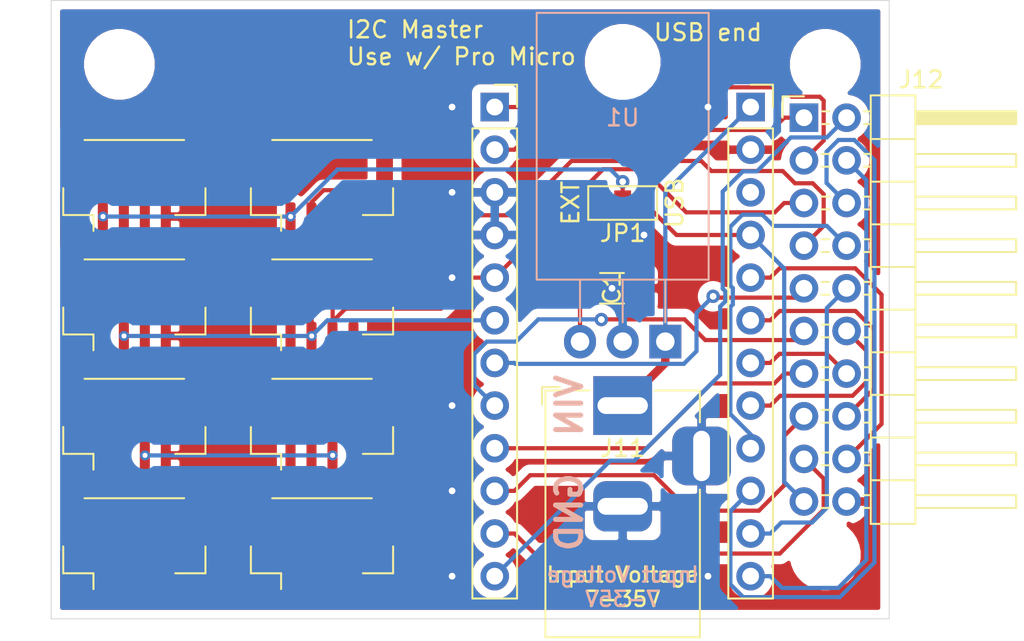
<source format=kicad_pcb>
(kicad_pcb (version 20171130) (host pcbnew "(5.1.9)-1")

  (general
    (thickness 1.6)
    (drawings 10)
    (tracks 201)
    (zones 0)
    (modules 18)
    (nets 25)
  )

  (page A4)
  (layers
    (0 F.Cu signal)
    (31 B.Cu signal)
    (32 B.Adhes user)
    (33 F.Adhes user)
    (34 B.Paste user)
    (35 F.Paste user)
    (36 B.SilkS user)
    (37 F.SilkS user)
    (38 B.Mask user)
    (39 F.Mask user)
    (40 Dwgs.User user)
    (41 Cmts.User user)
    (42 Eco1.User user)
    (43 Eco2.User user)
    (44 Edge.Cuts user)
    (45 Margin user)
    (46 B.CrtYd user)
    (47 F.CrtYd user)
    (48 B.Fab user hide)
    (49 F.Fab user hide)
  )

  (setup
    (last_trace_width 0.25)
    (user_trace_width 0.5)
    (trace_clearance 0.2)
    (zone_clearance 0.508)
    (zone_45_only no)
    (trace_min 0.2)
    (via_size 0.8)
    (via_drill 0.4)
    (via_min_size 0.4)
    (via_min_drill 0.3)
    (user_via 0.6 0.3)
    (uvia_size 0.3)
    (uvia_drill 0.1)
    (uvias_allowed no)
    (uvia_min_size 0.2)
    (uvia_min_drill 0.1)
    (edge_width 0.05)
    (segment_width 0.2)
    (pcb_text_width 0.3)
    (pcb_text_size 1.5 1.5)
    (mod_edge_width 0.12)
    (mod_text_size 1 1)
    (mod_text_width 0.15)
    (pad_size 1.524 1.524)
    (pad_drill 0.762)
    (pad_to_mask_clearance 0)
    (aux_axis_origin 0 0)
    (visible_elements 7FFFFFFF)
    (pcbplotparams
      (layerselection 0x010fc_ffffffff)
      (usegerberextensions false)
      (usegerberattributes true)
      (usegerberadvancedattributes true)
      (creategerberjobfile true)
      (excludeedgelayer true)
      (linewidth 0.100000)
      (plotframeref false)
      (viasonmask false)
      (mode 1)
      (useauxorigin false)
      (hpglpennumber 1)
      (hpglpenspeed 20)
      (hpglpendiameter 15.000000)
      (psnegative false)
      (psa4output false)
      (plotreference true)
      (plotvalue true)
      (plotinvisibletext false)
      (padsonsilk false)
      (subtractmaskfromsilk false)
      (outputformat 1)
      (mirror false)
      (drillshape 0)
      (scaleselection 1)
      (outputdirectory ""))
  )

  (net 0 "")
  (net 1 !IO9-A9)
  (net 2 IO8-A8)
  (net 3 IO7)
  (net 4 !IO6-A7)
  (net 5 !IO5)
  (net 6 IO4-A6)
  (net 7 !IO3-SCL)
  (net 8 IO2-SDA)
  (net 9 GND)
  (net 10 IO0-RX)
  (net 11 IO1-TX)
  (net 12 +5V)
  (net 13 !IO10-A10)
  (net 14 IO16-MOSI)
  (net 15 IO14-MISO)
  (net 16 IO15-SCK)
  (net 17 IO18-A0)
  (net 18 IO19-A1)
  (net 19 IO20-A2)
  (net 20 IO21-A3)
  (net 21 VCC)
  (net 22 RST)
  (net 23 VIN)
  (net 24 "Net-(C1-Pad1)")

  (net_class Default "This is the default net class."
    (clearance 0.2)
    (trace_width 0.25)
    (via_dia 0.8)
    (via_drill 0.4)
    (uvia_dia 0.3)
    (uvia_drill 0.1)
    (add_net !IO10-A10)
    (add_net !IO3-SCL)
    (add_net !IO5)
    (add_net !IO6-A7)
    (add_net !IO9-A9)
    (add_net +5V)
    (add_net GND)
    (add_net IO0-RX)
    (add_net IO1-TX)
    (add_net IO14-MISO)
    (add_net IO15-SCK)
    (add_net IO16-MOSI)
    (add_net IO18-A0)
    (add_net IO19-A1)
    (add_net IO2-SDA)
    (add_net IO20-A2)
    (add_net IO21-A3)
    (add_net IO4-A6)
    (add_net IO7)
    (add_net IO8-A8)
    (add_net "Net-(C1-Pad1)")
    (add_net RST)
    (add_net VCC)
    (add_net VIN)
  )

  (module Connector_JST:JST_GH_BM04B-GHS-TBT_1x04-1MP_P1.25mm_Vertical (layer F.Cu) (tedit 5B78AD87) (tstamp 611B8454)
    (at 45.593 64.008)
    (descr "JST GH series connector, BM04B-GHS-TBT (http://www.jst-mfg.com/product/pdf/eng/eGH.pdf), generated with kicad-footprint-generator")
    (tags "connector JST GH side entry")
    (path /611D6AE1)
    (attr smd)
    (fp_text reference J10 (at 0 -4) (layer F.SilkS) hide
      (effects (font (size 1 1) (thickness 0.15)))
    )
    (fp_text value Conn_01x04 (at 0 4) (layer F.Fab)
      (effects (font (size 1 1) (thickness 0.15)))
    )
    (fp_text user %R (at 0 -1.5) (layer F.Fab)
      (effects (font (size 1 1) (thickness 0.15)))
    )
    (fp_line (start -4.125 1.75) (end 4.125 1.75) (layer F.Fab) (width 0.1))
    (fp_line (start -4.235 0.26) (end -4.235 1.86) (layer F.SilkS) (width 0.12))
    (fp_line (start -4.235 1.86) (end -2.435 1.86) (layer F.SilkS) (width 0.12))
    (fp_line (start -2.435 1.86) (end -2.435 2.8) (layer F.SilkS) (width 0.12))
    (fp_line (start 4.235 0.26) (end 4.235 1.86) (layer F.SilkS) (width 0.12))
    (fp_line (start 4.235 1.86) (end 2.435 1.86) (layer F.SilkS) (width 0.12))
    (fp_line (start -2.965 -2.61) (end 2.965 -2.61) (layer F.SilkS) (width 0.12))
    (fp_line (start -4.125 -2.5) (end 4.125 -2.5) (layer F.Fab) (width 0.1))
    (fp_line (start -4.125 1.75) (end -4.125 -2.5) (layer F.Fab) (width 0.1))
    (fp_line (start 4.125 1.75) (end 4.125 -2.5) (layer F.Fab) (width 0.1))
    (fp_line (start -2.125 -0.5) (end -2.125 0) (layer F.Fab) (width 0.1))
    (fp_line (start -2.125 0) (end -1.625 0) (layer F.Fab) (width 0.1))
    (fp_line (start -1.625 0) (end -1.625 -0.5) (layer F.Fab) (width 0.1))
    (fp_line (start -1.625 -0.5) (end -2.125 -0.5) (layer F.Fab) (width 0.1))
    (fp_line (start -0.875 -0.5) (end -0.875 0) (layer F.Fab) (width 0.1))
    (fp_line (start -0.875 0) (end -0.375 0) (layer F.Fab) (width 0.1))
    (fp_line (start -0.375 0) (end -0.375 -0.5) (layer F.Fab) (width 0.1))
    (fp_line (start -0.375 -0.5) (end -0.875 -0.5) (layer F.Fab) (width 0.1))
    (fp_line (start 0.375 -0.5) (end 0.375 0) (layer F.Fab) (width 0.1))
    (fp_line (start 0.375 0) (end 0.875 0) (layer F.Fab) (width 0.1))
    (fp_line (start 0.875 0) (end 0.875 -0.5) (layer F.Fab) (width 0.1))
    (fp_line (start 0.875 -0.5) (end 0.375 -0.5) (layer F.Fab) (width 0.1))
    (fp_line (start 1.625 -0.5) (end 1.625 0) (layer F.Fab) (width 0.1))
    (fp_line (start 1.625 0) (end 2.125 0) (layer F.Fab) (width 0.1))
    (fp_line (start 2.125 0) (end 2.125 -0.5) (layer F.Fab) (width 0.1))
    (fp_line (start 2.125 -0.5) (end 1.625 -0.5) (layer F.Fab) (width 0.1))
    (fp_line (start -4.72 -3.3) (end -4.72 3.3) (layer F.CrtYd) (width 0.05))
    (fp_line (start -4.72 3.3) (end 4.72 3.3) (layer F.CrtYd) (width 0.05))
    (fp_line (start 4.72 3.3) (end 4.72 -3.3) (layer F.CrtYd) (width 0.05))
    (fp_line (start 4.72 -3.3) (end -4.72 -3.3) (layer F.CrtYd) (width 0.05))
    (fp_line (start -2.375 1.75) (end -1.875 1.042893) (layer F.Fab) (width 0.1))
    (fp_line (start -1.875 1.042893) (end -1.375 1.75) (layer F.Fab) (width 0.1))
    (pad MP smd roundrect (at 3.725 -1.4) (size 1 2.8) (layers F.Cu F.Paste F.Mask) (roundrect_rratio 0.25))
    (pad MP smd roundrect (at -3.725 -1.4) (size 1 2.8) (layers F.Cu F.Paste F.Mask) (roundrect_rratio 0.25))
    (pad 4 smd roundrect (at 1.875 1.95) (size 0.6 1.7) (layers F.Cu F.Paste F.Mask) (roundrect_rratio 0.25)
      (net 9 GND))
    (pad 3 smd roundrect (at 0.625 1.95) (size 0.6 1.7) (layers F.Cu F.Paste F.Mask) (roundrect_rratio 0.25)
      (net 8 IO2-SDA))
    (pad 2 smd roundrect (at -0.625 1.95) (size 0.6 1.7) (layers F.Cu F.Paste F.Mask) (roundrect_rratio 0.25)
      (net 7 !IO3-SCL))
    (pad 1 smd roundrect (at -1.875 1.95) (size 0.6 1.7) (layers F.Cu F.Paste F.Mask) (roundrect_rratio 0.25)
      (net 12 +5V))
    (model ${KISYS3DMOD}/Connector_JST.3dshapes/JST_GH_BM04B-GHS-TBT_1x04-1MP_P1.25mm_Vertical.wrl
      (at (xyz 0 0 0))
      (scale (xyz 1 1 1))
      (rotate (xyz 0 0 0))
    )
  )

  (module Connector_JST:JST_GH_BM04B-GHS-TBT_1x04-1MP_P1.25mm_Vertical (layer F.Cu) (tedit 5B78AD87) (tstamp 611B8429)
    (at 45.593 56.896)
    (descr "JST GH series connector, BM04B-GHS-TBT (http://www.jst-mfg.com/product/pdf/eng/eGH.pdf), generated with kicad-footprint-generator")
    (tags "connector JST GH side entry")
    (path /611D6AC7)
    (attr smd)
    (fp_text reference J9 (at 0 -4) (layer F.SilkS) hide
      (effects (font (size 1 1) (thickness 0.15)))
    )
    (fp_text value Conn_01x04 (at 0 4) (layer F.Fab)
      (effects (font (size 1 1) (thickness 0.15)))
    )
    (fp_text user %R (at 0 -1.5) (layer F.Fab)
      (effects (font (size 1 1) (thickness 0.15)))
    )
    (fp_line (start -4.125 1.75) (end 4.125 1.75) (layer F.Fab) (width 0.1))
    (fp_line (start -4.235 0.26) (end -4.235 1.86) (layer F.SilkS) (width 0.12))
    (fp_line (start -4.235 1.86) (end -2.435 1.86) (layer F.SilkS) (width 0.12))
    (fp_line (start -2.435 1.86) (end -2.435 2.8) (layer F.SilkS) (width 0.12))
    (fp_line (start 4.235 0.26) (end 4.235 1.86) (layer F.SilkS) (width 0.12))
    (fp_line (start 4.235 1.86) (end 2.435 1.86) (layer F.SilkS) (width 0.12))
    (fp_line (start -2.965 -2.61) (end 2.965 -2.61) (layer F.SilkS) (width 0.12))
    (fp_line (start -4.125 -2.5) (end 4.125 -2.5) (layer F.Fab) (width 0.1))
    (fp_line (start -4.125 1.75) (end -4.125 -2.5) (layer F.Fab) (width 0.1))
    (fp_line (start 4.125 1.75) (end 4.125 -2.5) (layer F.Fab) (width 0.1))
    (fp_line (start -2.125 -0.5) (end -2.125 0) (layer F.Fab) (width 0.1))
    (fp_line (start -2.125 0) (end -1.625 0) (layer F.Fab) (width 0.1))
    (fp_line (start -1.625 0) (end -1.625 -0.5) (layer F.Fab) (width 0.1))
    (fp_line (start -1.625 -0.5) (end -2.125 -0.5) (layer F.Fab) (width 0.1))
    (fp_line (start -0.875 -0.5) (end -0.875 0) (layer F.Fab) (width 0.1))
    (fp_line (start -0.875 0) (end -0.375 0) (layer F.Fab) (width 0.1))
    (fp_line (start -0.375 0) (end -0.375 -0.5) (layer F.Fab) (width 0.1))
    (fp_line (start -0.375 -0.5) (end -0.875 -0.5) (layer F.Fab) (width 0.1))
    (fp_line (start 0.375 -0.5) (end 0.375 0) (layer F.Fab) (width 0.1))
    (fp_line (start 0.375 0) (end 0.875 0) (layer F.Fab) (width 0.1))
    (fp_line (start 0.875 0) (end 0.875 -0.5) (layer F.Fab) (width 0.1))
    (fp_line (start 0.875 -0.5) (end 0.375 -0.5) (layer F.Fab) (width 0.1))
    (fp_line (start 1.625 -0.5) (end 1.625 0) (layer F.Fab) (width 0.1))
    (fp_line (start 1.625 0) (end 2.125 0) (layer F.Fab) (width 0.1))
    (fp_line (start 2.125 0) (end 2.125 -0.5) (layer F.Fab) (width 0.1))
    (fp_line (start 2.125 -0.5) (end 1.625 -0.5) (layer F.Fab) (width 0.1))
    (fp_line (start -4.72 -3.3) (end -4.72 3.3) (layer F.CrtYd) (width 0.05))
    (fp_line (start -4.72 3.3) (end 4.72 3.3) (layer F.CrtYd) (width 0.05))
    (fp_line (start 4.72 3.3) (end 4.72 -3.3) (layer F.CrtYd) (width 0.05))
    (fp_line (start 4.72 -3.3) (end -4.72 -3.3) (layer F.CrtYd) (width 0.05))
    (fp_line (start -2.375 1.75) (end -1.875 1.042893) (layer F.Fab) (width 0.1))
    (fp_line (start -1.875 1.042893) (end -1.375 1.75) (layer F.Fab) (width 0.1))
    (pad MP smd roundrect (at 3.725 -1.4) (size 1 2.8) (layers F.Cu F.Paste F.Mask) (roundrect_rratio 0.25))
    (pad MP smd roundrect (at -3.725 -1.4) (size 1 2.8) (layers F.Cu F.Paste F.Mask) (roundrect_rratio 0.25))
    (pad 4 smd roundrect (at 1.875 1.95) (size 0.6 1.7) (layers F.Cu F.Paste F.Mask) (roundrect_rratio 0.25)
      (net 9 GND))
    (pad 3 smd roundrect (at 0.625 1.95) (size 0.6 1.7) (layers F.Cu F.Paste F.Mask) (roundrect_rratio 0.25)
      (net 8 IO2-SDA))
    (pad 2 smd roundrect (at -0.625 1.95) (size 0.6 1.7) (layers F.Cu F.Paste F.Mask) (roundrect_rratio 0.25)
      (net 7 !IO3-SCL))
    (pad 1 smd roundrect (at -1.875 1.95) (size 0.6 1.7) (layers F.Cu F.Paste F.Mask) (roundrect_rratio 0.25)
      (net 12 +5V))
    (model ${KISYS3DMOD}/Connector_JST.3dshapes/JST_GH_BM04B-GHS-TBT_1x04-1MP_P1.25mm_Vertical.wrl
      (at (xyz 0 0 0))
      (scale (xyz 1 1 1))
      (rotate (xyz 0 0 0))
    )
  )

  (module Connector_JST:JST_GH_BM04B-GHS-TBT_1x04-1MP_P1.25mm_Vertical (layer F.Cu) (tedit 5B78AD87) (tstamp 611B83FE)
    (at 45.593 49.784)
    (descr "JST GH series connector, BM04B-GHS-TBT (http://www.jst-mfg.com/product/pdf/eng/eGH.pdf), generated with kicad-footprint-generator")
    (tags "connector JST GH side entry")
    (path /611D6AAD)
    (attr smd)
    (fp_text reference J8 (at 0 -4) (layer F.SilkS) hide
      (effects (font (size 1 1) (thickness 0.15)))
    )
    (fp_text value Conn_01x04 (at 0 4) (layer F.Fab)
      (effects (font (size 1 1) (thickness 0.15)))
    )
    (fp_text user %R (at 0 -1.5) (layer F.Fab)
      (effects (font (size 1 1) (thickness 0.15)))
    )
    (fp_line (start -4.125 1.75) (end 4.125 1.75) (layer F.Fab) (width 0.1))
    (fp_line (start -4.235 0.26) (end -4.235 1.86) (layer F.SilkS) (width 0.12))
    (fp_line (start -4.235 1.86) (end -2.435 1.86) (layer F.SilkS) (width 0.12))
    (fp_line (start -2.435 1.86) (end -2.435 2.8) (layer F.SilkS) (width 0.12))
    (fp_line (start 4.235 0.26) (end 4.235 1.86) (layer F.SilkS) (width 0.12))
    (fp_line (start 4.235 1.86) (end 2.435 1.86) (layer F.SilkS) (width 0.12))
    (fp_line (start -2.965 -2.61) (end 2.965 -2.61) (layer F.SilkS) (width 0.12))
    (fp_line (start -4.125 -2.5) (end 4.125 -2.5) (layer F.Fab) (width 0.1))
    (fp_line (start -4.125 1.75) (end -4.125 -2.5) (layer F.Fab) (width 0.1))
    (fp_line (start 4.125 1.75) (end 4.125 -2.5) (layer F.Fab) (width 0.1))
    (fp_line (start -2.125 -0.5) (end -2.125 0) (layer F.Fab) (width 0.1))
    (fp_line (start -2.125 0) (end -1.625 0) (layer F.Fab) (width 0.1))
    (fp_line (start -1.625 0) (end -1.625 -0.5) (layer F.Fab) (width 0.1))
    (fp_line (start -1.625 -0.5) (end -2.125 -0.5) (layer F.Fab) (width 0.1))
    (fp_line (start -0.875 -0.5) (end -0.875 0) (layer F.Fab) (width 0.1))
    (fp_line (start -0.875 0) (end -0.375 0) (layer F.Fab) (width 0.1))
    (fp_line (start -0.375 0) (end -0.375 -0.5) (layer F.Fab) (width 0.1))
    (fp_line (start -0.375 -0.5) (end -0.875 -0.5) (layer F.Fab) (width 0.1))
    (fp_line (start 0.375 -0.5) (end 0.375 0) (layer F.Fab) (width 0.1))
    (fp_line (start 0.375 0) (end 0.875 0) (layer F.Fab) (width 0.1))
    (fp_line (start 0.875 0) (end 0.875 -0.5) (layer F.Fab) (width 0.1))
    (fp_line (start 0.875 -0.5) (end 0.375 -0.5) (layer F.Fab) (width 0.1))
    (fp_line (start 1.625 -0.5) (end 1.625 0) (layer F.Fab) (width 0.1))
    (fp_line (start 1.625 0) (end 2.125 0) (layer F.Fab) (width 0.1))
    (fp_line (start 2.125 0) (end 2.125 -0.5) (layer F.Fab) (width 0.1))
    (fp_line (start 2.125 -0.5) (end 1.625 -0.5) (layer F.Fab) (width 0.1))
    (fp_line (start -4.72 -3.3) (end -4.72 3.3) (layer F.CrtYd) (width 0.05))
    (fp_line (start -4.72 3.3) (end 4.72 3.3) (layer F.CrtYd) (width 0.05))
    (fp_line (start 4.72 3.3) (end 4.72 -3.3) (layer F.CrtYd) (width 0.05))
    (fp_line (start 4.72 -3.3) (end -4.72 -3.3) (layer F.CrtYd) (width 0.05))
    (fp_line (start -2.375 1.75) (end -1.875 1.042893) (layer F.Fab) (width 0.1))
    (fp_line (start -1.875 1.042893) (end -1.375 1.75) (layer F.Fab) (width 0.1))
    (pad MP smd roundrect (at 3.725 -1.4) (size 1 2.8) (layers F.Cu F.Paste F.Mask) (roundrect_rratio 0.25))
    (pad MP smd roundrect (at -3.725 -1.4) (size 1 2.8) (layers F.Cu F.Paste F.Mask) (roundrect_rratio 0.25))
    (pad 4 smd roundrect (at 1.875 1.95) (size 0.6 1.7) (layers F.Cu F.Paste F.Mask) (roundrect_rratio 0.25)
      (net 9 GND))
    (pad 3 smd roundrect (at 0.625 1.95) (size 0.6 1.7) (layers F.Cu F.Paste F.Mask) (roundrect_rratio 0.25)
      (net 8 IO2-SDA))
    (pad 2 smd roundrect (at -0.625 1.95) (size 0.6 1.7) (layers F.Cu F.Paste F.Mask) (roundrect_rratio 0.25)
      (net 7 !IO3-SCL))
    (pad 1 smd roundrect (at -1.875 1.95) (size 0.6 1.7) (layers F.Cu F.Paste F.Mask) (roundrect_rratio 0.25)
      (net 12 +5V))
    (model ${KISYS3DMOD}/Connector_JST.3dshapes/JST_GH_BM04B-GHS-TBT_1x04-1MP_P1.25mm_Vertical.wrl
      (at (xyz 0 0 0))
      (scale (xyz 1 1 1))
      (rotate (xyz 0 0 0))
    )
  )

  (module Connector_JST:JST_GH_BM04B-GHS-TBT_1x04-1MP_P1.25mm_Vertical (layer F.Cu) (tedit 5B78AD87) (tstamp 611B83D3)
    (at 45.593 42.672)
    (descr "JST GH series connector, BM04B-GHS-TBT (http://www.jst-mfg.com/product/pdf/eng/eGH.pdf), generated with kicad-footprint-generator")
    (tags "connector JST GH side entry")
    (path /611D6A93)
    (attr smd)
    (fp_text reference J7 (at 0 -4) (layer F.SilkS) hide
      (effects (font (size 1 1) (thickness 0.15)))
    )
    (fp_text value Conn_01x04 (at 0 4) (layer F.Fab)
      (effects (font (size 1 1) (thickness 0.15)))
    )
    (fp_text user %R (at 0 -1.5) (layer F.Fab)
      (effects (font (size 1 1) (thickness 0.15)))
    )
    (fp_line (start -4.125 1.75) (end 4.125 1.75) (layer F.Fab) (width 0.1))
    (fp_line (start -4.235 0.26) (end -4.235 1.86) (layer F.SilkS) (width 0.12))
    (fp_line (start -4.235 1.86) (end -2.435 1.86) (layer F.SilkS) (width 0.12))
    (fp_line (start -2.435 1.86) (end -2.435 2.8) (layer F.SilkS) (width 0.12))
    (fp_line (start 4.235 0.26) (end 4.235 1.86) (layer F.SilkS) (width 0.12))
    (fp_line (start 4.235 1.86) (end 2.435 1.86) (layer F.SilkS) (width 0.12))
    (fp_line (start -2.965 -2.61) (end 2.965 -2.61) (layer F.SilkS) (width 0.12))
    (fp_line (start -4.125 -2.5) (end 4.125 -2.5) (layer F.Fab) (width 0.1))
    (fp_line (start -4.125 1.75) (end -4.125 -2.5) (layer F.Fab) (width 0.1))
    (fp_line (start 4.125 1.75) (end 4.125 -2.5) (layer F.Fab) (width 0.1))
    (fp_line (start -2.125 -0.5) (end -2.125 0) (layer F.Fab) (width 0.1))
    (fp_line (start -2.125 0) (end -1.625 0) (layer F.Fab) (width 0.1))
    (fp_line (start -1.625 0) (end -1.625 -0.5) (layer F.Fab) (width 0.1))
    (fp_line (start -1.625 -0.5) (end -2.125 -0.5) (layer F.Fab) (width 0.1))
    (fp_line (start -0.875 -0.5) (end -0.875 0) (layer F.Fab) (width 0.1))
    (fp_line (start -0.875 0) (end -0.375 0) (layer F.Fab) (width 0.1))
    (fp_line (start -0.375 0) (end -0.375 -0.5) (layer F.Fab) (width 0.1))
    (fp_line (start -0.375 -0.5) (end -0.875 -0.5) (layer F.Fab) (width 0.1))
    (fp_line (start 0.375 -0.5) (end 0.375 0) (layer F.Fab) (width 0.1))
    (fp_line (start 0.375 0) (end 0.875 0) (layer F.Fab) (width 0.1))
    (fp_line (start 0.875 0) (end 0.875 -0.5) (layer F.Fab) (width 0.1))
    (fp_line (start 0.875 -0.5) (end 0.375 -0.5) (layer F.Fab) (width 0.1))
    (fp_line (start 1.625 -0.5) (end 1.625 0) (layer F.Fab) (width 0.1))
    (fp_line (start 1.625 0) (end 2.125 0) (layer F.Fab) (width 0.1))
    (fp_line (start 2.125 0) (end 2.125 -0.5) (layer F.Fab) (width 0.1))
    (fp_line (start 2.125 -0.5) (end 1.625 -0.5) (layer F.Fab) (width 0.1))
    (fp_line (start -4.72 -3.3) (end -4.72 3.3) (layer F.CrtYd) (width 0.05))
    (fp_line (start -4.72 3.3) (end 4.72 3.3) (layer F.CrtYd) (width 0.05))
    (fp_line (start 4.72 3.3) (end 4.72 -3.3) (layer F.CrtYd) (width 0.05))
    (fp_line (start 4.72 -3.3) (end -4.72 -3.3) (layer F.CrtYd) (width 0.05))
    (fp_line (start -2.375 1.75) (end -1.875 1.042893) (layer F.Fab) (width 0.1))
    (fp_line (start -1.875 1.042893) (end -1.375 1.75) (layer F.Fab) (width 0.1))
    (pad MP smd roundrect (at 3.725 -1.4) (size 1 2.8) (layers F.Cu F.Paste F.Mask) (roundrect_rratio 0.25))
    (pad MP smd roundrect (at -3.725 -1.4) (size 1 2.8) (layers F.Cu F.Paste F.Mask) (roundrect_rratio 0.25))
    (pad 4 smd roundrect (at 1.875 1.95) (size 0.6 1.7) (layers F.Cu F.Paste F.Mask) (roundrect_rratio 0.25)
      (net 9 GND))
    (pad 3 smd roundrect (at 0.625 1.95) (size 0.6 1.7) (layers F.Cu F.Paste F.Mask) (roundrect_rratio 0.25)
      (net 8 IO2-SDA))
    (pad 2 smd roundrect (at -0.625 1.95) (size 0.6 1.7) (layers F.Cu F.Paste F.Mask) (roundrect_rratio 0.25)
      (net 7 !IO3-SCL))
    (pad 1 smd roundrect (at -1.875 1.95) (size 0.6 1.7) (layers F.Cu F.Paste F.Mask) (roundrect_rratio 0.25)
      (net 12 +5V))
    (model ${KISYS3DMOD}/Connector_JST.3dshapes/JST_GH_BM04B-GHS-TBT_1x04-1MP_P1.25mm_Vertical.wrl
      (at (xyz 0 0 0))
      (scale (xyz 1 1 1))
      (rotate (xyz 0 0 0))
    )
  )

  (module Connector_JST:JST_GH_BM04B-GHS-TBT_1x04-1MP_P1.25mm_Vertical (layer F.Cu) (tedit 5B78AD87) (tstamp 611B836A)
    (at 34.417 64.008)
    (descr "JST GH series connector, BM04B-GHS-TBT (http://www.jst-mfg.com/product/pdf/eng/eGH.pdf), generated with kicad-footprint-generator")
    (tags "connector JST GH side entry")
    (path /611CA5A9)
    (attr smd)
    (fp_text reference J5 (at 0 -4) (layer F.SilkS) hide
      (effects (font (size 1 1) (thickness 0.15)))
    )
    (fp_text value Conn_01x04 (at 0 4) (layer F.Fab)
      (effects (font (size 1 1) (thickness 0.15)))
    )
    (fp_text user %R (at 0 -1.5) (layer F.Fab)
      (effects (font (size 1 1) (thickness 0.15)))
    )
    (fp_line (start -4.125 1.75) (end 4.125 1.75) (layer F.Fab) (width 0.1))
    (fp_line (start -4.235 0.26) (end -4.235 1.86) (layer F.SilkS) (width 0.12))
    (fp_line (start -4.235 1.86) (end -2.435 1.86) (layer F.SilkS) (width 0.12))
    (fp_line (start -2.435 1.86) (end -2.435 2.8) (layer F.SilkS) (width 0.12))
    (fp_line (start 4.235 0.26) (end 4.235 1.86) (layer F.SilkS) (width 0.12))
    (fp_line (start 4.235 1.86) (end 2.435 1.86) (layer F.SilkS) (width 0.12))
    (fp_line (start -2.965 -2.61) (end 2.965 -2.61) (layer F.SilkS) (width 0.12))
    (fp_line (start -4.125 -2.5) (end 4.125 -2.5) (layer F.Fab) (width 0.1))
    (fp_line (start -4.125 1.75) (end -4.125 -2.5) (layer F.Fab) (width 0.1))
    (fp_line (start 4.125 1.75) (end 4.125 -2.5) (layer F.Fab) (width 0.1))
    (fp_line (start -2.125 -0.5) (end -2.125 0) (layer F.Fab) (width 0.1))
    (fp_line (start -2.125 0) (end -1.625 0) (layer F.Fab) (width 0.1))
    (fp_line (start -1.625 0) (end -1.625 -0.5) (layer F.Fab) (width 0.1))
    (fp_line (start -1.625 -0.5) (end -2.125 -0.5) (layer F.Fab) (width 0.1))
    (fp_line (start -0.875 -0.5) (end -0.875 0) (layer F.Fab) (width 0.1))
    (fp_line (start -0.875 0) (end -0.375 0) (layer F.Fab) (width 0.1))
    (fp_line (start -0.375 0) (end -0.375 -0.5) (layer F.Fab) (width 0.1))
    (fp_line (start -0.375 -0.5) (end -0.875 -0.5) (layer F.Fab) (width 0.1))
    (fp_line (start 0.375 -0.5) (end 0.375 0) (layer F.Fab) (width 0.1))
    (fp_line (start 0.375 0) (end 0.875 0) (layer F.Fab) (width 0.1))
    (fp_line (start 0.875 0) (end 0.875 -0.5) (layer F.Fab) (width 0.1))
    (fp_line (start 0.875 -0.5) (end 0.375 -0.5) (layer F.Fab) (width 0.1))
    (fp_line (start 1.625 -0.5) (end 1.625 0) (layer F.Fab) (width 0.1))
    (fp_line (start 1.625 0) (end 2.125 0) (layer F.Fab) (width 0.1))
    (fp_line (start 2.125 0) (end 2.125 -0.5) (layer F.Fab) (width 0.1))
    (fp_line (start 2.125 -0.5) (end 1.625 -0.5) (layer F.Fab) (width 0.1))
    (fp_line (start -4.72 -3.3) (end -4.72 3.3) (layer F.CrtYd) (width 0.05))
    (fp_line (start -4.72 3.3) (end 4.72 3.3) (layer F.CrtYd) (width 0.05))
    (fp_line (start 4.72 3.3) (end 4.72 -3.3) (layer F.CrtYd) (width 0.05))
    (fp_line (start 4.72 -3.3) (end -4.72 -3.3) (layer F.CrtYd) (width 0.05))
    (fp_line (start -2.375 1.75) (end -1.875 1.042893) (layer F.Fab) (width 0.1))
    (fp_line (start -1.875 1.042893) (end -1.375 1.75) (layer F.Fab) (width 0.1))
    (pad MP smd roundrect (at 3.725 -1.4) (size 1 2.8) (layers F.Cu F.Paste F.Mask) (roundrect_rratio 0.25))
    (pad MP smd roundrect (at -3.725 -1.4) (size 1 2.8) (layers F.Cu F.Paste F.Mask) (roundrect_rratio 0.25))
    (pad 4 smd roundrect (at 1.875 1.95) (size 0.6 1.7) (layers F.Cu F.Paste F.Mask) (roundrect_rratio 0.25)
      (net 9 GND))
    (pad 3 smd roundrect (at 0.625 1.95) (size 0.6 1.7) (layers F.Cu F.Paste F.Mask) (roundrect_rratio 0.25)
      (net 8 IO2-SDA))
    (pad 2 smd roundrect (at -0.625 1.95) (size 0.6 1.7) (layers F.Cu F.Paste F.Mask) (roundrect_rratio 0.25)
      (net 7 !IO3-SCL))
    (pad 1 smd roundrect (at -1.875 1.95) (size 0.6 1.7) (layers F.Cu F.Paste F.Mask) (roundrect_rratio 0.25)
      (net 12 +5V))
    (model ${KISYS3DMOD}/Connector_JST.3dshapes/JST_GH_BM04B-GHS-TBT_1x04-1MP_P1.25mm_Vertical.wrl
      (at (xyz 0 0 0))
      (scale (xyz 1 1 1))
      (rotate (xyz 0 0 0))
    )
  )

  (module Connector_JST:JST_GH_BM04B-GHS-TBT_1x04-1MP_P1.25mm_Vertical (layer F.Cu) (tedit 5B78AD87) (tstamp 611B833F)
    (at 34.417 56.896)
    (descr "JST GH series connector, BM04B-GHS-TBT (http://www.jst-mfg.com/product/pdf/eng/eGH.pdf), generated with kicad-footprint-generator")
    (tags "connector JST GH side entry")
    (path /611CA58F)
    (attr smd)
    (fp_text reference J4 (at 0 -4) (layer F.SilkS) hide
      (effects (font (size 1 1) (thickness 0.15)))
    )
    (fp_text value Conn_01x04 (at 0 4) (layer F.Fab)
      (effects (font (size 1 1) (thickness 0.15)))
    )
    (fp_text user %R (at 0 -1.5) (layer F.Fab)
      (effects (font (size 1 1) (thickness 0.15)))
    )
    (fp_line (start -4.125 1.75) (end 4.125 1.75) (layer F.Fab) (width 0.1))
    (fp_line (start -4.235 0.26) (end -4.235 1.86) (layer F.SilkS) (width 0.12))
    (fp_line (start -4.235 1.86) (end -2.435 1.86) (layer F.SilkS) (width 0.12))
    (fp_line (start -2.435 1.86) (end -2.435 2.8) (layer F.SilkS) (width 0.12))
    (fp_line (start 4.235 0.26) (end 4.235 1.86) (layer F.SilkS) (width 0.12))
    (fp_line (start 4.235 1.86) (end 2.435 1.86) (layer F.SilkS) (width 0.12))
    (fp_line (start -2.965 -2.61) (end 2.965 -2.61) (layer F.SilkS) (width 0.12))
    (fp_line (start -4.125 -2.5) (end 4.125 -2.5) (layer F.Fab) (width 0.1))
    (fp_line (start -4.125 1.75) (end -4.125 -2.5) (layer F.Fab) (width 0.1))
    (fp_line (start 4.125 1.75) (end 4.125 -2.5) (layer F.Fab) (width 0.1))
    (fp_line (start -2.125 -0.5) (end -2.125 0) (layer F.Fab) (width 0.1))
    (fp_line (start -2.125 0) (end -1.625 0) (layer F.Fab) (width 0.1))
    (fp_line (start -1.625 0) (end -1.625 -0.5) (layer F.Fab) (width 0.1))
    (fp_line (start -1.625 -0.5) (end -2.125 -0.5) (layer F.Fab) (width 0.1))
    (fp_line (start -0.875 -0.5) (end -0.875 0) (layer F.Fab) (width 0.1))
    (fp_line (start -0.875 0) (end -0.375 0) (layer F.Fab) (width 0.1))
    (fp_line (start -0.375 0) (end -0.375 -0.5) (layer F.Fab) (width 0.1))
    (fp_line (start -0.375 -0.5) (end -0.875 -0.5) (layer F.Fab) (width 0.1))
    (fp_line (start 0.375 -0.5) (end 0.375 0) (layer F.Fab) (width 0.1))
    (fp_line (start 0.375 0) (end 0.875 0) (layer F.Fab) (width 0.1))
    (fp_line (start 0.875 0) (end 0.875 -0.5) (layer F.Fab) (width 0.1))
    (fp_line (start 0.875 -0.5) (end 0.375 -0.5) (layer F.Fab) (width 0.1))
    (fp_line (start 1.625 -0.5) (end 1.625 0) (layer F.Fab) (width 0.1))
    (fp_line (start 1.625 0) (end 2.125 0) (layer F.Fab) (width 0.1))
    (fp_line (start 2.125 0) (end 2.125 -0.5) (layer F.Fab) (width 0.1))
    (fp_line (start 2.125 -0.5) (end 1.625 -0.5) (layer F.Fab) (width 0.1))
    (fp_line (start -4.72 -3.3) (end -4.72 3.3) (layer F.CrtYd) (width 0.05))
    (fp_line (start -4.72 3.3) (end 4.72 3.3) (layer F.CrtYd) (width 0.05))
    (fp_line (start 4.72 3.3) (end 4.72 -3.3) (layer F.CrtYd) (width 0.05))
    (fp_line (start 4.72 -3.3) (end -4.72 -3.3) (layer F.CrtYd) (width 0.05))
    (fp_line (start -2.375 1.75) (end -1.875 1.042893) (layer F.Fab) (width 0.1))
    (fp_line (start -1.875 1.042893) (end -1.375 1.75) (layer F.Fab) (width 0.1))
    (pad MP smd roundrect (at 3.725 -1.4) (size 1 2.8) (layers F.Cu F.Paste F.Mask) (roundrect_rratio 0.25))
    (pad MP smd roundrect (at -3.725 -1.4) (size 1 2.8) (layers F.Cu F.Paste F.Mask) (roundrect_rratio 0.25))
    (pad 4 smd roundrect (at 1.875 1.95) (size 0.6 1.7) (layers F.Cu F.Paste F.Mask) (roundrect_rratio 0.25)
      (net 9 GND))
    (pad 3 smd roundrect (at 0.625 1.95) (size 0.6 1.7) (layers F.Cu F.Paste F.Mask) (roundrect_rratio 0.25)
      (net 8 IO2-SDA))
    (pad 2 smd roundrect (at -0.625 1.95) (size 0.6 1.7) (layers F.Cu F.Paste F.Mask) (roundrect_rratio 0.25)
      (net 7 !IO3-SCL))
    (pad 1 smd roundrect (at -1.875 1.95) (size 0.6 1.7) (layers F.Cu F.Paste F.Mask) (roundrect_rratio 0.25)
      (net 12 +5V))
    (model ${KISYS3DMOD}/Connector_JST.3dshapes/JST_GH_BM04B-GHS-TBT_1x04-1MP_P1.25mm_Vertical.wrl
      (at (xyz 0 0 0))
      (scale (xyz 1 1 1))
      (rotate (xyz 0 0 0))
    )
  )

  (module Connector_JST:JST_GH_BM04B-GHS-TBT_1x04-1MP_P1.25mm_Vertical (layer F.Cu) (tedit 5B78AD87) (tstamp 611B8314)
    (at 34.417 49.784)
    (descr "JST GH series connector, BM04B-GHS-TBT (http://www.jst-mfg.com/product/pdf/eng/eGH.pdf), generated with kicad-footprint-generator")
    (tags "connector JST GH side entry")
    (path /611C5A83)
    (attr smd)
    (fp_text reference J3 (at 0 -4) (layer F.SilkS) hide
      (effects (font (size 1 1) (thickness 0.15)))
    )
    (fp_text value Conn_01x04 (at 0 4) (layer F.Fab)
      (effects (font (size 1 1) (thickness 0.15)))
    )
    (fp_text user %R (at 0 -1.5) (layer F.Fab)
      (effects (font (size 1 1) (thickness 0.15)))
    )
    (fp_line (start -4.125 1.75) (end 4.125 1.75) (layer F.Fab) (width 0.1))
    (fp_line (start -4.235 0.26) (end -4.235 1.86) (layer F.SilkS) (width 0.12))
    (fp_line (start -4.235 1.86) (end -2.435 1.86) (layer F.SilkS) (width 0.12))
    (fp_line (start -2.435 1.86) (end -2.435 2.8) (layer F.SilkS) (width 0.12))
    (fp_line (start 4.235 0.26) (end 4.235 1.86) (layer F.SilkS) (width 0.12))
    (fp_line (start 4.235 1.86) (end 2.435 1.86) (layer F.SilkS) (width 0.12))
    (fp_line (start -2.965 -2.61) (end 2.965 -2.61) (layer F.SilkS) (width 0.12))
    (fp_line (start -4.125 -2.5) (end 4.125 -2.5) (layer F.Fab) (width 0.1))
    (fp_line (start -4.125 1.75) (end -4.125 -2.5) (layer F.Fab) (width 0.1))
    (fp_line (start 4.125 1.75) (end 4.125 -2.5) (layer F.Fab) (width 0.1))
    (fp_line (start -2.125 -0.5) (end -2.125 0) (layer F.Fab) (width 0.1))
    (fp_line (start -2.125 0) (end -1.625 0) (layer F.Fab) (width 0.1))
    (fp_line (start -1.625 0) (end -1.625 -0.5) (layer F.Fab) (width 0.1))
    (fp_line (start -1.625 -0.5) (end -2.125 -0.5) (layer F.Fab) (width 0.1))
    (fp_line (start -0.875 -0.5) (end -0.875 0) (layer F.Fab) (width 0.1))
    (fp_line (start -0.875 0) (end -0.375 0) (layer F.Fab) (width 0.1))
    (fp_line (start -0.375 0) (end -0.375 -0.5) (layer F.Fab) (width 0.1))
    (fp_line (start -0.375 -0.5) (end -0.875 -0.5) (layer F.Fab) (width 0.1))
    (fp_line (start 0.375 -0.5) (end 0.375 0) (layer F.Fab) (width 0.1))
    (fp_line (start 0.375 0) (end 0.875 0) (layer F.Fab) (width 0.1))
    (fp_line (start 0.875 0) (end 0.875 -0.5) (layer F.Fab) (width 0.1))
    (fp_line (start 0.875 -0.5) (end 0.375 -0.5) (layer F.Fab) (width 0.1))
    (fp_line (start 1.625 -0.5) (end 1.625 0) (layer F.Fab) (width 0.1))
    (fp_line (start 1.625 0) (end 2.125 0) (layer F.Fab) (width 0.1))
    (fp_line (start 2.125 0) (end 2.125 -0.5) (layer F.Fab) (width 0.1))
    (fp_line (start 2.125 -0.5) (end 1.625 -0.5) (layer F.Fab) (width 0.1))
    (fp_line (start -4.72 -3.3) (end -4.72 3.3) (layer F.CrtYd) (width 0.05))
    (fp_line (start -4.72 3.3) (end 4.72 3.3) (layer F.CrtYd) (width 0.05))
    (fp_line (start 4.72 3.3) (end 4.72 -3.3) (layer F.CrtYd) (width 0.05))
    (fp_line (start 4.72 -3.3) (end -4.72 -3.3) (layer F.CrtYd) (width 0.05))
    (fp_line (start -2.375 1.75) (end -1.875 1.042893) (layer F.Fab) (width 0.1))
    (fp_line (start -1.875 1.042893) (end -1.375 1.75) (layer F.Fab) (width 0.1))
    (pad MP smd roundrect (at 3.725 -1.4) (size 1 2.8) (layers F.Cu F.Paste F.Mask) (roundrect_rratio 0.25))
    (pad MP smd roundrect (at -3.725 -1.4) (size 1 2.8) (layers F.Cu F.Paste F.Mask) (roundrect_rratio 0.25))
    (pad 4 smd roundrect (at 1.875 1.95) (size 0.6 1.7) (layers F.Cu F.Paste F.Mask) (roundrect_rratio 0.25)
      (net 9 GND))
    (pad 3 smd roundrect (at 0.625 1.95) (size 0.6 1.7) (layers F.Cu F.Paste F.Mask) (roundrect_rratio 0.25)
      (net 8 IO2-SDA))
    (pad 2 smd roundrect (at -0.625 1.95) (size 0.6 1.7) (layers F.Cu F.Paste F.Mask) (roundrect_rratio 0.25)
      (net 7 !IO3-SCL))
    (pad 1 smd roundrect (at -1.875 1.95) (size 0.6 1.7) (layers F.Cu F.Paste F.Mask) (roundrect_rratio 0.25)
      (net 12 +5V))
    (model ${KISYS3DMOD}/Connector_JST.3dshapes/JST_GH_BM04B-GHS-TBT_1x04-1MP_P1.25mm_Vertical.wrl
      (at (xyz 0 0 0))
      (scale (xyz 1 1 1))
      (rotate (xyz 0 0 0))
    )
  )

  (module Connector_JST:JST_GH_BM04B-GHS-TBT_1x04-1MP_P1.25mm_Vertical (layer F.Cu) (tedit 5B78AD87) (tstamp 611B82E9)
    (at 34.417 42.672)
    (descr "JST GH series connector, BM04B-GHS-TBT (http://www.jst-mfg.com/product/pdf/eng/eGH.pdf), generated with kicad-footprint-generator")
    (tags "connector JST GH side entry")
    (path /611C09B9)
    (attr smd)
    (fp_text reference J2 (at 0 -4) (layer F.SilkS) hide
      (effects (font (size 1 1) (thickness 0.15)))
    )
    (fp_text value Conn_01x04 (at 0 4) (layer F.Fab)
      (effects (font (size 1 1) (thickness 0.15)))
    )
    (fp_text user %R (at 0 -1.5) (layer F.Fab)
      (effects (font (size 1 1) (thickness 0.15)))
    )
    (fp_line (start -4.125 1.75) (end 4.125 1.75) (layer F.Fab) (width 0.1))
    (fp_line (start -4.235 0.26) (end -4.235 1.86) (layer F.SilkS) (width 0.12))
    (fp_line (start -4.235 1.86) (end -2.435 1.86) (layer F.SilkS) (width 0.12))
    (fp_line (start -2.435 1.86) (end -2.435 2.8) (layer F.SilkS) (width 0.12))
    (fp_line (start 4.235 0.26) (end 4.235 1.86) (layer F.SilkS) (width 0.12))
    (fp_line (start 4.235 1.86) (end 2.435 1.86) (layer F.SilkS) (width 0.12))
    (fp_line (start -2.965 -2.61) (end 2.965 -2.61) (layer F.SilkS) (width 0.12))
    (fp_line (start -4.125 -2.5) (end 4.125 -2.5) (layer F.Fab) (width 0.1))
    (fp_line (start -4.125 1.75) (end -4.125 -2.5) (layer F.Fab) (width 0.1))
    (fp_line (start 4.125 1.75) (end 4.125 -2.5) (layer F.Fab) (width 0.1))
    (fp_line (start -2.125 -0.5) (end -2.125 0) (layer F.Fab) (width 0.1))
    (fp_line (start -2.125 0) (end -1.625 0) (layer F.Fab) (width 0.1))
    (fp_line (start -1.625 0) (end -1.625 -0.5) (layer F.Fab) (width 0.1))
    (fp_line (start -1.625 -0.5) (end -2.125 -0.5) (layer F.Fab) (width 0.1))
    (fp_line (start -0.875 -0.5) (end -0.875 0) (layer F.Fab) (width 0.1))
    (fp_line (start -0.875 0) (end -0.375 0) (layer F.Fab) (width 0.1))
    (fp_line (start -0.375 0) (end -0.375 -0.5) (layer F.Fab) (width 0.1))
    (fp_line (start -0.375 -0.5) (end -0.875 -0.5) (layer F.Fab) (width 0.1))
    (fp_line (start 0.375 -0.5) (end 0.375 0) (layer F.Fab) (width 0.1))
    (fp_line (start 0.375 0) (end 0.875 0) (layer F.Fab) (width 0.1))
    (fp_line (start 0.875 0) (end 0.875 -0.5) (layer F.Fab) (width 0.1))
    (fp_line (start 0.875 -0.5) (end 0.375 -0.5) (layer F.Fab) (width 0.1))
    (fp_line (start 1.625 -0.5) (end 1.625 0) (layer F.Fab) (width 0.1))
    (fp_line (start 1.625 0) (end 2.125 0) (layer F.Fab) (width 0.1))
    (fp_line (start 2.125 0) (end 2.125 -0.5) (layer F.Fab) (width 0.1))
    (fp_line (start 2.125 -0.5) (end 1.625 -0.5) (layer F.Fab) (width 0.1))
    (fp_line (start -4.72 -3.3) (end -4.72 3.3) (layer F.CrtYd) (width 0.05))
    (fp_line (start -4.72 3.3) (end 4.72 3.3) (layer F.CrtYd) (width 0.05))
    (fp_line (start 4.72 3.3) (end 4.72 -3.3) (layer F.CrtYd) (width 0.05))
    (fp_line (start 4.72 -3.3) (end -4.72 -3.3) (layer F.CrtYd) (width 0.05))
    (fp_line (start -2.375 1.75) (end -1.875 1.042893) (layer F.Fab) (width 0.1))
    (fp_line (start -1.875 1.042893) (end -1.375 1.75) (layer F.Fab) (width 0.1))
    (pad MP smd roundrect (at 3.725 -1.4) (size 1 2.8) (layers F.Cu F.Paste F.Mask) (roundrect_rratio 0.25))
    (pad MP smd roundrect (at -3.725 -1.4) (size 1 2.8) (layers F.Cu F.Paste F.Mask) (roundrect_rratio 0.25))
    (pad 4 smd roundrect (at 1.875 1.95) (size 0.6 1.7) (layers F.Cu F.Paste F.Mask) (roundrect_rratio 0.25)
      (net 9 GND))
    (pad 3 smd roundrect (at 0.625 1.95) (size 0.6 1.7) (layers F.Cu F.Paste F.Mask) (roundrect_rratio 0.25)
      (net 8 IO2-SDA))
    (pad 2 smd roundrect (at -0.625 1.95) (size 0.6 1.7) (layers F.Cu F.Paste F.Mask) (roundrect_rratio 0.25)
      (net 7 !IO3-SCL))
    (pad 1 smd roundrect (at -1.875 1.95) (size 0.6 1.7) (layers F.Cu F.Paste F.Mask) (roundrect_rratio 0.25)
      (net 12 +5V))
    (model ${KISYS3DMOD}/Connector_JST.3dshapes/JST_GH_BM04B-GHS-TBT_1x04-1MP_P1.25mm_Vertical.wrl
      (at (xyz 0 0 0))
      (scale (xyz 1 1 1))
      (rotate (xyz 0 0 0))
    )
  )

  (module Jumper:SolderJumper-3_P1.3mm_Open_Pad1.0x1.5mm_NumberLabels (layer F.Cu) (tedit 5A3F6CCC) (tstamp 60E1B23F)
    (at 63.5 43.815 180)
    (descr "SMD Solder Jumper, 1x1.5mm Pads, 0.3mm gap, open, labeled with numbers")
    (tags "solder jumper open")
    (path /60E8ECF5)
    (attr virtual)
    (fp_text reference JP1 (at 0 -1.8) (layer F.SilkS)
      (effects (font (size 1 1) (thickness 0.15)))
    )
    (fp_text value Jumper_NC_Dual (at 0 1.9) (layer F.Fab)
      (effects (font (size 1 1) (thickness 0.15)))
    )
    (fp_line (start -2.05 1) (end -2.05 -1) (layer F.SilkS) (width 0.12))
    (fp_line (start 2.05 1) (end -2.05 1) (layer F.SilkS) (width 0.12))
    (fp_line (start 2.05 -1) (end 2.05 1) (layer F.SilkS) (width 0.12))
    (fp_line (start -2.05 -1) (end 2.05 -1) (layer F.SilkS) (width 0.12))
    (fp_line (start -2.3 -1.25) (end 2.3 -1.25) (layer F.CrtYd) (width 0.05))
    (fp_line (start -2.3 -1.25) (end -2.3 1.25) (layer F.CrtYd) (width 0.05))
    (fp_line (start 2.3 1.25) (end 2.3 -1.25) (layer F.CrtYd) (width 0.05))
    (fp_line (start 2.3 1.25) (end -2.3 1.25) (layer F.CrtYd) (width 0.05))
    (fp_text user USB (at -3.1 0 90) (layer F.SilkS)
      (effects (font (size 1 1) (thickness 0.15)))
    )
    (fp_text user EXT (at 3.1 0 90) (layer F.SilkS)
      (effects (font (size 1 1) (thickness 0.15)))
    )
    (pad 1 smd rect (at -1.3 0 180) (size 1 1.5) (layers F.Cu F.Mask)
      (net 21 VCC))
    (pad 2 smd rect (at 0 0 180) (size 1 1.5) (layers F.Cu F.Mask)
      (net 12 +5V))
    (pad 3 smd rect (at 1.3 0 180) (size 1 1.5) (layers F.Cu F.Mask)
      (net 24 "Net-(C1-Pad1)"))
  )

  (module Capacitor_SMD:C_1206_3216Metric_Pad1.33x1.80mm_HandSolder (layer F.Cu) (tedit 5F68FEEF) (tstamp 60E2231D)
    (at 62.865 48.895)
    (descr "Capacitor SMD 1206 (3216 Metric), square (rectangular) end terminal, IPC_7351 nominal with elongated pad for handsoldering. (Body size source: IPC-SM-782 page 76, https://www.pcb-3d.com/wordpress/wp-content/uploads/ipc-sm-782a_amendment_1_and_2.pdf), generated with kicad-footprint-generator")
    (tags "capacitor handsolder")
    (path /60F09BB2)
    (attr smd)
    (fp_text reference C1 (at 0 0 90) (layer F.SilkS)
      (effects (font (size 1 1) (thickness 0.15)))
    )
    (fp_text value 100nF (at 0 1.85) (layer F.Fab)
      (effects (font (size 1 1) (thickness 0.15)))
    )
    (fp_line (start -1.6 0.8) (end -1.6 -0.8) (layer F.Fab) (width 0.1))
    (fp_line (start -1.6 -0.8) (end 1.6 -0.8) (layer F.Fab) (width 0.1))
    (fp_line (start 1.6 -0.8) (end 1.6 0.8) (layer F.Fab) (width 0.1))
    (fp_line (start 1.6 0.8) (end -1.6 0.8) (layer F.Fab) (width 0.1))
    (fp_line (start -0.711252 -0.91) (end 0.711252 -0.91) (layer F.SilkS) (width 0.12))
    (fp_line (start -0.711252 0.91) (end 0.711252 0.91) (layer F.SilkS) (width 0.12))
    (fp_line (start -2.48 1.15) (end -2.48 -1.15) (layer F.CrtYd) (width 0.05))
    (fp_line (start -2.48 -1.15) (end 2.48 -1.15) (layer F.CrtYd) (width 0.05))
    (fp_line (start 2.48 -1.15) (end 2.48 1.15) (layer F.CrtYd) (width 0.05))
    (fp_line (start 2.48 1.15) (end -2.48 1.15) (layer F.CrtYd) (width 0.05))
    (fp_text user %R (at 0 0) (layer F.Fab)
      (effects (font (size 0.8 0.8) (thickness 0.12)))
    )
    (pad 2 smd roundrect (at 1.5625 0) (size 1.325 1.8) (layers F.Cu F.Paste F.Mask) (roundrect_rratio 0.1886784905660377)
      (net 9 GND))
    (pad 1 smd roundrect (at -1.5625 0) (size 1.325 1.8) (layers F.Cu F.Paste F.Mask) (roundrect_rratio 0.1886784905660377)
      (net 24 "Net-(C1-Pad1)"))
    (model ${KISYS3DMOD}/Capacitor_SMD.3dshapes/C_1206_3216Metric.wrl
      (at (xyz 0 0 0))
      (scale (xyz 1 1 1))
      (rotate (xyz 0 0 0))
    )
  )

  (module Connector_PinHeader_2.54mm:PinHeader_2x10_P2.54mm_Horizontal (layer F.Cu) (tedit 59FED5CB) (tstamp 60E20E9A)
    (at 74.295 38.735)
    (descr "Through hole angled pin header, 2x10, 2.54mm pitch, 6mm pin length, double rows")
    (tags "Through hole angled pin header THT 2x10 2.54mm double row")
    (path /60EDD68B)
    (fp_text reference J12 (at 6.985 -2.27) (layer F.SilkS)
      (effects (font (size 1 1) (thickness 0.15)))
    )
    (fp_text value Conn_02x10_Odd_Even (at 5.655 25.13) (layer F.Fab)
      (effects (font (size 1 1) (thickness 0.15)))
    )
    (fp_line (start 4.675 -1.27) (end 6.58 -1.27) (layer F.Fab) (width 0.1))
    (fp_line (start 6.58 -1.27) (end 6.58 24.13) (layer F.Fab) (width 0.1))
    (fp_line (start 6.58 24.13) (end 4.04 24.13) (layer F.Fab) (width 0.1))
    (fp_line (start 4.04 24.13) (end 4.04 -0.635) (layer F.Fab) (width 0.1))
    (fp_line (start 4.04 -0.635) (end 4.675 -1.27) (layer F.Fab) (width 0.1))
    (fp_line (start -0.32 -0.32) (end 4.04 -0.32) (layer F.Fab) (width 0.1))
    (fp_line (start -0.32 -0.32) (end -0.32 0.32) (layer F.Fab) (width 0.1))
    (fp_line (start -0.32 0.32) (end 4.04 0.32) (layer F.Fab) (width 0.1))
    (fp_line (start 6.58 -0.32) (end 12.58 -0.32) (layer F.Fab) (width 0.1))
    (fp_line (start 12.58 -0.32) (end 12.58 0.32) (layer F.Fab) (width 0.1))
    (fp_line (start 6.58 0.32) (end 12.58 0.32) (layer F.Fab) (width 0.1))
    (fp_line (start -0.32 2.22) (end 4.04 2.22) (layer F.Fab) (width 0.1))
    (fp_line (start -0.32 2.22) (end -0.32 2.86) (layer F.Fab) (width 0.1))
    (fp_line (start -0.32 2.86) (end 4.04 2.86) (layer F.Fab) (width 0.1))
    (fp_line (start 6.58 2.22) (end 12.58 2.22) (layer F.Fab) (width 0.1))
    (fp_line (start 12.58 2.22) (end 12.58 2.86) (layer F.Fab) (width 0.1))
    (fp_line (start 6.58 2.86) (end 12.58 2.86) (layer F.Fab) (width 0.1))
    (fp_line (start -0.32 4.76) (end 4.04 4.76) (layer F.Fab) (width 0.1))
    (fp_line (start -0.32 4.76) (end -0.32 5.4) (layer F.Fab) (width 0.1))
    (fp_line (start -0.32 5.4) (end 4.04 5.4) (layer F.Fab) (width 0.1))
    (fp_line (start 6.58 4.76) (end 12.58 4.76) (layer F.Fab) (width 0.1))
    (fp_line (start 12.58 4.76) (end 12.58 5.4) (layer F.Fab) (width 0.1))
    (fp_line (start 6.58 5.4) (end 12.58 5.4) (layer F.Fab) (width 0.1))
    (fp_line (start -0.32 7.3) (end 4.04 7.3) (layer F.Fab) (width 0.1))
    (fp_line (start -0.32 7.3) (end -0.32 7.94) (layer F.Fab) (width 0.1))
    (fp_line (start -0.32 7.94) (end 4.04 7.94) (layer F.Fab) (width 0.1))
    (fp_line (start 6.58 7.3) (end 12.58 7.3) (layer F.Fab) (width 0.1))
    (fp_line (start 12.58 7.3) (end 12.58 7.94) (layer F.Fab) (width 0.1))
    (fp_line (start 6.58 7.94) (end 12.58 7.94) (layer F.Fab) (width 0.1))
    (fp_line (start -0.32 9.84) (end 4.04 9.84) (layer F.Fab) (width 0.1))
    (fp_line (start -0.32 9.84) (end -0.32 10.48) (layer F.Fab) (width 0.1))
    (fp_line (start -0.32 10.48) (end 4.04 10.48) (layer F.Fab) (width 0.1))
    (fp_line (start 6.58 9.84) (end 12.58 9.84) (layer F.Fab) (width 0.1))
    (fp_line (start 12.58 9.84) (end 12.58 10.48) (layer F.Fab) (width 0.1))
    (fp_line (start 6.58 10.48) (end 12.58 10.48) (layer F.Fab) (width 0.1))
    (fp_line (start -0.32 12.38) (end 4.04 12.38) (layer F.Fab) (width 0.1))
    (fp_line (start -0.32 12.38) (end -0.32 13.02) (layer F.Fab) (width 0.1))
    (fp_line (start -0.32 13.02) (end 4.04 13.02) (layer F.Fab) (width 0.1))
    (fp_line (start 6.58 12.38) (end 12.58 12.38) (layer F.Fab) (width 0.1))
    (fp_line (start 12.58 12.38) (end 12.58 13.02) (layer F.Fab) (width 0.1))
    (fp_line (start 6.58 13.02) (end 12.58 13.02) (layer F.Fab) (width 0.1))
    (fp_line (start -0.32 14.92) (end 4.04 14.92) (layer F.Fab) (width 0.1))
    (fp_line (start -0.32 14.92) (end -0.32 15.56) (layer F.Fab) (width 0.1))
    (fp_line (start -0.32 15.56) (end 4.04 15.56) (layer F.Fab) (width 0.1))
    (fp_line (start 6.58 14.92) (end 12.58 14.92) (layer F.Fab) (width 0.1))
    (fp_line (start 12.58 14.92) (end 12.58 15.56) (layer F.Fab) (width 0.1))
    (fp_line (start 6.58 15.56) (end 12.58 15.56) (layer F.Fab) (width 0.1))
    (fp_line (start -0.32 17.46) (end 4.04 17.46) (layer F.Fab) (width 0.1))
    (fp_line (start -0.32 17.46) (end -0.32 18.1) (layer F.Fab) (width 0.1))
    (fp_line (start -0.32 18.1) (end 4.04 18.1) (layer F.Fab) (width 0.1))
    (fp_line (start 6.58 17.46) (end 12.58 17.46) (layer F.Fab) (width 0.1))
    (fp_line (start 12.58 17.46) (end 12.58 18.1) (layer F.Fab) (width 0.1))
    (fp_line (start 6.58 18.1) (end 12.58 18.1) (layer F.Fab) (width 0.1))
    (fp_line (start -0.32 20) (end 4.04 20) (layer F.Fab) (width 0.1))
    (fp_line (start -0.32 20) (end -0.32 20.64) (layer F.Fab) (width 0.1))
    (fp_line (start -0.32 20.64) (end 4.04 20.64) (layer F.Fab) (width 0.1))
    (fp_line (start 6.58 20) (end 12.58 20) (layer F.Fab) (width 0.1))
    (fp_line (start 12.58 20) (end 12.58 20.64) (layer F.Fab) (width 0.1))
    (fp_line (start 6.58 20.64) (end 12.58 20.64) (layer F.Fab) (width 0.1))
    (fp_line (start -0.32 22.54) (end 4.04 22.54) (layer F.Fab) (width 0.1))
    (fp_line (start -0.32 22.54) (end -0.32 23.18) (layer F.Fab) (width 0.1))
    (fp_line (start -0.32 23.18) (end 4.04 23.18) (layer F.Fab) (width 0.1))
    (fp_line (start 6.58 22.54) (end 12.58 22.54) (layer F.Fab) (width 0.1))
    (fp_line (start 12.58 22.54) (end 12.58 23.18) (layer F.Fab) (width 0.1))
    (fp_line (start 6.58 23.18) (end 12.58 23.18) (layer F.Fab) (width 0.1))
    (fp_line (start 3.98 -1.33) (end 3.98 24.19) (layer F.SilkS) (width 0.12))
    (fp_line (start 3.98 24.19) (end 6.64 24.19) (layer F.SilkS) (width 0.12))
    (fp_line (start 6.64 24.19) (end 6.64 -1.33) (layer F.SilkS) (width 0.12))
    (fp_line (start 6.64 -1.33) (end 3.98 -1.33) (layer F.SilkS) (width 0.12))
    (fp_line (start 6.64 -0.38) (end 12.64 -0.38) (layer F.SilkS) (width 0.12))
    (fp_line (start 12.64 -0.38) (end 12.64 0.38) (layer F.SilkS) (width 0.12))
    (fp_line (start 12.64 0.38) (end 6.64 0.38) (layer F.SilkS) (width 0.12))
    (fp_line (start 6.64 -0.32) (end 12.64 -0.32) (layer F.SilkS) (width 0.12))
    (fp_line (start 6.64 -0.2) (end 12.64 -0.2) (layer F.SilkS) (width 0.12))
    (fp_line (start 6.64 -0.08) (end 12.64 -0.08) (layer F.SilkS) (width 0.12))
    (fp_line (start 6.64 0.04) (end 12.64 0.04) (layer F.SilkS) (width 0.12))
    (fp_line (start 6.64 0.16) (end 12.64 0.16) (layer F.SilkS) (width 0.12))
    (fp_line (start 6.64 0.28) (end 12.64 0.28) (layer F.SilkS) (width 0.12))
    (fp_line (start 3.582929 -0.38) (end 3.98 -0.38) (layer F.SilkS) (width 0.12))
    (fp_line (start 3.582929 0.38) (end 3.98 0.38) (layer F.SilkS) (width 0.12))
    (fp_line (start 1.11 -0.38) (end 1.497071 -0.38) (layer F.SilkS) (width 0.12))
    (fp_line (start 1.11 0.38) (end 1.497071 0.38) (layer F.SilkS) (width 0.12))
    (fp_line (start 3.98 1.27) (end 6.64 1.27) (layer F.SilkS) (width 0.12))
    (fp_line (start 6.64 2.16) (end 12.64 2.16) (layer F.SilkS) (width 0.12))
    (fp_line (start 12.64 2.16) (end 12.64 2.92) (layer F.SilkS) (width 0.12))
    (fp_line (start 12.64 2.92) (end 6.64 2.92) (layer F.SilkS) (width 0.12))
    (fp_line (start 3.582929 2.16) (end 3.98 2.16) (layer F.SilkS) (width 0.12))
    (fp_line (start 3.582929 2.92) (end 3.98 2.92) (layer F.SilkS) (width 0.12))
    (fp_line (start 1.042929 2.16) (end 1.497071 2.16) (layer F.SilkS) (width 0.12))
    (fp_line (start 1.042929 2.92) (end 1.497071 2.92) (layer F.SilkS) (width 0.12))
    (fp_line (start 3.98 3.81) (end 6.64 3.81) (layer F.SilkS) (width 0.12))
    (fp_line (start 6.64 4.7) (end 12.64 4.7) (layer F.SilkS) (width 0.12))
    (fp_line (start 12.64 4.7) (end 12.64 5.46) (layer F.SilkS) (width 0.12))
    (fp_line (start 12.64 5.46) (end 6.64 5.46) (layer F.SilkS) (width 0.12))
    (fp_line (start 3.582929 4.7) (end 3.98 4.7) (layer F.SilkS) (width 0.12))
    (fp_line (start 3.582929 5.46) (end 3.98 5.46) (layer F.SilkS) (width 0.12))
    (fp_line (start 1.042929 4.7) (end 1.497071 4.7) (layer F.SilkS) (width 0.12))
    (fp_line (start 1.042929 5.46) (end 1.497071 5.46) (layer F.SilkS) (width 0.12))
    (fp_line (start 3.98 6.35) (end 6.64 6.35) (layer F.SilkS) (width 0.12))
    (fp_line (start 6.64 7.24) (end 12.64 7.24) (layer F.SilkS) (width 0.12))
    (fp_line (start 12.64 7.24) (end 12.64 8) (layer F.SilkS) (width 0.12))
    (fp_line (start 12.64 8) (end 6.64 8) (layer F.SilkS) (width 0.12))
    (fp_line (start 3.582929 7.24) (end 3.98 7.24) (layer F.SilkS) (width 0.12))
    (fp_line (start 3.582929 8) (end 3.98 8) (layer F.SilkS) (width 0.12))
    (fp_line (start 1.042929 7.24) (end 1.497071 7.24) (layer F.SilkS) (width 0.12))
    (fp_line (start 1.042929 8) (end 1.497071 8) (layer F.SilkS) (width 0.12))
    (fp_line (start 3.98 8.89) (end 6.64 8.89) (layer F.SilkS) (width 0.12))
    (fp_line (start 6.64 9.78) (end 12.64 9.78) (layer F.SilkS) (width 0.12))
    (fp_line (start 12.64 9.78) (end 12.64 10.54) (layer F.SilkS) (width 0.12))
    (fp_line (start 12.64 10.54) (end 6.64 10.54) (layer F.SilkS) (width 0.12))
    (fp_line (start 3.582929 9.78) (end 3.98 9.78) (layer F.SilkS) (width 0.12))
    (fp_line (start 3.582929 10.54) (end 3.98 10.54) (layer F.SilkS) (width 0.12))
    (fp_line (start 1.042929 9.78) (end 1.497071 9.78) (layer F.SilkS) (width 0.12))
    (fp_line (start 1.042929 10.54) (end 1.497071 10.54) (layer F.SilkS) (width 0.12))
    (fp_line (start 3.98 11.43) (end 6.64 11.43) (layer F.SilkS) (width 0.12))
    (fp_line (start 6.64 12.32) (end 12.64 12.32) (layer F.SilkS) (width 0.12))
    (fp_line (start 12.64 12.32) (end 12.64 13.08) (layer F.SilkS) (width 0.12))
    (fp_line (start 12.64 13.08) (end 6.64 13.08) (layer F.SilkS) (width 0.12))
    (fp_line (start 3.582929 12.32) (end 3.98 12.32) (layer F.SilkS) (width 0.12))
    (fp_line (start 3.582929 13.08) (end 3.98 13.08) (layer F.SilkS) (width 0.12))
    (fp_line (start 1.042929 12.32) (end 1.497071 12.32) (layer F.SilkS) (width 0.12))
    (fp_line (start 1.042929 13.08) (end 1.497071 13.08) (layer F.SilkS) (width 0.12))
    (fp_line (start 3.98 13.97) (end 6.64 13.97) (layer F.SilkS) (width 0.12))
    (fp_line (start 6.64 14.86) (end 12.64 14.86) (layer F.SilkS) (width 0.12))
    (fp_line (start 12.64 14.86) (end 12.64 15.62) (layer F.SilkS) (width 0.12))
    (fp_line (start 12.64 15.62) (end 6.64 15.62) (layer F.SilkS) (width 0.12))
    (fp_line (start 3.582929 14.86) (end 3.98 14.86) (layer F.SilkS) (width 0.12))
    (fp_line (start 3.582929 15.62) (end 3.98 15.62) (layer F.SilkS) (width 0.12))
    (fp_line (start 1.042929 14.86) (end 1.497071 14.86) (layer F.SilkS) (width 0.12))
    (fp_line (start 1.042929 15.62) (end 1.497071 15.62) (layer F.SilkS) (width 0.12))
    (fp_line (start 3.98 16.51) (end 6.64 16.51) (layer F.SilkS) (width 0.12))
    (fp_line (start 6.64 17.4) (end 12.64 17.4) (layer F.SilkS) (width 0.12))
    (fp_line (start 12.64 17.4) (end 12.64 18.16) (layer F.SilkS) (width 0.12))
    (fp_line (start 12.64 18.16) (end 6.64 18.16) (layer F.SilkS) (width 0.12))
    (fp_line (start 3.582929 17.4) (end 3.98 17.4) (layer F.SilkS) (width 0.12))
    (fp_line (start 3.582929 18.16) (end 3.98 18.16) (layer F.SilkS) (width 0.12))
    (fp_line (start 1.042929 17.4) (end 1.497071 17.4) (layer F.SilkS) (width 0.12))
    (fp_line (start 1.042929 18.16) (end 1.497071 18.16) (layer F.SilkS) (width 0.12))
    (fp_line (start 3.98 19.05) (end 6.64 19.05) (layer F.SilkS) (width 0.12))
    (fp_line (start 6.64 19.94) (end 12.64 19.94) (layer F.SilkS) (width 0.12))
    (fp_line (start 12.64 19.94) (end 12.64 20.7) (layer F.SilkS) (width 0.12))
    (fp_line (start 12.64 20.7) (end 6.64 20.7) (layer F.SilkS) (width 0.12))
    (fp_line (start 3.582929 19.94) (end 3.98 19.94) (layer F.SilkS) (width 0.12))
    (fp_line (start 3.582929 20.7) (end 3.98 20.7) (layer F.SilkS) (width 0.12))
    (fp_line (start 1.042929 19.94) (end 1.497071 19.94) (layer F.SilkS) (width 0.12))
    (fp_line (start 1.042929 20.7) (end 1.497071 20.7) (layer F.SilkS) (width 0.12))
    (fp_line (start 3.98 21.59) (end 6.64 21.59) (layer F.SilkS) (width 0.12))
    (fp_line (start 6.64 22.48) (end 12.64 22.48) (layer F.SilkS) (width 0.12))
    (fp_line (start 12.64 22.48) (end 12.64 23.24) (layer F.SilkS) (width 0.12))
    (fp_line (start 12.64 23.24) (end 6.64 23.24) (layer F.SilkS) (width 0.12))
    (fp_line (start 3.582929 22.48) (end 3.98 22.48) (layer F.SilkS) (width 0.12))
    (fp_line (start 3.582929 23.24) (end 3.98 23.24) (layer F.SilkS) (width 0.12))
    (fp_line (start 1.042929 22.48) (end 1.497071 22.48) (layer F.SilkS) (width 0.12))
    (fp_line (start 1.042929 23.24) (end 1.497071 23.24) (layer F.SilkS) (width 0.12))
    (fp_line (start -1.27 0) (end -1.27 -1.27) (layer F.SilkS) (width 0.12))
    (fp_line (start -1.27 -1.27) (end 0 -1.27) (layer F.SilkS) (width 0.12))
    (fp_line (start -1.8 -1.8) (end -1.8 24.65) (layer F.CrtYd) (width 0.05))
    (fp_line (start -1.8 24.65) (end 13.1 24.65) (layer F.CrtYd) (width 0.05))
    (fp_line (start 13.1 24.65) (end 13.1 -1.8) (layer F.CrtYd) (width 0.05))
    (fp_line (start 13.1 -1.8) (end -1.8 -1.8) (layer F.CrtYd) (width 0.05))
    (fp_text user %R (at 5.31 11.43 90) (layer F.Fab)
      (effects (font (size 1 1) (thickness 0.15)))
    )
    (pad 20 thru_hole oval (at 2.54 22.86) (size 1.7 1.7) (drill 1) (layers *.Cu *.Mask)
      (net 9 GND))
    (pad 19 thru_hole oval (at 0 22.86) (size 1.7 1.7) (drill 1) (layers *.Cu *.Mask)
      (net 21 VCC))
    (pad 18 thru_hole oval (at 2.54 20.32) (size 1.7 1.7) (drill 1) (layers *.Cu *.Mask)
      (net 20 IO21-A3))
    (pad 17 thru_hole oval (at 0 20.32) (size 1.7 1.7) (drill 1) (layers *.Cu *.Mask)
      (net 2 IO8-A8))
    (pad 16 thru_hole oval (at 2.54 17.78) (size 1.7 1.7) (drill 1) (layers *.Cu *.Mask)
      (net 19 IO20-A2))
    (pad 15 thru_hole oval (at 0 17.78) (size 1.7 1.7) (drill 1) (layers *.Cu *.Mask)
      (net 3 IO7))
    (pad 14 thru_hole oval (at 2.54 15.24) (size 1.7 1.7) (drill 1) (layers *.Cu *.Mask)
      (net 18 IO19-A1))
    (pad 13 thru_hole oval (at 0 15.24) (size 1.7 1.7) (drill 1) (layers *.Cu *.Mask)
      (net 4 !IO6-A7))
    (pad 12 thru_hole oval (at 2.54 12.7) (size 1.7 1.7) (drill 1) (layers *.Cu *.Mask)
      (net 17 IO18-A0))
    (pad 11 thru_hole oval (at 0 12.7) (size 1.7 1.7) (drill 1) (layers *.Cu *.Mask)
      (net 5 !IO5))
    (pad 10 thru_hole oval (at 2.54 10.16) (size 1.7 1.7) (drill 1) (layers *.Cu *.Mask)
      (net 14 IO16-MOSI))
    (pad 9 thru_hole oval (at 0 10.16) (size 1.7 1.7) (drill 1) (layers *.Cu *.Mask)
      (net 6 IO4-A6))
    (pad 8 thru_hole oval (at 2.54 7.62) (size 1.7 1.7) (drill 1) (layers *.Cu *.Mask)
      (net 16 IO15-SCK))
    (pad 7 thru_hole oval (at 0 7.62) (size 1.7 1.7) (drill 1) (layers *.Cu *.Mask)
      (net 7 !IO3-SCL))
    (pad 6 thru_hole oval (at 2.54 5.08) (size 1.7 1.7) (drill 1) (layers *.Cu *.Mask)
      (net 15 IO14-MISO))
    (pad 5 thru_hole oval (at 0 5.08) (size 1.7 1.7) (drill 1) (layers *.Cu *.Mask)
      (net 8 IO2-SDA))
    (pad 4 thru_hole oval (at 2.54 2.54) (size 1.7 1.7) (drill 1) (layers *.Cu *.Mask)
      (net 13 !IO10-A10))
    (pad 3 thru_hole oval (at 0 2.54) (size 1.7 1.7) (drill 1) (layers *.Cu *.Mask)
      (net 11 IO1-TX))
    (pad 2 thru_hole oval (at 2.54 0) (size 1.7 1.7) (drill 1) (layers *.Cu *.Mask)
      (net 1 !IO9-A9))
    (pad 1 thru_hole rect (at 0 0) (size 1.7 1.7) (drill 1) (layers *.Cu *.Mask)
      (net 10 IO0-RX))
    (model ${KISYS3DMOD}/Connector_PinHeader_2.54mm.3dshapes/PinHeader_2x10_P2.54mm_Horizontal.wrl
      (at (xyz 0 0 0))
      (scale (xyz 1 1 1))
      (rotate (xyz 0 0 0))
    )
  )

  (module MountingHole:MountingHole_3.2mm_M3_ISO7380 (layer F.Cu) (tedit 56D1B4CB) (tstamp 60E1F5CC)
    (at 75.565 64.77)
    (descr "Mounting Hole 3.2mm, no annular, M3, ISO7380")
    (tags "mounting hole 3.2mm no annular m3 iso7380")
    (path /60ED1BD8)
    (attr virtual)
    (fp_text reference H4 (at 0 -3.85) (layer F.SilkS) hide
      (effects (font (size 1 1) (thickness 0.15)))
    )
    (fp_text value MountingHole (at 0 3.85) (layer F.Fab)
      (effects (font (size 1 1) (thickness 0.15)))
    )
    (fp_circle (center 0 0) (end 2.85 0) (layer Cmts.User) (width 0.15))
    (fp_circle (center 0 0) (end 3.1 0) (layer F.CrtYd) (width 0.05))
    (fp_text user %R (at 0.3 0) (layer F.Fab)
      (effects (font (size 1 1) (thickness 0.15)))
    )
    (pad 1 np_thru_hole circle (at 0 0) (size 3.2 3.2) (drill 3.2) (layers *.Cu *.Mask))
  )

  (module MountingHole:MountingHole_3.2mm_M3_ISO7380 (layer F.Cu) (tedit 56D1B4CB) (tstamp 60E1F5BC)
    (at 75.565 35.56)
    (descr "Mounting Hole 3.2mm, no annular, M3, ISO7380")
    (tags "mounting hole 3.2mm no annular m3 iso7380")
    (path /60ECD973)
    (attr virtual)
    (fp_text reference H2 (at 0 -3.85) (layer F.SilkS) hide
      (effects (font (size 1 1) (thickness 0.15)))
    )
    (fp_text value MountingHole (at 0 3.85) (layer F.Fab)
      (effects (font (size 1 1) (thickness 0.15)))
    )
    (fp_circle (center 0 0) (end 2.85 0) (layer Cmts.User) (width 0.15))
    (fp_circle (center 0 0) (end 3.1 0) (layer F.CrtYd) (width 0.05))
    (fp_text user %R (at 0.3 0) (layer F.Fab)
      (effects (font (size 1 1) (thickness 0.15)))
    )
    (pad 1 np_thru_hole circle (at 0 0) (size 3.2 3.2) (drill 3.2) (layers *.Cu *.Mask))
  )

  (module MountingHole:MountingHole_3.2mm_M3_ISO7380 (layer F.Cu) (tedit 56D1B4CB) (tstamp 60E1F5B4)
    (at 33.528 35.56)
    (descr "Mounting Hole 3.2mm, no annular, M3, ISO7380")
    (tags "mounting hole 3.2mm no annular m3 iso7380")
    (path /60ECB7EE)
    (attr virtual)
    (fp_text reference H1 (at 0 -3.85) (layer F.SilkS) hide
      (effects (font (size 1 1) (thickness 0.15)))
    )
    (fp_text value MountingHole (at 0 3.85) (layer F.Fab)
      (effects (font (size 1 1) (thickness 0.15)))
    )
    (fp_circle (center 0 0) (end 2.85 0) (layer Cmts.User) (width 0.15))
    (fp_circle (center 0 0) (end 3.1 0) (layer F.CrtYd) (width 0.05))
    (fp_text user %R (at 0.3 0) (layer F.Fab)
      (effects (font (size 1 1) (thickness 0.15)))
    )
    (pad 1 np_thru_hole circle (at 0 0) (size 3.2 3.2) (drill 3.2) (layers *.Cu *.Mask))
  )

  (module Package_TO_SOT_THT:TO-220-3_Horizontal_TabDown (layer B.Cu) (tedit 5AC8BA0D) (tstamp 60E1BC1F)
    (at 66.04 52.07 180)
    (descr "TO-220-3, Horizontal, RM 2.54mm, see https://www.vishay.com/docs/66542/to-220-1.pdf")
    (tags "TO-220-3 Horizontal RM 2.54mm")
    (path /60E98522)
    (fp_text reference U1 (at 2.54 13.335) (layer B.SilkS)
      (effects (font (size 1 1) (thickness 0.15)) (justify mirror))
    )
    (fp_text value L7805 (at 2.54 -2) (layer B.Fab)
      (effects (font (size 1 1) (thickness 0.15)) (justify mirror))
    )
    (fp_circle (center 2.54 16.66) (end 4.39 16.66) (layer B.Fab) (width 0.1))
    (fp_line (start -2.46 13.06) (end -2.46 19.46) (layer B.Fab) (width 0.1))
    (fp_line (start -2.46 19.46) (end 7.54 19.46) (layer B.Fab) (width 0.1))
    (fp_line (start 7.54 19.46) (end 7.54 13.06) (layer B.Fab) (width 0.1))
    (fp_line (start 7.54 13.06) (end -2.46 13.06) (layer B.Fab) (width 0.1))
    (fp_line (start -2.46 3.81) (end -2.46 13.06) (layer B.Fab) (width 0.1))
    (fp_line (start -2.46 13.06) (end 7.54 13.06) (layer B.Fab) (width 0.1))
    (fp_line (start 7.54 13.06) (end 7.54 3.81) (layer B.Fab) (width 0.1))
    (fp_line (start 7.54 3.81) (end -2.46 3.81) (layer B.Fab) (width 0.1))
    (fp_line (start 0 3.81) (end 0 0) (layer B.Fab) (width 0.1))
    (fp_line (start 2.54 3.81) (end 2.54 0) (layer B.Fab) (width 0.1))
    (fp_line (start 5.08 3.81) (end 5.08 0) (layer B.Fab) (width 0.1))
    (fp_line (start -2.58 3.69) (end 7.66 3.69) (layer B.SilkS) (width 0.12))
    (fp_line (start -2.58 19.58) (end 7.66 19.58) (layer B.SilkS) (width 0.12))
    (fp_line (start -2.58 19.58) (end -2.58 3.69) (layer B.SilkS) (width 0.12))
    (fp_line (start 7.66 19.58) (end 7.66 3.69) (layer B.SilkS) (width 0.12))
    (fp_line (start 0 3.69) (end 0 1.15) (layer B.SilkS) (width 0.12))
    (fp_line (start 2.54 3.69) (end 2.54 1.15) (layer B.SilkS) (width 0.12))
    (fp_line (start 5.08 3.69) (end 5.08 1.15) (layer B.SilkS) (width 0.12))
    (fp_line (start -2.71 19.71) (end -2.71 -1.25) (layer B.CrtYd) (width 0.05))
    (fp_line (start -2.71 -1.25) (end 7.79 -1.25) (layer B.CrtYd) (width 0.05))
    (fp_line (start 7.79 -1.25) (end 7.79 19.71) (layer B.CrtYd) (width 0.05))
    (fp_line (start 7.79 19.71) (end -2.71 19.71) (layer B.CrtYd) (width 0.05))
    (fp_text user %R (at 6.35 18.415) (layer B.Fab)
      (effects (font (size 1 1) (thickness 0.15)) (justify mirror))
    )
    (pad 3 thru_hole oval (at 5.08 0 180) (size 1.905 2) (drill 1.1) (layers *.Cu *.Mask)
      (net 24 "Net-(C1-Pad1)"))
    (pad 2 thru_hole oval (at 2.54 0 180) (size 1.905 2) (drill 1.1) (layers *.Cu *.Mask)
      (net 9 GND))
    (pad 1 thru_hole rect (at 0 0 180) (size 1.905 2) (drill 1.1) (layers *.Cu *.Mask)
      (net 23 VIN))
    (pad "" np_thru_hole oval (at 2.54 16.66 180) (size 3.5 3.5) (drill 3.5) (layers *.Cu *.Mask))
    (model ${KISYS3DMOD}/Package_TO_SOT_THT.3dshapes/TO-220-3_Horizontal_TabDown.wrl
      (at (xyz 0 0 0))
      (scale (xyz 1 1 1))
      (rotate (xyz 0 0 0))
    )
  )

  (module Connector_BarrelJack:BarrelJack_Horizontal (layer F.Cu) (tedit 5A1DBF6A) (tstamp 60E1BBD5)
    (at 63.5 55.88 90)
    (descr "DC Barrel Jack")
    (tags "Power Jack")
    (path /60E9AE09)
    (fp_text reference J11 (at -2.54 0 180) (layer F.SilkS)
      (effects (font (size 1 1) (thickness 0.15)))
    )
    (fp_text value Barrel_Jack (at -6.2 -5.5 90) (layer F.Fab)
      (effects (font (size 1 1) (thickness 0.15)))
    )
    (fp_line (start -0.003213 -4.505425) (end 0.8 -3.75) (layer F.Fab) (width 0.1))
    (fp_line (start 1.1 -3.75) (end 1.1 -4.8) (layer F.SilkS) (width 0.12))
    (fp_line (start 0.05 -4.8) (end 1.1 -4.8) (layer F.SilkS) (width 0.12))
    (fp_line (start 1 -4.5) (end 1 -4.75) (layer F.CrtYd) (width 0.05))
    (fp_line (start 1 -4.75) (end -14 -4.75) (layer F.CrtYd) (width 0.05))
    (fp_line (start 1 -4.5) (end 1 -2) (layer F.CrtYd) (width 0.05))
    (fp_line (start 1 -2) (end 2 -2) (layer F.CrtYd) (width 0.05))
    (fp_line (start 2 -2) (end 2 2) (layer F.CrtYd) (width 0.05))
    (fp_line (start 2 2) (end 1 2) (layer F.CrtYd) (width 0.05))
    (fp_line (start 1 2) (end 1 4.75) (layer F.CrtYd) (width 0.05))
    (fp_line (start 1 4.75) (end -1 4.75) (layer F.CrtYd) (width 0.05))
    (fp_line (start -1 4.75) (end -1 6.75) (layer F.CrtYd) (width 0.05))
    (fp_line (start -1 6.75) (end -5 6.75) (layer F.CrtYd) (width 0.05))
    (fp_line (start -5 6.75) (end -5 4.75) (layer F.CrtYd) (width 0.05))
    (fp_line (start -5 4.75) (end -14 4.75) (layer F.CrtYd) (width 0.05))
    (fp_line (start -14 4.75) (end -14 -4.75) (layer F.CrtYd) (width 0.05))
    (fp_line (start -5 4.6) (end -13.8 4.6) (layer F.SilkS) (width 0.12))
    (fp_line (start -13.8 4.6) (end -13.8 -4.6) (layer F.SilkS) (width 0.12))
    (fp_line (start 0.9 1.9) (end 0.9 4.6) (layer F.SilkS) (width 0.12))
    (fp_line (start 0.9 4.6) (end -1 4.6) (layer F.SilkS) (width 0.12))
    (fp_line (start -13.8 -4.6) (end 0.9 -4.6) (layer F.SilkS) (width 0.12))
    (fp_line (start 0.9 -4.6) (end 0.9 -2) (layer F.SilkS) (width 0.12))
    (fp_line (start -10.2 -4.5) (end -10.2 4.5) (layer F.Fab) (width 0.1))
    (fp_line (start -13.7 -4.5) (end -13.7 4.5) (layer F.Fab) (width 0.1))
    (fp_line (start -13.7 4.5) (end 0.8 4.5) (layer F.Fab) (width 0.1))
    (fp_line (start 0.8 4.5) (end 0.8 -3.75) (layer F.Fab) (width 0.1))
    (fp_line (start 0 -4.5) (end -13.7 -4.5) (layer F.Fab) (width 0.1))
    (fp_text user %R (at -3 -2.95 90) (layer F.Fab)
      (effects (font (size 1 1) (thickness 0.15)))
    )
    (pad 3 thru_hole roundrect (at -3 4.7 90) (size 3.5 3.5) (drill oval 3 1) (layers *.Cu *.Mask) (roundrect_rratio 0.25)
      (net 9 GND))
    (pad 2 thru_hole roundrect (at -6 0 90) (size 3 3.5) (drill oval 1 3) (layers *.Cu *.Mask) (roundrect_rratio 0.25)
      (net 9 GND))
    (pad 1 thru_hole rect (at 0 0 90) (size 3.5 3.5) (drill oval 1 3) (layers *.Cu *.Mask)
      (net 23 VIN))
    (model ${KISYS3DMOD}/Connector_BarrelJack.3dshapes/BarrelJack_Horizontal.wrl
      (at (xyz 0 0 0))
      (scale (xyz 1 1 1))
      (rotate (xyz 0 0 0))
    )
  )

  (module Connector_PinSocket_2.54mm:PinSocket_1x12_P2.54mm_Vertical (layer F.Cu) (tedit 5A19A41D) (tstamp 60E19802)
    (at 71.12 38.1)
    (descr "Through hole straight socket strip, 1x12, 2.54mm pitch, single row (from Kicad 4.0.7), script generated")
    (tags "Through hole socket strip THT 1x12 2.54mm single row")
    (path /60E1EC5E)
    (fp_text reference J6 (at 0 -2.77) (layer F.SilkS) hide
      (effects (font (size 1 1) (thickness 0.15)))
    )
    (fp_text value Conn_01x12_Female (at 0 30.71) (layer F.Fab)
      (effects (font (size 1 1) (thickness 0.15)))
    )
    (fp_line (start -1.27 -1.27) (end 0.635 -1.27) (layer F.Fab) (width 0.1))
    (fp_line (start 0.635 -1.27) (end 1.27 -0.635) (layer F.Fab) (width 0.1))
    (fp_line (start 1.27 -0.635) (end 1.27 29.21) (layer F.Fab) (width 0.1))
    (fp_line (start 1.27 29.21) (end -1.27 29.21) (layer F.Fab) (width 0.1))
    (fp_line (start -1.27 29.21) (end -1.27 -1.27) (layer F.Fab) (width 0.1))
    (fp_line (start -1.33 1.27) (end 1.33 1.27) (layer F.SilkS) (width 0.12))
    (fp_line (start -1.33 1.27) (end -1.33 29.27) (layer F.SilkS) (width 0.12))
    (fp_line (start -1.33 29.27) (end 1.33 29.27) (layer F.SilkS) (width 0.12))
    (fp_line (start 1.33 1.27) (end 1.33 29.27) (layer F.SilkS) (width 0.12))
    (fp_line (start 1.33 -1.33) (end 1.33 0) (layer F.SilkS) (width 0.12))
    (fp_line (start 0 -1.33) (end 1.33 -1.33) (layer F.SilkS) (width 0.12))
    (fp_line (start -1.8 -1.8) (end 1.75 -1.8) (layer F.CrtYd) (width 0.05))
    (fp_line (start 1.75 -1.8) (end 1.75 29.7) (layer F.CrtYd) (width 0.05))
    (fp_line (start 1.75 29.7) (end -1.8 29.7) (layer F.CrtYd) (width 0.05))
    (fp_line (start -1.8 29.7) (end -1.8 -1.8) (layer F.CrtYd) (width 0.05))
    (fp_text user %R (at 0 13.97 90) (layer F.Fab)
      (effects (font (size 1 1) (thickness 0.15)))
    )
    (pad 12 thru_hole oval (at 0 27.94) (size 1.7 1.7) (drill 1) (layers *.Cu *.Mask)
      (net 13 !IO10-A10))
    (pad 11 thru_hole oval (at 0 25.4) (size 1.7 1.7) (drill 1) (layers *.Cu *.Mask)
      (net 14 IO16-MOSI))
    (pad 10 thru_hole oval (at 0 22.86) (size 1.7 1.7) (drill 1) (layers *.Cu *.Mask)
      (net 15 IO14-MISO))
    (pad 9 thru_hole oval (at 0 20.32) (size 1.7 1.7) (drill 1) (layers *.Cu *.Mask)
      (net 16 IO15-SCK))
    (pad 8 thru_hole oval (at 0 17.78) (size 1.7 1.7) (drill 1) (layers *.Cu *.Mask)
      (net 17 IO18-A0))
    (pad 7 thru_hole oval (at 0 15.24) (size 1.7 1.7) (drill 1) (layers *.Cu *.Mask)
      (net 18 IO19-A1))
    (pad 6 thru_hole oval (at 0 12.7) (size 1.7 1.7) (drill 1) (layers *.Cu *.Mask)
      (net 19 IO20-A2))
    (pad 5 thru_hole oval (at 0 10.16) (size 1.7 1.7) (drill 1) (layers *.Cu *.Mask)
      (net 20 IO21-A3))
    (pad 4 thru_hole oval (at 0 7.62) (size 1.7 1.7) (drill 1) (layers *.Cu *.Mask)
      (net 21 VCC))
    (pad 3 thru_hole oval (at 0 5.08) (size 1.7 1.7) (drill 1) (layers *.Cu *.Mask)
      (net 22 RST))
    (pad 2 thru_hole oval (at 0 2.54) (size 1.7 1.7) (drill 1) (layers *.Cu *.Mask)
      (net 9 GND))
    (pad 1 thru_hole rect (at 0 0) (size 1.7 1.7) (drill 1) (layers *.Cu *.Mask)
      (net 23 VIN))
    (model ${KISYS3DMOD}/Connector_PinSocket_2.54mm.3dshapes/PinSocket_1x12_P2.54mm_Vertical.wrl
      (at (xyz 0 0 0))
      (scale (xyz 1 1 1))
      (rotate (xyz 0 0 0))
    )
  )

  (module Connector_PinSocket_2.54mm:PinSocket_1x12_P2.54mm_Vertical (layer F.Cu) (tedit 5A19A41D) (tstamp 60E19782)
    (at 55.88 38.1)
    (descr "Through hole straight socket strip, 1x12, 2.54mm pitch, single row (from Kicad 4.0.7), script generated")
    (tags "Through hole socket strip THT 1x12 2.54mm single row")
    (path /60E16E64)
    (fp_text reference J1 (at 0 -2.77) (layer F.SilkS) hide
      (effects (font (size 1 1) (thickness 0.15)))
    )
    (fp_text value Conn_01x12_Female (at 0 30.71) (layer F.Fab)
      (effects (font (size 1 1) (thickness 0.15)))
    )
    (fp_line (start -1.27 -1.27) (end 0.635 -1.27) (layer F.Fab) (width 0.1))
    (fp_line (start 0.635 -1.27) (end 1.27 -0.635) (layer F.Fab) (width 0.1))
    (fp_line (start 1.27 -0.635) (end 1.27 29.21) (layer F.Fab) (width 0.1))
    (fp_line (start 1.27 29.21) (end -1.27 29.21) (layer F.Fab) (width 0.1))
    (fp_line (start -1.27 29.21) (end -1.27 -1.27) (layer F.Fab) (width 0.1))
    (fp_line (start -1.33 1.27) (end 1.33 1.27) (layer F.SilkS) (width 0.12))
    (fp_line (start -1.33 1.27) (end -1.33 29.27) (layer F.SilkS) (width 0.12))
    (fp_line (start -1.33 29.27) (end 1.33 29.27) (layer F.SilkS) (width 0.12))
    (fp_line (start 1.33 1.27) (end 1.33 29.27) (layer F.SilkS) (width 0.12))
    (fp_line (start 1.33 -1.33) (end 1.33 0) (layer F.SilkS) (width 0.12))
    (fp_line (start 0 -1.33) (end 1.33 -1.33) (layer F.SilkS) (width 0.12))
    (fp_line (start -1.8 -1.8) (end 1.75 -1.8) (layer F.CrtYd) (width 0.05))
    (fp_line (start 1.75 -1.8) (end 1.75 29.7) (layer F.CrtYd) (width 0.05))
    (fp_line (start 1.75 29.7) (end -1.8 29.7) (layer F.CrtYd) (width 0.05))
    (fp_line (start -1.8 29.7) (end -1.8 -1.8) (layer F.CrtYd) (width 0.05))
    (fp_text user %R (at 0 13.97 90) (layer F.Fab)
      (effects (font (size 1 1) (thickness 0.15)))
    )
    (pad 12 thru_hole oval (at 0 27.94) (size 1.7 1.7) (drill 1) (layers *.Cu *.Mask)
      (net 1 !IO9-A9))
    (pad 11 thru_hole oval (at 0 25.4) (size 1.7 1.7) (drill 1) (layers *.Cu *.Mask)
      (net 2 IO8-A8))
    (pad 10 thru_hole oval (at 0 22.86) (size 1.7 1.7) (drill 1) (layers *.Cu *.Mask)
      (net 3 IO7))
    (pad 9 thru_hole oval (at 0 20.32) (size 1.7 1.7) (drill 1) (layers *.Cu *.Mask)
      (net 4 !IO6-A7))
    (pad 8 thru_hole oval (at 0 17.78) (size 1.7 1.7) (drill 1) (layers *.Cu *.Mask)
      (net 5 !IO5))
    (pad 7 thru_hole oval (at 0 15.24) (size 1.7 1.7) (drill 1) (layers *.Cu *.Mask)
      (net 6 IO4-A6))
    (pad 6 thru_hole oval (at 0 12.7) (size 1.7 1.7) (drill 1) (layers *.Cu *.Mask)
      (net 7 !IO3-SCL))
    (pad 5 thru_hole oval (at 0 10.16) (size 1.7 1.7) (drill 1) (layers *.Cu *.Mask)
      (net 8 IO2-SDA))
    (pad 4 thru_hole oval (at 0 7.62) (size 1.7 1.7) (drill 1) (layers *.Cu *.Mask)
      (net 9 GND))
    (pad 3 thru_hole oval (at 0 5.08) (size 1.7 1.7) (drill 1) (layers *.Cu *.Mask)
      (net 9 GND))
    (pad 2 thru_hole oval (at 0 2.54) (size 1.7 1.7) (drill 1) (layers *.Cu *.Mask)
      (net 10 IO0-RX))
    (pad 1 thru_hole rect (at 0 0) (size 1.7 1.7) (drill 1) (layers *.Cu *.Mask)
      (net 11 IO1-TX))
    (model ${KISYS3DMOD}/Connector_PinSocket_2.54mm.3dshapes/PinSocket_1x12_P2.54mm_Vertical.wrl
      (at (xyz 0 0 0))
      (scale (xyz 1 1 1))
      (rotate (xyz 0 0 0))
    )
  )

  (gr_text GND (at 60.325 62.23 90) (layer B.SilkS) (tstamp 60E227D4)
    (effects (font (size 1.5 1.5) (thickness 0.3)) (justify mirror))
  )
  (gr_text VIN (at 60.325 55.88 90) (layer B.SilkS)
    (effects (font (size 1.5 1.5) (thickness 0.3)) (justify mirror))
  )
  (gr_text "Input Voltage\n7-35V" (at 63.5 66.675) (layer B.SilkS) (tstamp 60E21B6B)
    (effects (font (size 0.9 0.9) (thickness 0.15)) (justify mirror))
  )
  (gr_text "Input Voltage\n7-35V" (at 63.5 66.675) (layer F.SilkS)
    (effects (font (size 0.9 0.9) (thickness 0.15)))
  )
  (gr_text "I2C Master\nUse w/ Pro Micro" (at 46.99 34.29) (layer F.SilkS)
    (effects (font (size 1 1) (thickness 0.15)) (justify left))
  )
  (gr_text "USB end" (at 68.58 33.655) (layer F.SilkS)
    (effects (font (size 1 1) (thickness 0.15)))
  )
  (gr_line (start 79.375 68.58) (end 79.375 31.75) (layer Edge.Cuts) (width 0.05) (tstamp 60E19CA7))
  (gr_line (start 29.464 68.58) (end 79.375 68.58) (layer Edge.Cuts) (width 0.05))
  (gr_line (start 29.464 31.75) (end 29.464 68.58) (layer Edge.Cuts) (width 0.05))
  (gr_line (start 79.375 31.75) (end 29.464 31.75) (layer Edge.Cuts) (width 0.05))

  (segment (start 75.6597 39.9103) (end 76.835 38.735) (width 0.25) (layer B.Cu) (net 1))
  (segment (start 73.5145 39.9103) (end 75.6597 39.9103) (width 0.25) (layer B.Cu) (net 1))
  (segment (start 69.4579 48.9196) (end 69.4579 43.135) (width 0.25) (layer B.Cu) (net 1))
  (segment (start 71.4939 41.9309) (end 73.5145 39.9103) (width 0.25) (layer B.Cu) (net 1))
  (segment (start 69.3054 54.0433) (end 69.3054 49.9781) (width 0.25) (layer B.Cu) (net 1))
  (segment (start 64.1859 59.1628) (end 69.3054 54.0433) (width 0.25) (layer B.Cu) (net 1))
  (segment (start 69.4579 43.135) (end 70.662 41.9309) (width 0.25) (layer B.Cu) (net 1))
  (segment (start 70.662 41.9309) (end 71.4939 41.9309) (width 0.25) (layer B.Cu) (net 1))
  (segment (start 69.3054 49.9781) (end 69.6104 49.6731) (width 0.25) (layer B.Cu) (net 1))
  (segment (start 69.6104 49.6731) (end 69.6104 49.0721) (width 0.25) (layer B.Cu) (net 1))
  (segment (start 69.6104 49.0721) (end 69.4579 48.9196) (width 0.25) (layer B.Cu) (net 1))
  (segment (start 62.7572 59.1628) (end 64.1859 59.1628) (width 0.25) (layer B.Cu) (net 1))
  (segment (start 55.88 66.04) (end 62.7572 59.1628) (width 0.25) (layer B.Cu) (net 1))
  (segment (start 55.88 63.5) (end 57.0553 63.5) (width 0.25) (layer F.Cu) (net 2))
  (segment (start 57.0553 63.5) (end 58.2492 64.6939) (width 0.25) (layer F.Cu) (net 2))
  (segment (start 58.2492 64.6939) (end 72.8584 64.6939) (width 0.25) (layer F.Cu) (net 2))
  (segment (start 72.8584 64.6939) (end 75.4703 62.082) (width 0.25) (layer F.Cu) (net 2))
  (segment (start 75.4703 60.2303) (end 75.4703 62.082) (width 0.25) (layer F.Cu) (net 2))
  (segment (start 74.295 59.055) (end 75.4703 60.2303) (width 0.25) (layer F.Cu) (net 2))
  (segment (start 57.0553 60.96) (end 55.88 60.96) (width 0.25) (layer F.Cu) (net 3))
  (segment (start 57.9889 60.0264) (end 57.0553 60.96) (width 0.25) (layer F.Cu) (net 3))
  (segment (start 65.3676 60.0264) (end 57.9889 60.0264) (width 0.25) (layer F.Cu) (net 3))
  (segment (start 67.4813 62.1401) (end 65.3676 60.0264) (width 0.25) (layer F.Cu) (net 3))
  (segment (start 73.1197 60.6301) (end 71.6097 62.1401) (width 0.25) (layer F.Cu) (net 3))
  (segment (start 71.6097 62.1401) (end 67.4813 62.1401) (width 0.25) (layer F.Cu) (net 3))
  (segment (start 73.1197 57.6903) (end 73.1197 60.6301) (width 0.25) (layer F.Cu) (net 3))
  (segment (start 74.295 56.515) (end 73.1197 57.6903) (width 0.25) (layer F.Cu) (net 3))
  (segment (start 73.1197 53.975) (end 72.5363 54.5584) (width 0.25) (layer F.Cu) (net 4))
  (segment (start 72.5363 54.5584) (end 68.7918 54.5584) (width 0.25) (layer F.Cu) (net 4))
  (segment (start 68.7918 54.5584) (end 64.9302 58.42) (width 0.25) (layer F.Cu) (net 4))
  (segment (start 64.9302 58.42) (end 55.88 58.42) (width 0.25) (layer F.Cu) (net 4))
  (segment (start 74.295 53.975) (end 73.1197 53.975) (width 0.25) (layer F.Cu) (net 4))
  (via (at 62.23 50.757) (size 0.8) (layers F.Cu B.Cu) (net 5))
  (segment (start 73.7523 51.9777) (end 74.295 51.435) (width 0.25) (layer F.Cu) (net 5))
  (segment (start 67.1869 50.7446) (end 68.42 51.9777) (width 0.25) (layer F.Cu) (net 5))
  (segment (start 62.2424 50.7446) (end 67.1869 50.7446) (width 0.25) (layer F.Cu) (net 5))
  (segment (start 68.42 51.9777) (end 73.7523 51.9777) (width 0.25) (layer F.Cu) (net 5))
  (segment (start 62.23 50.757) (end 62.2424 50.7446) (width 0.25) (layer F.Cu) (net 5))
  (segment (start 62.2176 50.7446) (end 62.23 50.757) (width 0.25) (layer B.Cu) (net 5))
  (segment (start 58.4757 50.7446) (end 62.2176 50.7446) (width 0.25) (layer B.Cu) (net 5))
  (segment (start 57.1503 52.07) (end 58.4757 50.7446) (width 0.25) (layer B.Cu) (net 5))
  (segment (start 55.4071 52.07) (end 57.1503 52.07) (width 0.25) (layer B.Cu) (net 5))
  (segment (start 54.6645 52.8126) (end 55.4071 52.07) (width 0.25) (layer B.Cu) (net 5))
  (segment (start 54.6645 54.6645) (end 54.6645 52.8126) (width 0.25) (layer B.Cu) (net 5))
  (segment (start 55.88 55.88) (end 54.6645 54.6645) (width 0.25) (layer B.Cu) (net 5))
  (segment (start 55.88 53.34) (end 57.0553 53.34) (width 0.25) (layer B.Cu) (net 6))
  (segment (start 57.0553 53.34) (end 57.1107 53.3954) (width 0.25) (layer B.Cu) (net 6))
  (segment (start 57.1107 53.3954) (end 67.1405 53.3954) (width 0.25) (layer B.Cu) (net 6))
  (segment (start 67.1405 53.3954) (end 67.8979 52.638) (width 0.25) (layer B.Cu) (net 6))
  (segment (start 67.8979 52.638) (end 67.8979 50.3598) (width 0.25) (layer B.Cu) (net 6))
  (segment (start 67.8979 50.3598) (end 68.8851 49.3726) (width 0.25) (layer B.Cu) (net 6))
  (via (at 68.8851 49.3726) (size 0.8) (layers F.Cu B.Cu) (net 6))
  (segment (start 73.7387 49.4513) (end 74.295 48.895) (width 0.25) (layer F.Cu) (net 6))
  (segment (start 68.9638 49.4513) (end 73.7387 49.4513) (width 0.25) (layer F.Cu) (net 6))
  (segment (start 68.8851 49.3726) (end 68.9638 49.4513) (width 0.25) (layer F.Cu) (net 6))
  (via (at 44.978 51.734) (size 0.6) (drill 0.3) (layers F.Cu B.Cu) (net 7) (tstamp 6114D839))
  (segment (start 75.4703 43.2893) (end 74.8206 42.6396) (width 0.25) (layer F.Cu) (net 7))
  (segment (start 74.295 46.355) (end 75.4703 45.1797) (width 0.25) (layer F.Cu) (net 7))
  (segment (start 74.8206 42.6396) (end 73.7594 42.6396) (width 0.25) (layer F.Cu) (net 7))
  (segment (start 73.7594 42.6396) (end 73.0298 41.91) (width 0.25) (layer F.Cu) (net 7))
  (segment (start 75.4703 45.1797) (end 75.4703 43.2893) (width 0.25) (layer F.Cu) (net 7))
  (segment (start 60.4545 41.3112) (end 57.2211 44.5446) (width 0.25) (layer F.Cu) (net 7))
  (segment (start 68.1802 41.3112) (end 60.4545 41.3112) (width 0.25) (layer F.Cu) (net 7))
  (segment (start 73.0298 41.91) (end 68.779 41.91) (width 0.25) (layer F.Cu) (net 7))
  (segment (start 68.779 41.91) (end 68.1802 41.3112) (width 0.25) (layer F.Cu) (net 7))
  (segment (start 33.802 65.958) (end 33.802 51.923) (width 0.25) (layer F.Cu) (net 7))
  (segment (start 44.978 65.958) (end 44.978 44.622) (width 0.25) (layer F.Cu) (net 7))
  (segment (start 33.802 51.923) (end 33.802 44.622) (width 0.25) (layer F.Cu) (net 7) (tstamp 6114D6B3))
  (via (at 33.802 51.734) (size 0.6) (drill 0.3) (layers F.Cu B.Cu) (net 7))
  (segment (start 33.802 51.734) (end 44.978 51.734) (width 0.25) (layer B.Cu) (net 7))
  (segment (start 45.912 50.8) (end 44.978 51.734) (width 0.25) (layer B.Cu) (net 7))
  (segment (start 55.88 50.8) (end 45.912 50.8) (width 0.25) (layer B.Cu) (net 7))
  (segment (start 44.978 44.350232) (end 44.978 44.622) (width 0.25) (layer F.Cu) (net 7))
  (segment (start 57.2211 44.5446) (end 51.63741 44.5446) (width 0.25) (layer F.Cu) (net 7))
  (segment (start 44.968 43.772) (end 45.687 43.053) (width 0.25) (layer F.Cu) (net 7))
  (segment (start 44.968 44.622) (end 44.968 43.772) (width 0.25) (layer F.Cu) (net 7))
  (segment (start 50.14581 43.053) (end 51.63741 44.5446) (width 0.25) (layer F.Cu) (net 7))
  (segment (start 45.687 43.053) (end 50.14581 43.053) (width 0.25) (layer F.Cu) (net 7))
  (via (at 46.228 58.846) (size 0.6) (drill 0.3) (layers F.Cu B.Cu) (net 8) (tstamp 6114D92F))
  (segment (start 73.1197 43.815) (end 74.295 43.815) (width 0.25) (layer F.Cu) (net 8))
  (segment (start 72.5641 44.3706) (end 73.1197 43.815) (width 0.25) (layer F.Cu) (net 8))
  (segment (start 64.7203 41.8029) (end 67.288 44.3706) (width 0.25) (layer F.Cu) (net 8))
  (segment (start 67.288 44.3706) (end 72.5641 44.3706) (width 0.25) (layer F.Cu) (net 8))
  (segment (start 62.3371 41.8029) (end 64.7203 41.8029) (width 0.25) (layer F.Cu) (net 8))
  (segment (start 55.88 48.26) (end 62.3371 41.8029) (width 0.25) (layer F.Cu) (net 8))
  (segment (start 35.052 52.005768) (end 35.052 58.928) (width 0.25) (layer F.Cu) (net 8))
  (segment (start 35.052 44.622) (end 35.052 52.005768) (width 0.25) (layer F.Cu) (net 8))
  (segment (start 46.228 44.622) (end 46.228 65.958) (width 0.25) (layer F.Cu) (net 8))
  (segment (start 35.052 58.928) (end 35.052 65.958) (width 0.25) (layer F.Cu) (net 8) (tstamp 6114D8B5))
  (via (at 35.052 58.846) (size 0.6) (drill 0.3) (layers F.Cu B.Cu) (net 8))
  (segment (start 35.052 58.846) (end 46.228 58.846) (width 0.25) (layer B.Cu) (net 8))
  (segment (start 46.228 44.350232) (end 46.228 44.622) (width 0.25) (layer F.Cu) (net 8))
  (segment (start 55.88 48.26) (end 54.524178 48.26) (width 0.25) (layer F.Cu) (net 8))
  (segment (start 52.675168 50.10901) (end 54.524178 48.26) (width 0.25) (layer F.Cu) (net 8))
  (segment (start 46.99299 50.10901) (end 52.675168 50.10901) (width 0.25) (layer F.Cu) (net 8))
  (segment (start 46.218 50.884) (end 46.99299 50.10901) (width 0.25) (layer F.Cu) (net 8))
  (segment (start 46.218 51.734) (end 46.218 50.884) (width 0.25) (layer F.Cu) (net 8))
  (via (at 68.58 66.04) (size 0.8) (layers F.Cu B.Cu) (net 9))
  (via (at 68.58 38.1) (size 0.8) (layers F.Cu B.Cu) (net 9))
  (via (at 53.34 60.96) (size 0.8) (layers F.Cu B.Cu) (net 9))
  (via (at 53.34 38.1) (size 0.8) (layers F.Cu B.Cu) (net 9))
  (via (at 53.34 55.88) (size 0.8) (layers F.Cu B.Cu) (net 9))
  (via (at 53.34 66.04) (size 0.8) (layers F.Cu B.Cu) (net 9))
  (via (at 53.34 48.26) (size 0.8) (layers F.Cu B.Cu) (net 9))
  (via (at 53.34 43.18) (size 0.8) (layers F.Cu B.Cu) (net 9))
  (via (at 62.865 48.895) (size 0.8) (drill 0.4) (layers F.Cu B.Cu) (net 9))
  (via (at 64.77 45.72) (size 0.8) (drill 0.4) (layers F.Cu B.Cu) (net 9))
  (segment (start 74.295 38.735) (end 73.1197 38.735) (width 0.25) (layer F.Cu) (net 10))
  (segment (start 55.88 40.64) (end 57.0553 40.64) (width 0.25) (layer F.Cu) (net 10))
  (segment (start 57.0553 40.64) (end 58.2306 39.4647) (width 0.25) (layer F.Cu) (net 10))
  (segment (start 58.2306 39.4647) (end 72.39 39.4647) (width 0.25) (layer F.Cu) (net 10))
  (segment (start 72.39 39.4647) (end 73.1197 38.735) (width 0.25) (layer F.Cu) (net 10))
  (segment (start 66.1497 36.9246) (end 64.9743 38.1) (width 0.25) (layer F.Cu) (net 11))
  (segment (start 73.0094 36.9246) (end 66.1497 36.9246) (width 0.25) (layer F.Cu) (net 11))
  (segment (start 73.5702 37.4854) (end 73.0094 36.9246) (width 0.25) (layer F.Cu) (net 11))
  (segment (start 75.4703 37.7157) (end 75.24 37.4854) (width 0.25) (layer F.Cu) (net 11))
  (segment (start 75.24 37.4854) (end 73.5702 37.4854) (width 0.25) (layer F.Cu) (net 11))
  (segment (start 75.4703 40.0997) (end 75.4703 37.7157) (width 0.25) (layer F.Cu) (net 11))
  (segment (start 64.9743 38.1) (end 55.88 38.1) (width 0.25) (layer F.Cu) (net 11))
  (segment (start 74.295 41.275) (end 75.4703 40.0997) (width 0.25) (layer F.Cu) (net 11))
  (via (at 43.728 44.622) (size 0.6) (drill 0.3) (layers F.Cu B.Cu) (net 12) (tstamp 6114D38A))
  (segment (start 63.5 42.545) (end 63.5 43.815) (width 0.25) (layer F.Cu) (net 12))
  (segment (start 62.77 41.815) (end 63.5 42.545) (width 0.25) (layer B.Cu) (net 12))
  (via (at 63.5 42.545) (size 0.8) (layers F.Cu B.Cu) (net 12))
  (segment (start 32.552 44.622) (end 32.552 65.958) (width 0.25) (layer F.Cu) (net 12))
  (segment (start 43.728 65.958) (end 43.728 44.622) (width 0.25) (layer F.Cu) (net 12))
  (via (at 32.552 44.622) (size 0.6) (drill 0.3) (layers F.Cu B.Cu) (net 12))
  (segment (start 43.728 44.622) (end 32.552 44.622) (width 0.25) (layer B.Cu) (net 12))
  (segment (start 46.535 41.815) (end 43.728 44.622) (width 0.25) (layer B.Cu) (net 12))
  (segment (start 62.77 41.815) (end 46.535 41.815) (width 0.25) (layer B.Cu) (net 12))
  (segment (start 78.0103 42.4503) (end 76.835 41.275) (width 0.25) (layer B.Cu) (net 13))
  (segment (start 78.0103 65.0723) (end 78.0103 42.4503) (width 0.25) (layer B.Cu) (net 13))
  (segment (start 76.3435 66.7391) (end 78.0103 65.0723) (width 0.25) (layer B.Cu) (net 13))
  (segment (start 72.9944 66.7391) (end 76.3435 66.7391) (width 0.25) (layer B.Cu) (net 13))
  (segment (start 72.2953 66.04) (end 72.9944 66.7391) (width 0.25) (layer B.Cu) (net 13))
  (segment (start 71.12 66.04) (end 72.2953 66.04) (width 0.25) (layer B.Cu) (net 13))
  (segment (start 72.9507 62.8446) (end 72.2953 63.5) (width 0.25) (layer B.Cu) (net 14))
  (segment (start 72.2953 63.5) (end 71.12 63.5) (width 0.25) (layer B.Cu) (net 14))
  (segment (start 74.7776 62.8446) (end 72.9507 62.8446) (width 0.25) (layer B.Cu) (net 14))
  (segment (start 75.6597 61.9625) (end 74.7776 62.8446) (width 0.25) (layer B.Cu) (net 14))
  (segment (start 75.6597 50.0703) (end 75.6597 61.9625) (width 0.25) (layer B.Cu) (net 14))
  (segment (start 76.835 48.895) (end 75.6597 50.0703) (width 0.25) (layer B.Cu) (net 14))
  (segment (start 69.916 62.164) (end 71.12 60.96) (width 0.25) (layer B.Cu) (net 15))
  (segment (start 70.6746 67.2863) (end 69.916 66.5277) (width 0.25) (layer B.Cu) (net 15))
  (segment (start 78.4945 65.225) (end 76.4332 67.2863) (width 0.25) (layer B.Cu) (net 15))
  (segment (start 78.4945 41.259) (end 78.4945 65.225) (width 0.25) (layer B.Cu) (net 15))
  (segment (start 77.2956 40.0601) (end 78.4945 41.259) (width 0.25) (layer B.Cu) (net 15))
  (segment (start 76.4332 67.2863) (end 70.6746 67.2863) (width 0.25) (layer B.Cu) (net 15))
  (segment (start 76.3485 40.0601) (end 77.2956 40.0601) (width 0.25) (layer B.Cu) (net 15))
  (segment (start 75.6418 40.7668) (end 76.3485 40.0601) (width 0.25) (layer B.Cu) (net 15))
  (segment (start 75.6418 42.6218) (end 75.6418 40.7668) (width 0.25) (layer B.Cu) (net 15))
  (segment (start 69.916 66.5277) (end 69.916 62.164) (width 0.25) (layer B.Cu) (net 15))
  (segment (start 76.835 43.815) (end 75.6418 42.6218) (width 0.25) (layer B.Cu) (net 15))
  (segment (start 71.12 58.42) (end 71.12 57.785) (width 0.25) (layer B.Cu) (net 16))
  (segment (start 69.9132 56.3859) (end 71.12 57.5927) (width 0.25) (layer B.Cu) (net 16))
  (segment (start 69.9132 50.0072) (end 69.9132 56.3859) (width 0.25) (layer B.Cu) (net 16))
  (segment (start 71.12 57.5927) (end 71.12 58.42) (width 0.25) (layer B.Cu) (net 16))
  (segment (start 70.0607 49.8597) (end 69.9132 50.0072) (width 0.25) (layer B.Cu) (net 16))
  (segment (start 70.0607 48.8855) (end 70.0607 49.8597) (width 0.25) (layer B.Cu) (net 16))
  (segment (start 69.9132 48.738) (end 70.0607 48.8855) (width 0.25) (layer B.Cu) (net 16))
  (segment (start 69.9132 45.2267) (end 69.9132 48.738) (width 0.25) (layer B.Cu) (net 16))
  (segment (start 70.6258 44.5141) (end 69.9132 45.2267) (width 0.25) (layer B.Cu) (net 16))
  (segment (start 71.8191 44.5141) (end 70.6258 44.5141) (width 0.25) (layer B.Cu) (net 16))
  (segment (start 72.4847 45.1797) (end 71.8191 44.5141) (width 0.25) (layer B.Cu) (net 16))
  (segment (start 75.6597 45.1797) (end 72.4847 45.1797) (width 0.25) (layer B.Cu) (net 16))
  (segment (start 76.835 46.355) (end 75.6597 45.1797) (width 0.25) (layer B.Cu) (net 16))
  (segment (start 72.2953 55.88) (end 71.12 55.88) (width 0.25) (layer F.Cu) (net 17))
  (segment (start 72.8787 55.2966) (end 72.2953 55.88) (width 0.25) (layer F.Cu) (net 17))
  (segment (start 77.1944 55.2966) (end 72.8787 55.2966) (width 0.25) (layer F.Cu) (net 17))
  (segment (start 78.0103 54.4807) (end 77.1944 55.2966) (width 0.25) (layer F.Cu) (net 17))
  (segment (start 78.0103 52.6103) (end 78.0103 54.4807) (width 0.25) (layer F.Cu) (net 17))
  (segment (start 76.835 51.435) (end 78.0103 52.6103) (width 0.25) (layer F.Cu) (net 17))
  (segment (start 75.6597 52.7997) (end 76.835 53.975) (width 0.25) (layer F.Cu) (net 18))
  (segment (start 72.8356 52.7997) (end 75.6597 52.7997) (width 0.25) (layer F.Cu) (net 18))
  (segment (start 72.2953 53.34) (end 72.8356 52.7997) (width 0.25) (layer F.Cu) (net 18))
  (segment (start 71.12 53.34) (end 72.2953 53.34) (width 0.25) (layer F.Cu) (net 18))
  (segment (start 71.12 50.8) (end 72.2953 50.8) (width 0.25) (layer F.Cu) (net 19))
  (segment (start 72.2953 50.8) (end 72.8509 50.2444) (width 0.25) (layer F.Cu) (net 19))
  (segment (start 72.8509 50.2444) (end 77.3634 50.2444) (width 0.25) (layer F.Cu) (net 19))
  (segment (start 77.3634 50.2444) (end 78.4686 51.3496) (width 0.25) (layer F.Cu) (net 19))
  (segment (start 78.4686 51.3496) (end 78.4686 54.8814) (width 0.25) (layer F.Cu) (net 19))
  (segment (start 78.4686 54.8814) (end 76.835 56.515) (width 0.25) (layer F.Cu) (net 19))
  (segment (start 72.2953 48.26) (end 71.12 48.26) (width 0.25) (layer F.Cu) (net 20))
  (segment (start 72.8509 47.7044) (end 72.2953 48.26) (width 0.25) (layer F.Cu) (net 20))
  (segment (start 77.3541 47.7044) (end 72.8509 47.7044) (width 0.25) (layer F.Cu) (net 20))
  (segment (start 78.919 49.2693) (end 77.3541 47.7044) (width 0.25) (layer F.Cu) (net 20))
  (segment (start 78.919 56.971) (end 78.919 49.2693) (width 0.25) (layer F.Cu) (net 20))
  (segment (start 76.835 59.055) (end 78.919 56.971) (width 0.25) (layer F.Cu) (net 20))
  (segment (start 64.8 43.815) (end 66.705 45.72) (width 0.25) (layer F.Cu) (net 21))
  (segment (start 66.705 45.72) (end 71.12 45.72) (width 0.25) (layer F.Cu) (net 21))
  (segment (start 73.1197 60.4197) (end 74.295 61.595) (width 0.25) (layer B.Cu) (net 21))
  (segment (start 73.1197 47.7197) (end 73.1197 60.4197) (width 0.25) (layer B.Cu) (net 21))
  (segment (start 71.12 45.72) (end 73.1197 47.7197) (width 0.25) (layer B.Cu) (net 21))
  (segment (start 66.04 52.07) (end 66.04 43.18) (width 0.25) (layer B.Cu) (net 23))
  (segment (start 66.04 43.18) (end 71.12 38.1) (width 0.25) (layer B.Cu) (net 23))
  (segment (start 66.04 52.07) (end 66.04 53.34) (width 0.5) (layer F.Cu) (net 23))
  (segment (start 66.04 53.34) (end 63.5 55.88) (width 0.5) (layer F.Cu) (net 23))
  (segment (start 60.96 49.2375) (end 61.3025 48.895) (width 0.25) (layer F.Cu) (net 24))
  (segment (start 60.96 52.07) (end 60.96 49.2375) (width 0.25) (layer F.Cu) (net 24))
  (segment (start 61.3025 44.7125) (end 62.2 43.815) (width 0.25) (layer F.Cu) (net 24))
  (segment (start 61.3025 48.895) (end 61.3025 44.7125) (width 0.25) (layer F.Cu) (net 24))

  (zone (net 9) (net_name GND) (layer F.Cu) (tstamp 611B9A17) (hatch edge 0.508)
    (connect_pads (clearance 0.508))
    (min_thickness 0.254)
    (fill yes (arc_segments 32) (thermal_gap 0.508) (thermal_bridge_width 0.508))
    (polygon
      (pts
        (xy 81.28 69.85) (xy 26.416 69.85) (xy 26.416 31.75) (xy 81.28 31.75)
      )
    )
    (filled_polygon
      (pts
        (xy 78.715001 47.990499) (xy 78.003559 47.279058) (xy 78.15099 47.058411) (xy 78.262932 46.788158) (xy 78.32 46.50126)
        (xy 78.32 46.20874) (xy 78.262932 45.921842) (xy 78.15099 45.651589) (xy 77.988475 45.408368) (xy 77.781632 45.201525)
        (xy 77.60724 45.085) (xy 77.781632 44.968475) (xy 77.988475 44.761632) (xy 78.15099 44.518411) (xy 78.262932 44.248158)
        (xy 78.32 43.96126) (xy 78.32 43.66874) (xy 78.262932 43.381842) (xy 78.15099 43.111589) (xy 77.988475 42.868368)
        (xy 77.781632 42.661525) (xy 77.60724 42.545) (xy 77.781632 42.428475) (xy 77.988475 42.221632) (xy 78.15099 41.978411)
        (xy 78.262932 41.708158) (xy 78.32 41.42126) (xy 78.32 41.12874) (xy 78.262932 40.841842) (xy 78.15099 40.571589)
        (xy 77.988475 40.328368) (xy 77.781632 40.121525) (xy 77.60724 40.005) (xy 77.781632 39.888475) (xy 77.988475 39.681632)
        (xy 78.15099 39.438411) (xy 78.262932 39.168158) (xy 78.32 38.88126) (xy 78.32 38.58874) (xy 78.262932 38.301842)
        (xy 78.15099 38.031589) (xy 77.988475 37.788368) (xy 77.781632 37.581525) (xy 77.538411 37.41901) (xy 77.268158 37.307068)
        (xy 77.026724 37.259043) (xy 77.301038 36.984729) (xy 77.545631 36.618669) (xy 77.71411 36.211925) (xy 77.8 35.780128)
        (xy 77.8 35.339872) (xy 77.71411 34.908075) (xy 77.545631 34.501331) (xy 77.301038 34.135271) (xy 76.989729 33.823962)
        (xy 76.623669 33.579369) (xy 76.216925 33.41089) (xy 75.785128 33.325) (xy 75.344872 33.325) (xy 74.913075 33.41089)
        (xy 74.506331 33.579369) (xy 74.140271 33.823962) (xy 73.828962 34.135271) (xy 73.584369 34.501331) (xy 73.41589 34.908075)
        (xy 73.33 35.339872) (xy 73.33 35.780128) (xy 73.41589 36.211925) (xy 73.45549 36.307529) (xy 73.433676 36.289626)
        (xy 73.301647 36.219054) (xy 73.158386 36.175597) (xy 73.046733 36.1646) (xy 73.046722 36.1646) (xy 73.0094 36.160924)
        (xy 72.972078 36.1646) (xy 66.187033 36.1646) (xy 66.1497 36.160923) (xy 66.112367 36.1646) (xy 66.000714 36.175597)
        (xy 65.857453 36.219054) (xy 65.725424 36.289626) (xy 65.712893 36.29991) (xy 65.793346 36.105679) (xy 65.885 35.644902)
        (xy 65.885 35.175098) (xy 65.793346 34.714321) (xy 65.61356 34.280279) (xy 65.35255 33.889651) (xy 65.020349 33.55745)
        (xy 64.629721 33.29644) (xy 64.195679 33.116654) (xy 63.734902 33.025) (xy 63.265098 33.025) (xy 62.804321 33.116654)
        (xy 62.370279 33.29644) (xy 61.979651 33.55745) (xy 61.64745 33.889651) (xy 61.38644 34.280279) (xy 61.206654 34.714321)
        (xy 61.115 35.175098) (xy 61.115 35.644902) (xy 61.206654 36.105679) (xy 61.38644 36.539721) (xy 61.64745 36.930349)
        (xy 61.979651 37.26255) (xy 62.095563 37.34) (xy 57.368072 37.34) (xy 57.368072 37.25) (xy 57.355812 37.125518)
        (xy 57.319502 37.00582) (xy 57.260537 36.895506) (xy 57.181185 36.798815) (xy 57.084494 36.719463) (xy 56.97418 36.660498)
        (xy 56.854482 36.624188) (xy 56.73 36.611928) (xy 55.03 36.611928) (xy 54.905518 36.624188) (xy 54.78582 36.660498)
        (xy 54.675506 36.719463) (xy 54.578815 36.798815) (xy 54.499463 36.895506) (xy 54.440498 37.00582) (xy 54.404188 37.125518)
        (xy 54.391928 37.25) (xy 54.391928 38.95) (xy 54.404188 39.074482) (xy 54.440498 39.19418) (xy 54.499463 39.304494)
        (xy 54.578815 39.401185) (xy 54.675506 39.480537) (xy 54.78582 39.539502) (xy 54.85838 39.561513) (xy 54.726525 39.693368)
        (xy 54.56401 39.936589) (xy 54.452068 40.206842) (xy 54.395 40.49374) (xy 54.395 40.78626) (xy 54.452068 41.073158)
        (xy 54.56401 41.343411) (xy 54.726525 41.586632) (xy 54.933368 41.793475) (xy 55.115534 41.915195) (xy 54.998645 41.984822)
        (xy 54.782412 42.179731) (xy 54.608359 42.41308) (xy 54.483175 42.675901) (xy 54.438524 42.82311) (xy 54.559845 43.053)
        (xy 55.753 43.053) (xy 55.753 43.033) (xy 56.007 43.033) (xy 56.007 43.053) (xy 57.200155 43.053)
        (xy 57.321476 42.82311) (xy 57.276825 42.675901) (xy 57.151641 42.41308) (xy 56.977588 42.179731) (xy 56.761355 41.984822)
        (xy 56.644466 41.915195) (xy 56.826632 41.793475) (xy 57.033475 41.586632) (xy 57.162796 41.393089) (xy 57.204286 41.389003)
        (xy 57.347547 41.345546) (xy 57.479576 41.274974) (xy 57.595301 41.180001) (xy 57.619104 41.150997) (xy 58.545402 40.2247)
        (xy 69.696241 40.2247) (xy 69.678524 40.28311) (xy 69.799845 40.513) (xy 70.993 40.513) (xy 70.993 40.493)
        (xy 71.247 40.493) (xy 71.247 40.513) (xy 72.440155 40.513) (xy 72.561476 40.28311) (xy 72.540303 40.213304)
        (xy 72.682247 40.170246) (xy 72.814276 40.099674) (xy 72.930001 40.004701) (xy 72.948989 39.981564) (xy 72.993815 40.036185)
        (xy 73.090506 40.115537) (xy 73.20082 40.174502) (xy 73.27338 40.196513) (xy 73.141525 40.328368) (xy 72.97901 40.571589)
        (xy 72.867068 40.841842) (xy 72.81 41.12874) (xy 72.81 41.15) (xy 72.514014 41.15) (xy 72.516825 41.144099)
        (xy 72.561476 40.99689) (xy 72.440155 40.767) (xy 71.247 40.767) (xy 71.247 40.787) (xy 70.993 40.787)
        (xy 70.993 40.767) (xy 69.799845 40.767) (xy 69.678524 40.99689) (xy 69.723175 41.144099) (xy 69.725986 41.15)
        (xy 69.093802 41.15) (xy 68.744003 40.800202) (xy 68.720201 40.771199) (xy 68.604476 40.676226) (xy 68.472447 40.605654)
        (xy 68.329186 40.562197) (xy 68.217533 40.5512) (xy 68.217522 40.5512) (xy 68.1802 40.547524) (xy 68.142878 40.5512)
        (xy 60.491822 40.5512) (xy 60.454499 40.547524) (xy 60.417176 40.5512) (xy 60.417167 40.5512) (xy 60.305514 40.562197)
        (xy 60.162253 40.605654) (xy 60.030223 40.676226) (xy 59.959005 40.734674) (xy 59.914499 40.771199) (xy 59.890701 40.800197)
        (xy 57.263627 43.427272) (xy 57.200155 43.307) (xy 56.007 43.307) (xy 56.007 43.327) (xy 55.753 43.327)
        (xy 55.753 43.307) (xy 54.559845 43.307) (xy 54.438524 43.53689) (xy 54.483175 43.684099) (xy 54.531045 43.7846)
        (xy 51.952212 43.7846) (xy 50.709614 42.542003) (xy 50.685811 42.512999) (xy 50.570086 42.418026) (xy 50.456072 42.357083)
        (xy 50.456072 40.122) (xy 50.439008 39.948746) (xy 50.388472 39.78215) (xy 50.306405 39.628614) (xy 50.195962 39.494038)
        (xy 50.061386 39.383595) (xy 49.90785 39.301528) (xy 49.741254 39.250992) (xy 49.568 39.233928) (xy 49.068 39.233928)
        (xy 48.894746 39.250992) (xy 48.72815 39.301528) (xy 48.574614 39.383595) (xy 48.440038 39.494038) (xy 48.329595 39.628614)
        (xy 48.247528 39.78215) (xy 48.196992 39.948746) (xy 48.179928 40.122) (xy 48.179928 42.293) (xy 45.724333 42.293)
        (xy 45.687 42.289323) (xy 45.649667 42.293) (xy 45.538014 42.303997) (xy 45.394753 42.347454) (xy 45.262724 42.418026)
        (xy 45.146999 42.512999) (xy 45.123201 42.541998) (xy 44.456998 43.208201) (xy 44.428 43.231999) (xy 44.414582 43.248349)
        (xy 44.380171 43.266742) (xy 44.343 43.297247) (xy 44.305829 43.266742) (xy 44.169582 43.193916) (xy 44.021745 43.149071)
        (xy 43.868 43.133928) (xy 43.568 43.133928) (xy 43.414255 43.149071) (xy 43.266418 43.193916) (xy 43.130171 43.266742)
        (xy 43.010749 43.364749) (xy 42.912742 43.484171) (xy 42.839916 43.620418) (xy 42.795071 43.768255) (xy 42.779928 43.922)
        (xy 42.779928 45.322) (xy 42.795071 45.475745) (xy 42.839916 45.623582) (xy 42.912742 45.759829) (xy 42.968001 45.827162)
        (xy 42.968001 46.991494) (xy 42.938472 46.89415) (xy 42.856405 46.740614) (xy 42.745962 46.606038) (xy 42.611386 46.495595)
        (xy 42.45785 46.413528) (xy 42.291254 46.362992) (xy 42.118 46.345928) (xy 41.618 46.345928) (xy 41.444746 46.362992)
        (xy 41.27815 46.413528) (xy 41.124614 46.495595) (xy 40.990038 46.606038) (xy 40.879595 46.740614) (xy 40.797528 46.89415)
        (xy 40.746992 47.060746) (xy 40.729928 47.234) (xy 40.729928 49.534) (xy 40.746992 49.707254) (xy 40.797528 49.87385)
        (xy 40.879595 50.027386) (xy 40.990038 50.161962) (xy 41.124614 50.272405) (xy 41.27815 50.354472) (xy 41.444746 50.405008)
        (xy 41.618 50.422072) (xy 42.118 50.422072) (xy 42.291254 50.405008) (xy 42.45785 50.354472) (xy 42.611386 50.272405)
        (xy 42.745962 50.161962) (xy 42.856405 50.027386) (xy 42.938472 49.87385) (xy 42.968001 49.776506) (xy 42.968001 50.528838)
        (xy 42.912742 50.596171) (xy 42.839916 50.732418) (xy 42.795071 50.880255) (xy 42.779928 51.034) (xy 42.779928 52.434)
        (xy 42.795071 52.587745) (xy 42.839916 52.735582) (xy 42.912742 52.871829) (xy 42.968001 52.939162) (xy 42.968001 54.103493)
        (xy 42.938472 54.00615) (xy 42.856405 53.852614) (xy 42.745962 53.718038) (xy 42.611386 53.607595) (xy 42.45785 53.525528)
        (xy 42.291254 53.474992) (xy 42.118 53.457928) (xy 41.618 53.457928) (xy 41.444746 53.474992) (xy 41.27815 53.525528)
        (xy 41.124614 53.607595) (xy 40.990038 53.718038) (xy 40.879595 53.852614) (xy 40.797528 54.00615) (xy 40.746992 54.172746)
        (xy 40.729928 54.346) (xy 40.729928 56.646) (xy 40.746992 56.819254) (xy 40.797528 56.98585) (xy 40.879595 57.139386)
        (xy 40.990038 57.273962) (xy 41.124614 57.384405) (xy 41.27815 57.466472) (xy 41.444746 57.517008) (xy 41.618 57.534072)
        (xy 42.118 57.534072) (xy 42.291254 57.517008) (xy 42.45785 57.466472) (xy 42.611386 57.384405) (xy 42.745962 57.273962)
        (xy 42.856405 57.139386) (xy 42.938472 56.98585) (xy 42.968 56.888507) (xy 42.968 57.640838) (xy 42.912742 57.708171)
        (xy 42.839916 57.844418) (xy 42.795071 57.992255) (xy 42.779928 58.146) (xy 42.779928 59.546) (xy 42.795071 59.699745)
        (xy 42.839916 59.847582) (xy 42.912742 59.983829) (xy 42.968 60.051161) (xy 42.968 61.215492) (xy 42.938472 61.11815)
        (xy 42.856405 60.964614) (xy 42.745962 60.830038) (xy 42.611386 60.719595) (xy 42.45785 60.637528) (xy 42.291254 60.586992)
        (xy 42.118 60.569928) (xy 41.618 60.569928) (xy 41.444746 60.586992) (xy 41.27815 60.637528) (xy 41.124614 60.719595)
        (xy 40.990038 60.830038) (xy 40.879595 60.964614) (xy 40.797528 61.11815) (xy 40.746992 61.284746) (xy 40.729928 61.458)
        (xy 40.729928 63.758) (xy 40.746992 63.931254) (xy 40.797528 64.09785) (xy 40.879595 64.251386) (xy 40.990038 64.385962)
        (xy 41.124614 64.496405) (xy 41.27815 64.578472) (xy 41.444746 64.629008) (xy 41.618 64.646072) (xy 42.118 64.646072)
        (xy 42.291254 64.629008) (xy 42.45785 64.578472) (xy 42.611386 64.496405) (xy 42.745962 64.385962) (xy 42.856405 64.251386)
        (xy 42.938472 64.09785) (xy 42.968 64.000508) (xy 42.968 64.752839) (xy 42.912742 64.820171) (xy 42.839916 64.956418)
        (xy 42.795071 65.104255) (xy 42.779928 65.258) (xy 42.779928 66.658) (xy 42.795071 66.811745) (xy 42.839916 66.959582)
        (xy 42.912742 67.095829) (xy 43.010749 67.215251) (xy 43.130171 67.313258) (xy 43.266418 67.386084) (xy 43.414255 67.430929)
        (xy 43.568 67.446072) (xy 43.868 67.446072) (xy 44.021745 67.430929) (xy 44.169582 67.386084) (xy 44.305829 67.313258)
        (xy 44.343 67.282753) (xy 44.380171 67.313258) (xy 44.516418 67.386084) (xy 44.664255 67.430929) (xy 44.818 67.446072)
        (xy 45.118 67.446072) (xy 45.271745 67.430929) (xy 45.419582 67.386084) (xy 45.555829 67.313258) (xy 45.593 67.282753)
        (xy 45.630171 67.313258) (xy 45.766418 67.386084) (xy 45.914255 67.430929) (xy 46.068 67.446072) (xy 46.368 67.446072)
        (xy 46.521745 67.430929) (xy 46.669582 67.386084) (xy 46.791825 67.320744) (xy 46.813506 67.338537) (xy 46.92382 67.397502)
        (xy 47.043518 67.433812) (xy 47.168 67.446072) (xy 47.18225 67.443) (xy 47.341 67.28425) (xy 47.341 66.085)
        (xy 47.595 66.085) (xy 47.595 67.28425) (xy 47.75375 67.443) (xy 47.768 67.446072) (xy 47.892482 67.433812)
        (xy 48.01218 67.397502) (xy 48.122494 67.338537) (xy 48.219185 67.259185) (xy 48.298537 67.162494) (xy 48.357502 67.05218)
        (xy 48.393812 66.932482) (xy 48.406072 66.808) (xy 48.403 66.24375) (xy 48.24425 66.085) (xy 47.595 66.085)
        (xy 47.341 66.085) (xy 47.321 66.085) (xy 47.321 65.831) (xy 47.341 65.831) (xy 47.341 64.63175)
        (xy 47.595 64.63175) (xy 47.595 65.831) (xy 48.24425 65.831) (xy 48.403 65.67225) (xy 48.406072 65.108)
        (xy 48.393812 64.983518) (xy 48.357502 64.86382) (xy 48.298537 64.753506) (xy 48.219185 64.656815) (xy 48.122494 64.577463)
        (xy 48.01218 64.518498) (xy 47.892482 64.482188) (xy 47.768 64.469928) (xy 47.75375 64.473) (xy 47.595 64.63175)
        (xy 47.341 64.63175) (xy 47.18225 64.473) (xy 47.168 64.469928) (xy 47.043518 64.482188) (xy 46.988 64.499029)
        (xy 46.988 61.458) (xy 48.179928 61.458) (xy 48.179928 63.758) (xy 48.196992 63.931254) (xy 48.247528 64.09785)
        (xy 48.329595 64.251386) (xy 48.440038 64.385962) (xy 48.574614 64.496405) (xy 48.72815 64.578472) (xy 48.894746 64.629008)
        (xy 49.068 64.646072) (xy 49.568 64.646072) (xy 49.741254 64.629008) (xy 49.90785 64.578472) (xy 50.061386 64.496405)
        (xy 50.195962 64.385962) (xy 50.306405 64.251386) (xy 50.388472 64.09785) (xy 50.439008 63.931254) (xy 50.456072 63.758)
        (xy 50.456072 61.458) (xy 50.439008 61.284746) (xy 50.388472 61.11815) (xy 50.306405 60.964614) (xy 50.195962 60.830038)
        (xy 50.061386 60.719595) (xy 49.90785 60.637528) (xy 49.741254 60.586992) (xy 49.568 60.569928) (xy 49.068 60.569928)
        (xy 48.894746 60.586992) (xy 48.72815 60.637528) (xy 48.574614 60.719595) (xy 48.440038 60.830038) (xy 48.329595 60.964614)
        (xy 48.247528 61.11815) (xy 48.196992 61.284746) (xy 48.179928 61.458) (xy 46.988 61.458) (xy 46.988 60.304971)
        (xy 47.043518 60.321812) (xy 47.168 60.334072) (xy 47.18225 60.331) (xy 47.341 60.17225) (xy 47.341 58.973)
        (xy 47.595 58.973) (xy 47.595 60.17225) (xy 47.75375 60.331) (xy 47.768 60.334072) (xy 47.892482 60.321812)
        (xy 48.01218 60.285502) (xy 48.122494 60.226537) (xy 48.219185 60.147185) (xy 48.298537 60.050494) (xy 48.357502 59.94018)
        (xy 48.393812 59.820482) (xy 48.406072 59.696) (xy 48.403 59.13175) (xy 48.24425 58.973) (xy 47.595 58.973)
        (xy 47.341 58.973) (xy 47.321 58.973) (xy 47.321 58.719) (xy 47.341 58.719) (xy 47.341 57.51975)
        (xy 47.595 57.51975) (xy 47.595 58.719) (xy 48.24425 58.719) (xy 48.403 58.56025) (xy 48.406072 57.996)
        (xy 48.393812 57.871518) (xy 48.357502 57.75182) (xy 48.298537 57.641506) (xy 48.219185 57.544815) (xy 48.122494 57.465463)
        (xy 48.01218 57.406498) (xy 47.892482 57.370188) (xy 47.768 57.357928) (xy 47.75375 57.361) (xy 47.595 57.51975)
        (xy 47.341 57.51975) (xy 47.18225 57.361) (xy 47.168 57.357928) (xy 47.043518 57.370188) (xy 46.988 57.387029)
        (xy 46.988 54.346) (xy 48.179928 54.346) (xy 48.179928 56.646) (xy 48.196992 56.819254) (xy 48.247528 56.98585)
        (xy 48.329595 57.139386) (xy 48.440038 57.273962) (xy 48.574614 57.384405) (xy 48.72815 57.466472) (xy 48.894746 57.517008)
        (xy 49.068 57.534072) (xy 49.568 57.534072) (xy 49.741254 57.517008) (xy 49.90785 57.466472) (xy 50.061386 57.384405)
        (xy 50.195962 57.273962) (xy 50.306405 57.139386) (xy 50.388472 56.98585) (xy 50.439008 56.819254) (xy 50.456072 56.646)
        (xy 50.456072 54.346) (xy 50.439008 54.172746) (xy 50.388472 54.00615) (xy 50.306405 53.852614) (xy 50.195962 53.718038)
        (xy 50.061386 53.607595) (xy 49.90785 53.525528) (xy 49.741254 53.474992) (xy 49.568 53.457928) (xy 49.068 53.457928)
        (xy 48.894746 53.474992) (xy 48.72815 53.525528) (xy 48.574614 53.607595) (xy 48.440038 53.718038) (xy 48.329595 53.852614)
        (xy 48.247528 54.00615) (xy 48.196992 54.172746) (xy 48.179928 54.346) (xy 46.988 54.346) (xy 46.988 53.192971)
        (xy 47.043518 53.209812) (xy 47.168 53.222072) (xy 47.18225 53.219) (xy 47.341 53.06025) (xy 47.341 51.861)
        (xy 47.595 51.861) (xy 47.595 53.06025) (xy 47.75375 53.219) (xy 47.768 53.222072) (xy 47.892482 53.209812)
        (xy 48.01218 53.173502) (xy 48.122494 53.114537) (xy 48.219185 53.035185) (xy 48.298537 52.938494) (xy 48.357502 52.82818)
        (xy 48.393812 52.708482) (xy 48.406072 52.584) (xy 48.403 52.01975) (xy 48.24425 51.861) (xy 47.595 51.861)
        (xy 47.341 51.861) (xy 47.321 51.861) (xy 47.321 51.607) (xy 47.341 51.607) (xy 47.341 51.587)
        (xy 47.595 51.587) (xy 47.595 51.607) (xy 48.24425 51.607) (xy 48.403 51.44825) (xy 48.406072 50.884)
        (xy 48.404596 50.86901) (xy 52.637846 50.86901) (xy 52.675168 50.872686) (xy 52.71249 50.86901) (xy 52.712501 50.86901)
        (xy 52.824154 50.858013) (xy 52.967415 50.814556) (xy 53.099444 50.743984) (xy 53.215169 50.649011) (xy 53.238972 50.620007)
        (xy 54.696814 49.162166) (xy 54.726525 49.206632) (xy 54.933368 49.413475) (xy 55.10776 49.53) (xy 54.933368 49.646525)
        (xy 54.726525 49.853368) (xy 54.56401 50.096589) (xy 54.452068 50.366842) (xy 54.395 50.65374) (xy 54.395 50.94626)
        (xy 54.452068 51.233158) (xy 54.56401 51.503411) (xy 54.726525 51.746632) (xy 54.933368 51.953475) (xy 55.10776 52.07)
        (xy 54.933368 52.186525) (xy 54.726525 52.393368) (xy 54.56401 52.636589) (xy 54.452068 52.906842) (xy 54.395 53.19374)
        (xy 54.395 53.48626) (xy 54.452068 53.773158) (xy 54.56401 54.043411) (xy 54.726525 54.286632) (xy 54.933368 54.493475)
        (xy 55.10776 54.61) (xy 54.933368 54.726525) (xy 54.726525 54.933368) (xy 54.56401 55.176589) (xy 54.452068 55.446842)
        (xy 54.395 55.73374) (xy 54.395 56.02626) (xy 54.452068 56.313158) (xy 54.56401 56.583411) (xy 54.726525 56.826632)
        (xy 54.933368 57.033475) (xy 55.10776 57.15) (xy 54.933368 57.266525) (xy 54.726525 57.473368) (xy 54.56401 57.716589)
        (xy 54.452068 57.986842) (xy 54.395 58.27374) (xy 54.395 58.56626) (xy 54.452068 58.853158) (xy 54.56401 59.123411)
        (xy 54.726525 59.366632) (xy 54.933368 59.573475) (xy 55.10776 59.69) (xy 54.933368 59.806525) (xy 54.726525 60.013368)
        (xy 54.56401 60.256589) (xy 54.452068 60.526842) (xy 54.395 60.81374) (xy 54.395 61.10626) (xy 54.452068 61.393158)
        (xy 54.56401 61.663411) (xy 54.726525 61.906632) (xy 54.933368 62.113475) (xy 55.10776 62.23) (xy 54.933368 62.346525)
        (xy 54.726525 62.553368) (xy 54.56401 62.796589) (xy 54.452068 63.066842) (xy 54.395 63.35374) (xy 54.395 63.64626)
        (xy 54.452068 63.933158) (xy 54.56401 64.203411) (xy 54.726525 64.446632) (xy 54.933368 64.653475) (xy 55.10776 64.77)
        (xy 54.933368 64.886525) (xy 54.726525 65.093368) (xy 54.56401 65.336589) (xy 54.452068 65.606842) (xy 54.395 65.89374)
        (xy 54.395 66.18626) (xy 54.452068 66.473158) (xy 54.56401 66.743411) (xy 54.726525 66.986632) (xy 54.933368 67.193475)
        (xy 55.176589 67.35599) (xy 55.446842 67.467932) (xy 55.73374 67.525) (xy 56.02626 67.525) (xy 56.313158 67.467932)
        (xy 56.583411 67.35599) (xy 56.826632 67.193475) (xy 57.033475 66.986632) (xy 57.19599 66.743411) (xy 57.307932 66.473158)
        (xy 57.365 66.18626) (xy 57.365 65.89374) (xy 57.307932 65.606842) (xy 57.19599 65.336589) (xy 57.033475 65.093368)
        (xy 56.826632 64.886525) (xy 56.65224 64.77) (xy 56.826632 64.653475) (xy 56.980303 64.499804) (xy 57.685401 65.204903)
        (xy 57.709199 65.233901) (xy 57.738197 65.257699) (xy 57.824924 65.328874) (xy 57.956953 65.399446) (xy 58.100214 65.442903)
        (xy 58.2492 65.457577) (xy 58.286533 65.4539) (xy 69.755418 65.4539) (xy 69.692068 65.606842) (xy 69.635 65.89374)
        (xy 69.635 66.18626) (xy 69.692068 66.473158) (xy 69.80401 66.743411) (xy 69.966525 66.986632) (xy 70.173368 67.193475)
        (xy 70.416589 67.35599) (xy 70.686842 67.467932) (xy 70.97374 67.525) (xy 71.26626 67.525) (xy 71.553158 67.467932)
        (xy 71.823411 67.35599) (xy 72.066632 67.193475) (xy 72.273475 66.986632) (xy 72.43599 66.743411) (xy 72.547932 66.473158)
        (xy 72.605 66.18626) (xy 72.605 65.89374) (xy 72.547932 65.606842) (xy 72.484582 65.4539) (xy 72.821078 65.4539)
        (xy 72.8584 65.457576) (xy 72.895722 65.4539) (xy 72.895733 65.4539) (xy 73.007386 65.442903) (xy 73.150647 65.399446)
        (xy 73.282676 65.328874) (xy 73.381284 65.247949) (xy 73.41589 65.421925) (xy 73.584369 65.828669) (xy 73.828962 66.194729)
        (xy 74.140271 66.506038) (xy 74.506331 66.750631) (xy 74.913075 66.91911) (xy 75.344872 67.005) (xy 75.785128 67.005)
        (xy 76.216925 66.91911) (xy 76.623669 66.750631) (xy 76.989729 66.506038) (xy 77.301038 66.194729) (xy 77.545631 65.828669)
        (xy 77.71411 65.421925) (xy 77.8 64.990128) (xy 77.8 64.549872) (xy 77.71411 64.118075) (xy 77.545631 63.711331)
        (xy 77.301038 63.345271) (xy 76.989729 63.033962) (xy 76.962002 63.015435) (xy 76.962002 62.915815) (xy 77.191891 63.036481)
        (xy 77.466252 62.939157) (xy 77.716355 62.790178) (xy 77.932588 62.595269) (xy 78.106641 62.36192) (xy 78.231825 62.099099)
        (xy 78.276476 61.95189) (xy 78.155155 61.722) (xy 76.962 61.722) (xy 76.962 61.742) (xy 76.708 61.742)
        (xy 76.708 61.722) (xy 76.688 61.722) (xy 76.688 61.468) (xy 76.708 61.468) (xy 76.708 61.448)
        (xy 76.962 61.448) (xy 76.962 61.468) (xy 78.155155 61.468) (xy 78.276476 61.23811) (xy 78.231825 61.090901)
        (xy 78.106641 60.82808) (xy 77.932588 60.594731) (xy 77.716355 60.399822) (xy 77.599466 60.330195) (xy 77.781632 60.208475)
        (xy 77.988475 60.001632) (xy 78.15099 59.758411) (xy 78.262932 59.488158) (xy 78.32 59.20126) (xy 78.32 58.90874)
        (xy 78.276209 58.688592) (xy 78.715 58.249801) (xy 78.715 67.92) (xy 30.124 67.92) (xy 30.124 64.5851)
        (xy 30.268746 64.629008) (xy 30.442 64.646072) (xy 30.942 64.646072) (xy 31.115254 64.629008) (xy 31.28185 64.578472)
        (xy 31.435386 64.496405) (xy 31.569962 64.385962) (xy 31.680405 64.251386) (xy 31.762472 64.09785) (xy 31.792001 64.000506)
        (xy 31.792001 64.752838) (xy 31.736742 64.820171) (xy 31.663916 64.956418) (xy 31.619071 65.104255) (xy 31.603928 65.258)
        (xy 31.603928 66.658) (xy 31.619071 66.811745) (xy 31.663916 66.959582) (xy 31.736742 67.095829) (xy 31.834749 67.215251)
        (xy 31.954171 67.313258) (xy 32.090418 67.386084) (xy 32.238255 67.430929) (xy 32.392 67.446072) (xy 32.692 67.446072)
        (xy 32.845745 67.430929) (xy 32.993582 67.386084) (xy 33.129829 67.313258) (xy 33.167 67.282753) (xy 33.204171 67.313258)
        (xy 33.340418 67.386084) (xy 33.488255 67.430929) (xy 33.642 67.446072) (xy 33.942 67.446072) (xy 34.095745 67.430929)
        (xy 34.243582 67.386084) (xy 34.379829 67.313258) (xy 34.417 67.282753) (xy 34.454171 67.313258) (xy 34.590418 67.386084)
        (xy 34.738255 67.430929) (xy 34.892 67.446072) (xy 35.192 67.446072) (xy 35.345745 67.430929) (xy 35.493582 67.386084)
        (xy 35.615825 67.320744) (xy 35.637506 67.338537) (xy 35.74782 67.397502) (xy 35.867518 67.433812) (xy 35.992 67.446072)
        (xy 36.00625 67.443) (xy 36.165 67.28425) (xy 36.165 66.085) (xy 36.419 66.085) (xy 36.419 67.28425)
        (xy 36.57775 67.443) (xy 36.592 67.446072) (xy 36.716482 67.433812) (xy 36.83618 67.397502) (xy 36.946494 67.338537)
        (xy 37.043185 67.259185) (xy 37.122537 67.162494) (xy 37.181502 67.05218) (xy 37.217812 66.932482) (xy 37.230072 66.808)
        (xy 37.227 66.24375) (xy 37.06825 66.085) (xy 36.419 66.085) (xy 36.165 66.085) (xy 36.145 66.085)
        (xy 36.145 65.831) (xy 36.165 65.831) (xy 36.165 64.63175) (xy 36.419 64.63175) (xy 36.419 65.831)
        (xy 37.06825 65.831) (xy 37.227 65.67225) (xy 37.230072 65.108) (xy 37.217812 64.983518) (xy 37.181502 64.86382)
        (xy 37.122537 64.753506) (xy 37.043185 64.656815) (xy 36.946494 64.577463) (xy 36.83618 64.518498) (xy 36.716482 64.482188)
        (xy 36.592 64.469928) (xy 36.57775 64.473) (xy 36.419 64.63175) (xy 36.165 64.63175) (xy 36.00625 64.473)
        (xy 35.992 64.469928) (xy 35.867518 64.482188) (xy 35.812 64.499029) (xy 35.812 61.458) (xy 37.003928 61.458)
        (xy 37.003928 63.758) (xy 37.020992 63.931254) (xy 37.071528 64.09785) (xy 37.153595 64.251386) (xy 37.264038 64.385962)
        (xy 37.398614 64.496405) (xy 37.55215 64.578472) (xy 37.718746 64.629008) (xy 37.892 64.646072) (xy 38.392 64.646072)
        (xy 38.565254 64.629008) (xy 38.73185 64.578472) (xy 38.885386 64.496405) (xy 39.019962 64.385962) (xy 39.130405 64.251386)
        (xy 39.212472 64.09785) (xy 39.263008 63.931254) (xy 39.280072 63.758) (xy 39.280072 61.458) (xy 39.263008 61.284746)
        (xy 39.212472 61.11815) (xy 39.130405 60.964614) (xy 39.019962 60.830038) (xy 38.885386 60.719595) (xy 38.73185 60.637528)
        (xy 38.565254 60.586992) (xy 38.392 60.569928) (xy 37.892 60.569928) (xy 37.718746 60.586992) (xy 37.55215 60.637528)
        (xy 37.398614 60.719595) (xy 37.264038 60.830038) (xy 37.153595 60.964614) (xy 37.071528 61.11815) (xy 37.020992 61.284746)
        (xy 37.003928 61.458) (xy 35.812 61.458) (xy 35.812 60.304971) (xy 35.867518 60.321812) (xy 35.992 60.334072)
        (xy 36.00625 60.331) (xy 36.165 60.17225) (xy 36.165 58.973) (xy 36.419 58.973) (xy 36.419 60.17225)
        (xy 36.57775 60.331) (xy 36.592 60.334072) (xy 36.716482 60.321812) (xy 36.83618 60.285502) (xy 36.946494 60.226537)
        (xy 37.043185 60.147185) (xy 37.122537 60.050494) (xy 37.181502 59.94018) (xy 37.217812 59.820482) (xy 37.230072 59.696)
        (xy 37.227 59.13175) (xy 37.06825 58.973) (xy 36.419 58.973) (xy 36.165 58.973) (xy 36.145 58.973)
        (xy 36.145 58.719) (xy 36.165 58.719) (xy 36.165 57.51975) (xy 36.419 57.51975) (xy 36.419 58.719)
        (xy 37.06825 58.719) (xy 37.227 58.56025) (xy 37.230072 57.996) (xy 37.217812 57.871518) (xy 37.181502 57.75182)
        (xy 37.122537 57.641506) (xy 37.043185 57.544815) (xy 36.946494 57.465463) (xy 36.83618 57.406498) (xy 36.716482 57.370188)
        (xy 36.592 57.357928) (xy 36.57775 57.361) (xy 36.419 57.51975) (xy 36.165 57.51975) (xy 36.00625 57.361)
        (xy 35.992 57.357928) (xy 35.867518 57.370188) (xy 35.812 57.387029) (xy 35.812 54.346) (xy 37.003928 54.346)
        (xy 37.003928 56.646) (xy 37.020992 56.819254) (xy 37.071528 56.98585) (xy 37.153595 57.139386) (xy 37.264038 57.273962)
        (xy 37.398614 57.384405) (xy 37.55215 57.466472) (xy 37.718746 57.517008) (xy 37.892 57.534072) (xy 38.392 57.534072)
        (xy 38.565254 57.517008) (xy 38.73185 57.466472) (xy 38.885386 57.384405) (xy 39.019962 57.273962) (xy 39.130405 57.139386)
        (xy 39.212472 56.98585) (xy 39.263008 56.819254) (xy 39.280072 56.646) (xy 39.280072 54.346) (xy 39.263008 54.172746)
        (xy 39.212472 54.00615) (xy 39.130405 53.852614) (xy 39.019962 53.718038) (xy 38.885386 53.607595) (xy 38.73185 53.525528)
        (xy 38.565254 53.474992) (xy 38.392 53.457928) (xy 37.892 53.457928) (xy 37.718746 53.474992) (xy 37.55215 53.525528)
        (xy 37.398614 53.607595) (xy 37.264038 53.718038) (xy 37.153595 53.852614) (xy 37.071528 54.00615) (xy 37.020992 54.172746)
        (xy 37.003928 54.346) (xy 35.812 54.346) (xy 35.812 53.192971) (xy 35.867518 53.209812) (xy 35.992 53.222072)
        (xy 36.00625 53.219) (xy 36.165 53.06025) (xy 36.165 51.861) (xy 36.419 51.861) (xy 36.419 53.06025)
        (xy 36.57775 53.219) (xy 36.592 53.222072) (xy 36.716482 53.209812) (xy 36.83618 53.173502) (xy 36.946494 53.114537)
        (xy 37.043185 53.035185) (xy 37.122537 52.938494) (xy 37.181502 52.82818) (xy 37.217812 52.708482) (xy 37.230072 52.584)
        (xy 37.227 52.01975) (xy 37.06825 51.861) (xy 36.419 51.861) (xy 36.165 51.861) (xy 36.145 51.861)
        (xy 36.145 51.607) (xy 36.165 51.607) (xy 36.165 50.40775) (xy 36.419 50.40775) (xy 36.419 51.607)
        (xy 37.06825 51.607) (xy 37.227 51.44825) (xy 37.230072 50.884) (xy 37.217812 50.759518) (xy 37.181502 50.63982)
        (xy 37.122537 50.529506) (xy 37.043185 50.432815) (xy 36.946494 50.353463) (xy 36.83618 50.294498) (xy 36.716482 50.258188)
        (xy 36.592 50.245928) (xy 36.57775 50.249) (xy 36.419 50.40775) (xy 36.165 50.40775) (xy 36.00625 50.249)
        (xy 35.992 50.245928) (xy 35.867518 50.258188) (xy 35.812 50.275029) (xy 35.812 47.234) (xy 37.003928 47.234)
        (xy 37.003928 49.534) (xy 37.020992 49.707254) (xy 37.071528 49.87385) (xy 37.153595 50.027386) (xy 37.264038 50.161962)
        (xy 37.398614 50.272405) (xy 37.55215 50.354472) (xy 37.718746 50.405008) (xy 37.892 50.422072) (xy 38.392 50.422072)
        (xy 38.565254 50.405008) (xy 38.73185 50.354472) (xy 38.885386 50.272405) (xy 39.019962 50.161962) (xy 39.130405 50.027386)
        (xy 39.212472 49.87385) (xy 39.263008 49.707254) (xy 39.280072 49.534) (xy 39.280072 47.234) (xy 39.263008 47.060746)
        (xy 39.212472 46.89415) (xy 39.130405 46.740614) (xy 39.019962 46.606038) (xy 38.885386 46.495595) (xy 38.73185 46.413528)
        (xy 38.565254 46.362992) (xy 38.392 46.345928) (xy 37.892 46.345928) (xy 37.718746 46.362992) (xy 37.55215 46.413528)
        (xy 37.398614 46.495595) (xy 37.264038 46.606038) (xy 37.153595 46.740614) (xy 37.071528 46.89415) (xy 37.020992 47.060746)
        (xy 37.003928 47.234) (xy 35.812 47.234) (xy 35.812 46.080971) (xy 35.867518 46.097812) (xy 35.992 46.110072)
        (xy 36.00625 46.107) (xy 36.165 45.94825) (xy 36.165 44.749) (xy 36.419 44.749) (xy 36.419 45.94825)
        (xy 36.57775 46.107) (xy 36.592 46.110072) (xy 36.716482 46.097812) (xy 36.83618 46.061502) (xy 36.946494 46.002537)
        (xy 37.043185 45.923185) (xy 37.122537 45.826494) (xy 37.181502 45.71618) (xy 37.217812 45.596482) (xy 37.230072 45.472)
        (xy 37.227 44.90775) (xy 37.06825 44.749) (xy 36.419 44.749) (xy 36.165 44.749) (xy 36.145 44.749)
        (xy 36.145 44.495) (xy 36.165 44.495) (xy 36.165 43.29575) (xy 36.419 43.29575) (xy 36.419 44.495)
        (xy 37.06825 44.495) (xy 37.227 44.33625) (xy 37.230072 43.772) (xy 37.217812 43.647518) (xy 37.181502 43.52782)
        (xy 37.122537 43.417506) (xy 37.043185 43.320815) (xy 36.946494 43.241463) (xy 36.83618 43.182498) (xy 36.716482 43.146188)
        (xy 36.592 43.133928) (xy 36.57775 43.137) (xy 36.419 43.29575) (xy 36.165 43.29575) (xy 36.00625 43.137)
        (xy 35.992 43.133928) (xy 35.867518 43.146188) (xy 35.74782 43.182498) (xy 35.637506 43.241463) (xy 35.615825 43.259256)
        (xy 35.493582 43.193916) (xy 35.345745 43.149071) (xy 35.192 43.133928) (xy 34.892 43.133928) (xy 34.738255 43.149071)
        (xy 34.590418 43.193916) (xy 34.454171 43.266742) (xy 34.417 43.297247) (xy 34.379829 43.266742) (xy 34.243582 43.193916)
        (xy 34.095745 43.149071) (xy 33.942 43.133928) (xy 33.642 43.133928) (xy 33.488255 43.149071) (xy 33.340418 43.193916)
        (xy 33.204171 43.266742) (xy 33.167 43.297247) (xy 33.129829 43.266742) (xy 32.993582 43.193916) (xy 32.845745 43.149071)
        (xy 32.692 43.133928) (xy 32.392 43.133928) (xy 32.238255 43.149071) (xy 32.090418 43.193916) (xy 31.954171 43.266742)
        (xy 31.834749 43.364749) (xy 31.736742 43.484171) (xy 31.663916 43.620418) (xy 31.619071 43.768255) (xy 31.603928 43.922)
        (xy 31.603928 45.322) (xy 31.619071 45.475745) (xy 31.663916 45.623582) (xy 31.736742 45.759829) (xy 31.792 45.827161)
        (xy 31.792 46.991492) (xy 31.762472 46.89415) (xy 31.680405 46.740614) (xy 31.569962 46.606038) (xy 31.435386 46.495595)
        (xy 31.28185 46.413528) (xy 31.115254 46.362992) (xy 30.942 46.345928) (xy 30.442 46.345928) (xy 30.268746 46.362992)
        (xy 30.124 46.4069) (xy 30.124 43.2491) (xy 30.268746 43.293008) (xy 30.442 43.310072) (xy 30.942 43.310072)
        (xy 31.115254 43.293008) (xy 31.28185 43.242472) (xy 31.435386 43.160405) (xy 31.569962 43.049962) (xy 31.680405 42.915386)
        (xy 31.762472 42.76185) (xy 31.813008 42.595254) (xy 31.830072 42.422) (xy 31.830072 40.122) (xy 37.003928 40.122)
        (xy 37.003928 42.422) (xy 37.020992 42.595254) (xy 37.071528 42.76185) (xy 37.153595 42.915386) (xy 37.264038 43.049962)
        (xy 37.398614 43.160405) (xy 37.55215 43.242472) (xy 37.718746 43.293008) (xy 37.892 43.310072) (xy 38.392 43.310072)
        (xy 38.565254 43.293008) (xy 38.73185 43.242472) (xy 38.885386 43.160405) (xy 39.019962 43.049962) (xy 39.130405 42.915386)
        (xy 39.212472 42.76185) (xy 39.263008 42.595254) (xy 39.280072 42.422) (xy 39.280072 40.122) (xy 40.729928 40.122)
        (xy 40.729928 42.422) (xy 40.746992 42.595254) (xy 40.797528 42.76185) (xy 40.879595 42.915386) (xy 40.990038 43.049962)
        (xy 41.124614 43.160405) (xy 41.27815 43.242472) (xy 41.444746 43.293008) (xy 41.618 43.310072) (xy 42.118 43.310072)
        (xy 42.291254 43.293008) (xy 42.45785 43.242472) (xy 42.611386 43.160405) (xy 42.745962 43.049962) (xy 42.856405 42.915386)
        (xy 42.938472 42.76185) (xy 42.989008 42.595254) (xy 43.006072 42.422) (xy 43.006072 40.122) (xy 42.989008 39.948746)
        (xy 42.938472 39.78215) (xy 42.856405 39.628614) (xy 42.745962 39.494038) (xy 42.611386 39.383595) (xy 42.45785 39.301528)
        (xy 42.291254 39.250992) (xy 42.118 39.233928) (xy 41.618 39.233928) (xy 41.444746 39.250992) (xy 41.27815 39.301528)
        (xy 41.124614 39.383595) (xy 40.990038 39.494038) (xy 40.879595 39.628614) (xy 40.797528 39.78215) (xy 40.746992 39.948746)
        (xy 40.729928 40.122) (xy 39.280072 40.122) (xy 39.263008 39.948746) (xy 39.212472 39.78215) (xy 39.130405 39.628614)
        (xy 39.019962 39.494038) (xy 38.885386 39.383595) (xy 38.73185 39.301528) (xy 38.565254 39.250992) (xy 38.392 39.233928)
        (xy 37.892 39.233928) (xy 37.718746 39.250992) (xy 37.55215 39.301528) (xy 37.398614 39.383595) (xy 37.264038 39.494038)
        (xy 37.153595 39.628614) (xy 37.071528 39.78215) (xy 37.020992 39.948746) (xy 37.003928 40.122) (xy 31.830072 40.122)
        (xy 31.813008 39.948746) (xy 31.762472 39.78215) (xy 31.680405 39.628614) (xy 31.569962 39.494038) (xy 31.435386 39.383595)
        (xy 31.28185 39.301528) (xy 31.115254 39.250992) (xy 30.942 39.233928) (xy 30.442 39.233928) (xy 30.268746 39.250992)
        (xy 30.124 39.2949) (xy 30.124 35.339872) (xy 31.293 35.339872) (xy 31.293 35.780128) (xy 31.37889 36.211925)
        (xy 31.547369 36.618669) (xy 31.791962 36.984729) (xy 32.103271 37.296038) (xy 32.469331 37.540631) (xy 32.876075 37.70911)
        (xy 33.307872 37.795) (xy 33.748128 37.795) (xy 34.179925 37.70911) (xy 34.586669 37.540631) (xy 34.952729 37.296038)
        (xy 35.264038 36.984729) (xy 35.508631 36.618669) (xy 35.67711 36.211925) (xy 35.763 35.780128) (xy 35.763 35.339872)
        (xy 35.67711 34.908075) (xy 35.508631 34.501331) (xy 35.264038 34.135271) (xy 34.952729 33.823962) (xy 34.586669 33.579369)
        (xy 34.179925 33.41089) (xy 33.748128 33.325) (xy 33.307872 33.325) (xy 32.876075 33.41089) (xy 32.469331 33.579369)
        (xy 32.103271 33.823962) (xy 31.791962 34.135271) (xy 31.547369 34.501331) (xy 31.37889 34.908075) (xy 31.293 35.339872)
        (xy 30.124 35.339872) (xy 30.124 32.41) (xy 78.715001 32.41)
      )
    )
    (filled_polygon
      (pts
        (xy 61.115 61.59425) (xy 61.27375 61.753) (xy 63.373 61.753) (xy 63.373 61.733) (xy 63.627 61.733)
        (xy 63.627 61.753) (xy 65.72625 61.753) (xy 65.872824 61.606426) (xy 66.917501 62.651103) (xy 66.941299 62.680101)
        (xy 67.057024 62.775074) (xy 67.189053 62.845646) (xy 67.332314 62.889103) (xy 67.443967 62.9001) (xy 67.443976 62.9001)
        (xy 67.481299 62.903776) (xy 67.518622 62.9001) (xy 69.761135 62.9001) (xy 69.692068 63.066842) (xy 69.635 63.35374)
        (xy 69.635 63.64626) (xy 69.692068 63.933158) (xy 69.692375 63.9339) (xy 65.560786 63.9339) (xy 65.604494 63.910537)
        (xy 65.701185 63.831185) (xy 65.780537 63.734494) (xy 65.839502 63.62418) (xy 65.875812 63.504482) (xy 65.888072 63.38)
        (xy 65.885 62.16575) (xy 65.72625 62.007) (xy 63.627 62.007) (xy 63.627 62.027) (xy 63.373 62.027)
        (xy 63.373 62.007) (xy 61.27375 62.007) (xy 61.115 62.16575) (xy 61.111928 63.38) (xy 61.124188 63.504482)
        (xy 61.160498 63.62418) (xy 61.219463 63.734494) (xy 61.298815 63.831185) (xy 61.395506 63.910537) (xy 61.439214 63.9339)
        (xy 58.564002 63.9339) (xy 57.619104 62.989003) (xy 57.595301 62.959999) (xy 57.479576 62.865026) (xy 57.347547 62.794454)
        (xy 57.204286 62.750997) (xy 57.162796 62.746911) (xy 57.033475 62.553368) (xy 56.826632 62.346525) (xy 56.65224 62.23)
        (xy 56.826632 62.113475) (xy 57.033475 61.906632) (xy 57.162796 61.713089) (xy 57.204286 61.709003) (xy 57.347547 61.665546)
        (xy 57.479576 61.594974) (xy 57.595301 61.500001) (xy 57.619104 61.470998) (xy 58.303702 60.7864) (xy 61.112956 60.7864)
      )
    )
    (filled_polygon
      (pts
        (xy 69.692068 55.446842) (xy 69.635 55.73374) (xy 69.635 56.02626) (xy 69.692068 56.313158) (xy 69.766276 56.492313)
        (xy 68.48575 56.495) (xy 68.327 56.65375) (xy 68.327 58.753) (xy 68.347 58.753) (xy 68.347 59.007)
        (xy 68.327 59.007) (xy 68.327 61.10625) (xy 68.48575 61.265) (xy 69.667069 61.267478) (xy 69.689471 61.3801)
        (xy 67.796102 61.3801) (xy 67.68149 61.265488) (xy 67.91425 61.265) (xy 68.073 61.10625) (xy 68.073 59.007)
        (xy 65.97375 59.007) (xy 65.815 59.16575) (xy 65.814488 59.409983) (xy 65.791876 59.391426) (xy 65.659847 59.320854)
        (xy 65.516586 59.277397) (xy 65.404933 59.2664) (xy 65.404922 59.2664) (xy 65.3676 59.262724) (xy 65.330278 59.2664)
        (xy 58.026225 59.2664) (xy 57.9889 59.262724) (xy 57.951575 59.2664) (xy 57.951567 59.2664) (xy 57.839914 59.277397)
        (xy 57.696653 59.320854) (xy 57.564624 59.391426) (xy 57.448899 59.486399) (xy 57.425101 59.515397) (xy 56.980303 59.960196)
        (xy 56.826632 59.806525) (xy 56.65224 59.69) (xy 56.826632 59.573475) (xy 57.033475 59.366632) (xy 57.158178 59.18)
        (xy 64.892878 59.18) (xy 64.9302 59.183676) (xy 64.967522 59.18) (xy 64.967533 59.18) (xy 65.079186 59.169003)
        (xy 65.222447 59.125546) (xy 65.354476 59.054974) (xy 65.470201 58.960001) (xy 65.494004 58.930997) (xy 65.822876 58.602126)
        (xy 65.97375 58.753) (xy 68.073 58.753) (xy 68.073 56.65375) (xy 67.922126 56.502876) (xy 69.106602 55.3184)
        (xy 69.74527 55.3184)
      )
    )
    (filled_polygon
      (pts
        (xy 63.627 51.943) (xy 63.647 51.943) (xy 63.647 52.197) (xy 63.627 52.197) (xy 63.627 52.217)
        (xy 63.373 52.217) (xy 63.373 52.197) (xy 63.353 52.197) (xy 63.353 51.943) (xy 63.373 51.943)
        (xy 63.373 51.923) (xy 63.627 51.923)
      )
    )
    (filled_polygon
      (pts
        (xy 64.175518 45.190812) (xy 64.3 45.203072) (xy 65.113271 45.203072) (xy 66.141201 46.231003) (xy 66.164999 46.260001)
        (xy 66.280724 46.354974) (xy 66.412753 46.425546) (xy 66.556014 46.469003) (xy 66.667667 46.48) (xy 66.667677 46.48)
        (xy 66.705 46.483676) (xy 66.742323 46.48) (xy 69.841822 46.48) (xy 69.966525 46.666632) (xy 70.173368 46.873475)
        (xy 70.34776 46.99) (xy 70.173368 47.106525) (xy 69.966525 47.313368) (xy 69.80401 47.556589) (xy 69.692068 47.826842)
        (xy 69.635 48.11374) (xy 69.635 48.40626) (xy 69.691698 48.6913) (xy 69.667511 48.6913) (xy 69.544874 48.568663)
        (xy 69.375356 48.455395) (xy 69.186998 48.377374) (xy 68.987039 48.3376) (xy 68.783161 48.3376) (xy 68.583202 48.377374)
        (xy 68.394844 48.455395) (xy 68.225326 48.568663) (xy 68.081163 48.712826) (xy 67.967895 48.882344) (xy 67.889874 49.070702)
        (xy 67.8501 49.270661) (xy 67.8501 49.474539) (xy 67.889874 49.674498) (xy 67.967895 49.862856) (xy 68.081163 50.032374)
        (xy 68.225326 50.176537) (xy 68.394844 50.289805) (xy 68.583202 50.367826) (xy 68.783161 50.4076) (xy 68.987039 50.4076)
        (xy 69.186998 50.367826) (xy 69.375356 50.289805) (xy 69.492847 50.2113) (xy 69.756495 50.2113) (xy 69.692068 50.366842)
        (xy 69.635 50.65374) (xy 69.635 50.94626) (xy 69.688993 51.2177) (xy 68.734802 51.2177) (xy 67.750704 50.233603)
        (xy 67.726901 50.204599) (xy 67.611176 50.109626) (xy 67.479147 50.039054) (xy 67.335886 49.995597) (xy 67.224233 49.9846)
        (xy 67.224222 49.9846) (xy 67.1869 49.980924) (xy 67.149578 49.9846) (xy 65.696059 49.9846) (xy 65.715812 49.919482)
        (xy 65.728072 49.795) (xy 65.725 49.18075) (xy 65.56625 49.022) (xy 64.5545 49.022) (xy 64.5545 49.042)
        (xy 64.3005 49.042) (xy 64.3005 49.022) (xy 63.28875 49.022) (xy 63.13 49.18075) (xy 63.126928 49.795)
        (xy 63.139188 49.919482) (xy 63.158941 49.9846) (xy 62.921311 49.9846) (xy 62.889774 49.953063) (xy 62.720256 49.839795)
        (xy 62.568241 49.776828) (xy 62.586008 49.718256) (xy 62.603072 49.545002) (xy 62.603072 48.244998) (xy 62.586008 48.071744)
        (xy 62.562729 47.995) (xy 63.126928 47.995) (xy 63.13 48.60925) (xy 63.28875 48.768) (xy 64.3005 48.768)
        (xy 64.3005 47.51875) (xy 64.5545 47.51875) (xy 64.5545 48.768) (xy 65.56625 48.768) (xy 65.725 48.60925)
        (xy 65.728072 47.995) (xy 65.715812 47.870518) (xy 65.679502 47.75082) (xy 65.620537 47.640506) (xy 65.541185 47.543815)
        (xy 65.444494 47.464463) (xy 65.33418 47.405498) (xy 65.214482 47.369188) (xy 65.09 47.356928) (xy 64.71325 47.36)
        (xy 64.5545 47.51875) (xy 64.3005 47.51875) (xy 64.14175 47.36) (xy 63.765 47.356928) (xy 63.640518 47.369188)
        (xy 63.52082 47.405498) (xy 63.410506 47.464463) (xy 63.313815 47.543815) (xy 63.234463 47.640506) (xy 63.175498 47.75082)
        (xy 63.139188 47.870518) (xy 63.126928 47.995) (xy 62.562729 47.995) (xy 62.535472 47.905148) (xy 62.453405 47.751613)
        (xy 62.342962 47.617038) (xy 62.208387 47.506595) (xy 62.0625 47.428616) (xy 62.0625 45.203072) (xy 62.7 45.203072)
        (xy 62.824482 45.190812) (xy 62.85 45.183071) (xy 62.875518 45.190812) (xy 63 45.203072) (xy 64 45.203072)
        (xy 64.124482 45.190812) (xy 64.15 45.183071)
      )
    )
    (filled_polygon
      (pts
        (xy 51.073611 45.055603) (xy 51.097409 45.084601) (xy 51.126407 45.108399) (xy 51.213133 45.179574) (xy 51.285075 45.218028)
        (xy 51.345163 45.250146) (xy 51.488424 45.293603) (xy 51.600077 45.3046) (xy 51.600087 45.3046) (xy 51.63741 45.308276)
        (xy 51.674733 45.3046) (xy 54.456271 45.3046) (xy 54.438524 45.36311) (xy 54.559845 45.593) (xy 55.753 45.593)
        (xy 55.753 45.573) (xy 56.007 45.573) (xy 56.007 45.593) (xy 56.027 45.593) (xy 56.027 45.847)
        (xy 56.007 45.847) (xy 56.007 45.867) (xy 55.753 45.867) (xy 55.753 45.847) (xy 54.559845 45.847)
        (xy 54.438524 46.07689) (xy 54.483175 46.224099) (xy 54.608359 46.48692) (xy 54.782412 46.720269) (xy 54.998645 46.915178)
        (xy 55.115534 46.984805) (xy 54.933368 47.106525) (xy 54.726525 47.313368) (xy 54.601822 47.5) (xy 54.5615 47.5)
        (xy 54.524177 47.496324) (xy 54.486855 47.5) (xy 54.486845 47.5) (xy 54.375192 47.510997) (xy 54.267004 47.543815)
        (xy 54.231931 47.554454) (xy 54.099901 47.625026) (xy 54.016261 47.693668) (xy 53.984177 47.719999) (xy 53.960379 47.748997)
        (xy 52.360367 49.34901) (xy 50.456072 49.34901) (xy 50.456072 47.234) (xy 50.439008 47.060746) (xy 50.388472 46.89415)
        (xy 50.306405 46.740614) (xy 50.195962 46.606038) (xy 50.061386 46.495595) (xy 49.90785 46.413528) (xy 49.741254 46.362992)
        (xy 49.568 46.345928) (xy 49.068 46.345928) (xy 48.894746 46.362992) (xy 48.72815 46.413528) (xy 48.574614 46.495595)
        (xy 48.440038 46.606038) (xy 48.329595 46.740614) (xy 48.247528 46.89415) (xy 48.196992 47.060746) (xy 48.179928 47.234)
        (xy 48.179928 49.34901) (xy 47.030312 49.34901) (xy 46.992989 49.345334) (xy 46.988 49.345825) (xy 46.988 46.080971)
        (xy 47.043518 46.097812) (xy 47.168 46.110072) (xy 47.18225 46.107) (xy 47.341 45.94825) (xy 47.341 44.749)
        (xy 47.595 44.749) (xy 47.595 45.94825) (xy 47.75375 46.107) (xy 47.768 46.110072) (xy 47.892482 46.097812)
        (xy 48.01218 46.061502) (xy 48.122494 46.002537) (xy 48.219185 45.923185) (xy 48.298537 45.826494) (xy 48.357502 45.71618)
        (xy 48.393812 45.596482) (xy 48.406072 45.472) (xy 48.403 44.90775) (xy 48.24425 44.749) (xy 47.595 44.749)
        (xy 47.341 44.749) (xy 47.321 44.749) (xy 47.321 44.495) (xy 47.341 44.495) (xy 47.341 44.475)
        (xy 47.595 44.475) (xy 47.595 44.495) (xy 48.24425 44.495) (xy 48.403 44.33625) (xy 48.405849 43.813)
        (xy 49.831009 43.813)
      )
    )
    (filled_polygon
      (pts
        (xy 69.631928 38.7047) (xy 65.435465 38.7047) (xy 65.514301 38.640001) (xy 65.538104 38.610997) (xy 66.464502 37.6846)
        (xy 69.631928 37.6846)
      )
    )
  )
  (zone (net 9) (net_name GND) (layer B.Cu) (tstamp 611B9A14) (hatch edge 0.508)
    (connect_pads (clearance 0.508))
    (min_thickness 0.254)
    (fill yes (arc_segments 32) (thermal_gap 0.508) (thermal_bridge_width 0.508))
    (polygon
      (pts
        (xy 81.915 69.85) (xy 26.924 69.85) (xy 26.924 31.75) (xy 81.915 31.75)
      )
    )
    (filled_polygon
      (pts
        (xy 78.715001 40.404699) (xy 77.98986 39.679559) (xy 78.15099 39.438411) (xy 78.262932 39.168158) (xy 78.32 38.88126)
        (xy 78.32 38.58874) (xy 78.262932 38.301842) (xy 78.15099 38.031589) (xy 77.988475 37.788368) (xy 77.781632 37.581525)
        (xy 77.538411 37.41901) (xy 77.268158 37.307068) (xy 77.026724 37.259043) (xy 77.301038 36.984729) (xy 77.545631 36.618669)
        (xy 77.71411 36.211925) (xy 77.8 35.780128) (xy 77.8 35.339872) (xy 77.71411 34.908075) (xy 77.545631 34.501331)
        (xy 77.301038 34.135271) (xy 76.989729 33.823962) (xy 76.623669 33.579369) (xy 76.216925 33.41089) (xy 75.785128 33.325)
        (xy 75.344872 33.325) (xy 74.913075 33.41089) (xy 74.506331 33.579369) (xy 74.140271 33.823962) (xy 73.828962 34.135271)
        (xy 73.584369 34.501331) (xy 73.41589 34.908075) (xy 73.33 35.339872) (xy 73.33 35.780128) (xy 73.41589 36.211925)
        (xy 73.584369 36.618669) (xy 73.828962 36.984729) (xy 74.091161 37.246928) (xy 73.445 37.246928) (xy 73.320518 37.259188)
        (xy 73.20082 37.295498) (xy 73.090506 37.354463) (xy 72.993815 37.433815) (xy 72.914463 37.530506) (xy 72.855498 37.64082)
        (xy 72.819188 37.760518) (xy 72.806928 37.885) (xy 72.806928 39.54307) (xy 72.419154 39.930844) (xy 72.391641 39.87308)
        (xy 72.217588 39.639731) (xy 72.133534 39.563966) (xy 72.21418 39.539502) (xy 72.324494 39.480537) (xy 72.421185 39.401185)
        (xy 72.500537 39.304494) (xy 72.559502 39.19418) (xy 72.595812 39.074482) (xy 72.608072 38.95) (xy 72.608072 37.25)
        (xy 72.595812 37.125518) (xy 72.559502 37.00582) (xy 72.500537 36.895506) (xy 72.421185 36.798815) (xy 72.324494 36.719463)
        (xy 72.21418 36.660498) (xy 72.094482 36.624188) (xy 71.97 36.611928) (xy 70.27 36.611928) (xy 70.145518 36.624188)
        (xy 70.02582 36.660498) (xy 69.915506 36.719463) (xy 69.818815 36.798815) (xy 69.739463 36.895506) (xy 69.680498 37.00582)
        (xy 69.644188 37.125518) (xy 69.631928 37.25) (xy 69.631928 38.51327) (xy 65.528998 42.616201) (xy 65.5 42.639999)
        (xy 65.476202 42.668997) (xy 65.476201 42.668998) (xy 65.405026 42.755724) (xy 65.334454 42.887754) (xy 65.290998 43.031015)
        (xy 65.276324 43.18) (xy 65.280001 43.217332) (xy 65.28 50.431928) (xy 65.0875 50.431928) (xy 64.963018 50.444188)
        (xy 64.84332 50.480498) (xy 64.733006 50.539463) (xy 64.636315 50.618815) (xy 64.556963 50.715506) (xy 64.507941 50.807219)
        (xy 64.366923 50.694031) (xy 64.091094 50.550429) (xy 63.87298 50.479437) (xy 63.627 50.599406) (xy 63.627 51.943)
        (xy 63.647 51.943) (xy 63.647 52.197) (xy 63.627 52.197) (xy 63.627 52.217) (xy 63.373 52.217)
        (xy 63.373 52.197) (xy 63.353 52.197) (xy 63.353 51.943) (xy 63.373 51.943) (xy 63.373 50.599406)
        (xy 63.241137 50.535094) (xy 63.225226 50.455102) (xy 63.147205 50.266744) (xy 63.033937 50.097226) (xy 62.889774 49.953063)
        (xy 62.720256 49.839795) (xy 62.531898 49.761774) (xy 62.331939 49.722) (xy 62.128061 49.722) (xy 61.928102 49.761774)
        (xy 61.739744 49.839795) (xy 61.570226 49.953063) (xy 61.538689 49.9846) (xy 58.513025 49.9846) (xy 58.4757 49.980924)
        (xy 58.438375 49.9846) (xy 58.438367 49.9846) (xy 58.326714 49.995597) (xy 58.183453 50.039054) (xy 58.051424 50.109626)
        (xy 57.935699 50.204599) (xy 57.911901 50.233597) (xy 57.365 50.780498) (xy 57.365 50.65374) (xy 57.307932 50.366842)
        (xy 57.19599 50.096589) (xy 57.033475 49.853368) (xy 56.826632 49.646525) (xy 56.65224 49.53) (xy 56.826632 49.413475)
        (xy 57.033475 49.206632) (xy 57.19599 48.963411) (xy 57.307932 48.693158) (xy 57.365 48.40626) (xy 57.365 48.11374)
        (xy 57.307932 47.826842) (xy 57.19599 47.556589) (xy 57.033475 47.313368) (xy 56.826632 47.106525) (xy 56.644466 46.984805)
        (xy 56.761355 46.915178) (xy 56.977588 46.720269) (xy 57.151641 46.48692) (xy 57.276825 46.224099) (xy 57.321476 46.07689)
        (xy 57.200155 45.847) (xy 56.007 45.847) (xy 56.007 45.867) (xy 55.753 45.867) (xy 55.753 45.847)
        (xy 54.559845 45.847) (xy 54.438524 46.07689) (xy 54.483175 46.224099) (xy 54.608359 46.48692) (xy 54.782412 46.720269)
        (xy 54.998645 46.915178) (xy 55.115534 46.984805) (xy 54.933368 47.106525) (xy 54.726525 47.313368) (xy 54.56401 47.556589)
        (xy 54.452068 47.826842) (xy 54.395 48.11374) (xy 54.395 48.40626) (xy 54.452068 48.693158) (xy 54.56401 48.963411)
        (xy 54.726525 49.206632) (xy 54.933368 49.413475) (xy 55.10776 49.53) (xy 54.933368 49.646525) (xy 54.726525 49.853368)
        (xy 54.601822 50.04) (xy 45.949322 50.04) (xy 45.911999 50.036324) (xy 45.874676 50.04) (xy 45.874667 50.04)
        (xy 45.763014 50.050997) (xy 45.619753 50.094454) (xy 45.487724 50.165026) (xy 45.487722 50.165027) (xy 45.487723 50.165027)
        (xy 45.400996 50.236201) (xy 45.400992 50.236205) (xy 45.371999 50.259999) (xy 45.348205 50.288992) (xy 44.826351 50.810847)
        (xy 44.705271 50.834932) (xy 44.535111 50.905414) (xy 44.432465 50.974) (xy 34.347535 50.974) (xy 34.244889 50.905414)
        (xy 34.074729 50.834932) (xy 33.894089 50.799) (xy 33.709911 50.799) (xy 33.529271 50.834932) (xy 33.359111 50.905414)
        (xy 33.205972 51.007738) (xy 33.075738 51.137972) (xy 32.973414 51.291111) (xy 32.902932 51.461271) (xy 32.867 51.641911)
        (xy 32.867 51.826089) (xy 32.902932 52.006729) (xy 32.973414 52.176889) (xy 33.075738 52.330028) (xy 33.205972 52.460262)
        (xy 33.359111 52.562586) (xy 33.529271 52.633068) (xy 33.709911 52.669) (xy 33.894089 52.669) (xy 34.074729 52.633068)
        (xy 34.244889 52.562586) (xy 34.347535 52.494) (xy 44.432465 52.494) (xy 44.535111 52.562586) (xy 44.705271 52.633068)
        (xy 44.885911 52.669) (xy 45.070089 52.669) (xy 45.250729 52.633068) (xy 45.420889 52.562586) (xy 45.574028 52.460262)
        (xy 45.704262 52.330028) (xy 45.806586 52.176889) (xy 45.877068 52.006729) (xy 45.901153 51.885649) (xy 46.226802 51.56)
        (xy 54.601822 51.56) (xy 54.698143 51.704155) (xy 54.153498 52.248801) (xy 54.1245 52.272599) (xy 54.100702 52.301597)
        (xy 54.100701 52.301598) (xy 54.029526 52.388324) (xy 53.958954 52.520354) (xy 53.940557 52.581003) (xy 53.915498 52.663614)
        (xy 53.907931 52.740446) (xy 53.900824 52.8126) (xy 53.904501 52.849932) (xy 53.9045 54.627177) (xy 53.900824 54.6645)
        (xy 53.9045 54.701822) (xy 53.9045 54.701832) (xy 53.915497 54.813485) (xy 53.958954 54.956746) (xy 54.029526 55.088776)
        (xy 54.069371 55.137326) (xy 54.124499 55.204501) (xy 54.153503 55.228304) (xy 54.438791 55.513592) (xy 54.395 55.73374)
        (xy 54.395 56.02626) (xy 54.452068 56.313158) (xy 54.56401 56.583411) (xy 54.726525 56.826632) (xy 54.933368 57.033475)
        (xy 55.10776 57.15) (xy 54.933368 57.266525) (xy 54.726525 57.473368) (xy 54.56401 57.716589) (xy 54.452068 57.986842)
        (xy 54.395 58.27374) (xy 54.395 58.56626) (xy 54.452068 58.853158) (xy 54.56401 59.123411) (xy 54.726525 59.366632)
        (xy 54.933368 59.573475) (xy 55.10776 59.69) (xy 54.933368 59.806525) (xy 54.726525 60.013368) (xy 54.56401 60.256589)
        (xy 54.452068 60.526842) (xy 54.395 60.81374) (xy 54.395 61.10626) (xy 54.452068 61.393158) (xy 54.56401 61.663411)
        (xy 54.726525 61.906632) (xy 54.933368 62.113475) (xy 55.10776 62.23) (xy 54.933368 62.346525) (xy 54.726525 62.553368)
        (xy 54.56401 62.796589) (xy 54.452068 63.066842) (xy 54.395 63.35374) (xy 54.395 63.64626) (xy 54.452068 63.933158)
        (xy 54.56401 64.203411) (xy 54.726525 64.446632) (xy 54.933368 64.653475) (xy 55.10776 64.77) (xy 54.933368 64.886525)
        (xy 54.726525 65.093368) (xy 54.56401 65.336589) (xy 54.452068 65.606842) (xy 54.395 65.89374) (xy 54.395 66.18626)
        (xy 54.452068 66.473158) (xy 54.56401 66.743411) (xy 54.726525 66.986632) (xy 54.933368 67.193475) (xy 55.176589 67.35599)
        (xy 55.446842 67.467932) (xy 55.73374 67.525) (xy 56.02626 67.525) (xy 56.313158 67.467932) (xy 56.583411 67.35599)
        (xy 56.826632 67.193475) (xy 57.033475 66.986632) (xy 57.19599 66.743411) (xy 57.307932 66.473158) (xy 57.365 66.18626)
        (xy 57.365 65.89374) (xy 57.321209 65.673592) (xy 59.614801 63.38) (xy 61.111928 63.38) (xy 61.124188 63.504482)
        (xy 61.160498 63.62418) (xy 61.219463 63.734494) (xy 61.298815 63.831185) (xy 61.395506 63.910537) (xy 61.50582 63.969502)
        (xy 61.625518 64.005812) (xy 61.75 64.018072) (xy 63.21425 64.015) (xy 63.373 63.85625) (xy 63.373 62.007)
        (xy 63.627 62.007) (xy 63.627 63.85625) (xy 63.78575 64.015) (xy 65.25 64.018072) (xy 65.374482 64.005812)
        (xy 65.49418 63.969502) (xy 65.604494 63.910537) (xy 65.701185 63.831185) (xy 65.780537 63.734494) (xy 65.839502 63.62418)
        (xy 65.875812 63.504482) (xy 65.888072 63.38) (xy 65.885 62.16575) (xy 65.72625 62.007) (xy 63.627 62.007)
        (xy 63.373 62.007) (xy 61.27375 62.007) (xy 61.115 62.16575) (xy 61.111928 63.38) (xy 59.614801 63.38)
        (xy 61.257776 61.737026) (xy 61.27375 61.753) (xy 63.373 61.753) (xy 63.373 61.733) (xy 63.627 61.733)
        (xy 63.627 61.753) (xy 65.72625 61.753) (xy 65.885 61.59425) (xy 65.886698 60.923195) (xy 65.919463 60.984494)
        (xy 65.998815 61.081185) (xy 66.095506 61.160537) (xy 66.20582 61.219502) (xy 66.325518 61.255812) (xy 66.45 61.268072)
        (xy 67.91425 61.265) (xy 68.073 61.10625) (xy 68.073 59.007) (xy 65.97375 59.007) (xy 65.815 59.16575)
        (xy 65.813069 60.086367) (xy 65.780537 60.025506) (xy 65.701185 59.928815) (xy 65.604494 59.849463) (xy 65.49418 59.790498)
        (xy 65.374482 59.754188) (xy 65.25 59.741928) (xy 64.676759 59.743131) (xy 64.725901 59.702801) (xy 64.749704 59.673797)
        (xy 65.822126 58.601376) (xy 65.97375 58.753) (xy 68.073 58.753) (xy 68.073 56.65375) (xy 67.921376 56.502126)
        (xy 69.153201 55.270301) (xy 69.153201 56.348568) (xy 69.149524 56.3859) (xy 69.153201 56.423233) (xy 69.16013 56.493585)
        (xy 68.48575 56.495) (xy 68.327 56.65375) (xy 68.327 58.753) (xy 68.347 58.753) (xy 68.347 59.007)
        (xy 68.327 59.007) (xy 68.327 61.10625) (xy 68.48575 61.265) (xy 69.667069 61.267478) (xy 69.678791 61.326408)
        (xy 69.404998 61.600201) (xy 69.376 61.623999) (xy 69.352202 61.652997) (xy 69.352201 61.652998) (xy 69.281026 61.739724)
        (xy 69.210454 61.871754) (xy 69.186146 61.95189) (xy 69.166998 62.015014) (xy 69.160144 62.0846) (xy 69.152324 62.164)
        (xy 69.156001 62.201332) (xy 69.156 66.490377) (xy 69.152324 66.5277) (xy 69.156 66.565022) (xy 69.156 66.565032)
        (xy 69.166997 66.676685) (xy 69.201068 66.789003) (xy 69.210454 66.819946) (xy 69.281026 66.951976) (xy 69.309468 66.986632)
        (xy 69.375999 67.067701) (xy 69.405002 67.091503) (xy 70.110805 67.797308) (xy 70.134599 67.826301) (xy 70.163592 67.850095)
        (xy 70.163596 67.850099) (xy 70.234285 67.908111) (xy 70.248772 67.92) (xy 30.124 67.92) (xy 30.124 58.753911)
        (xy 34.117 58.753911) (xy 34.117 58.938089) (xy 34.152932 59.118729) (xy 34.223414 59.288889) (xy 34.325738 59.442028)
        (xy 34.455972 59.572262) (xy 34.609111 59.674586) (xy 34.779271 59.745068) (xy 34.959911 59.781) (xy 35.144089 59.781)
        (xy 35.324729 59.745068) (xy 35.494889 59.674586) (xy 35.597535 59.606) (xy 45.682465 59.606) (xy 45.785111 59.674586)
        (xy 45.955271 59.745068) (xy 46.135911 59.781) (xy 46.320089 59.781) (xy 46.500729 59.745068) (xy 46.670889 59.674586)
        (xy 46.824028 59.572262) (xy 46.954262 59.442028) (xy 47.056586 59.288889) (xy 47.127068 59.118729) (xy 47.163 58.938089)
        (xy 47.163 58.753911) (xy 47.127068 58.573271) (xy 47.056586 58.403111) (xy 46.954262 58.249972) (xy 46.824028 58.119738)
        (xy 46.670889 58.017414) (xy 46.500729 57.946932) (xy 46.320089 57.911) (xy 46.135911 57.911) (xy 45.955271 57.946932)
        (xy 45.785111 58.017414) (xy 45.682465 58.086) (xy 35.597535 58.086) (xy 35.494889 58.017414) (xy 35.324729 57.946932)
        (xy 35.144089 57.911) (xy 34.959911 57.911) (xy 34.779271 57.946932) (xy 34.609111 58.017414) (xy 34.455972 58.119738)
        (xy 34.325738 58.249972) (xy 34.223414 58.403111) (xy 34.152932 58.573271) (xy 34.117 58.753911) (xy 30.124 58.753911)
        (xy 30.124 44.529911) (xy 31.617 44.529911) (xy 31.617 44.714089) (xy 31.652932 44.894729) (xy 31.723414 45.064889)
        (xy 31.825738 45.218028) (xy 31.955972 45.348262) (xy 32.109111 45.450586) (xy 32.279271 45.521068) (xy 32.459911 45.557)
        (xy 32.644089 45.557) (xy 32.824729 45.521068) (xy 32.994889 45.450586) (xy 33.097535 45.382) (xy 43.182465 45.382)
        (xy 43.285111 45.450586) (xy 43.455271 45.521068) (xy 43.635911 45.557) (xy 43.820089 45.557) (xy 44.000729 45.521068)
        (xy 44.170889 45.450586) (xy 44.324028 45.348262) (xy 44.454262 45.218028) (xy 44.556586 45.064889) (xy 44.627068 44.894729)
        (xy 44.651153 44.773649) (xy 45.887912 43.53689) (xy 54.438524 43.53689) (xy 54.483175 43.684099) (xy 54.608359 43.94692)
        (xy 54.782412 44.180269) (xy 54.998645 44.375178) (xy 55.124255 44.45) (xy 54.998645 44.524822) (xy 54.782412 44.719731)
        (xy 54.608359 44.95308) (xy 54.483175 45.215901) (xy 54.438524 45.36311) (xy 54.559845 45.593) (xy 55.753 45.593)
        (xy 55.753 43.307) (xy 56.007 43.307) (xy 56.007 45.593) (xy 57.200155 45.593) (xy 57.321476 45.36311)
        (xy 57.276825 45.215901) (xy 57.151641 44.95308) (xy 56.977588 44.719731) (xy 56.761355 44.524822) (xy 56.635745 44.45)
        (xy 56.761355 44.375178) (xy 56.977588 44.180269) (xy 57.151641 43.94692) (xy 57.276825 43.684099) (xy 57.321476 43.53689)
        (xy 57.200155 43.307) (xy 56.007 43.307) (xy 55.753 43.307) (xy 54.559845 43.307) (xy 54.438524 43.53689)
        (xy 45.887912 43.53689) (xy 46.849803 42.575) (xy 54.531235 42.575) (xy 54.483175 42.675901) (xy 54.438524 42.82311)
        (xy 54.559845 43.053) (xy 55.753 43.053) (xy 55.753 43.033) (xy 56.007 43.033) (xy 56.007 43.053)
        (xy 57.200155 43.053) (xy 57.321476 42.82311) (xy 57.276825 42.675901) (xy 57.228765 42.575) (xy 62.455199 42.575)
        (xy 62.465 42.584801) (xy 62.465 42.646939) (xy 62.504774 42.846898) (xy 62.582795 43.035256) (xy 62.696063 43.204774)
        (xy 62.840226 43.348937) (xy 63.009744 43.462205) (xy 63.198102 43.540226) (xy 63.398061 43.58) (xy 63.601939 43.58)
        (xy 63.801898 43.540226) (xy 63.990256 43.462205) (xy 64.159774 43.348937) (xy 64.303937 43.204774) (xy 64.417205 43.035256)
        (xy 64.495226 42.846898) (xy 64.535 42.646939) (xy 64.535 42.443061) (xy 64.495226 42.243102) (xy 64.417205 42.054744)
        (xy 64.303937 41.885226) (xy 64.159774 41.741063) (xy 63.990256 41.627795) (xy 63.801898 41.549774) (xy 63.601939 41.51)
        (xy 63.539801 41.51) (xy 63.333803 41.304002) (xy 63.310001 41.274999) (xy 63.194276 41.180026) (xy 63.062247 41.109454)
        (xy 62.918986 41.065997) (xy 62.807333 41.055) (xy 62.807322 41.055) (xy 62.77 41.051324) (xy 62.732678 41.055)
        (xy 57.311544 41.055) (xy 57.365 40.78626) (xy 57.365 40.49374) (xy 57.307932 40.206842) (xy 57.19599 39.936589)
        (xy 57.033475 39.693368) (xy 56.90162 39.561513) (xy 56.97418 39.539502) (xy 57.084494 39.480537) (xy 57.181185 39.401185)
        (xy 57.260537 39.304494) (xy 57.319502 39.19418) (xy 57.355812 39.074482) (xy 57.368072 38.95) (xy 57.368072 37.25)
        (xy 57.355812 37.125518) (xy 57.319502 37.00582) (xy 57.260537 36.895506) (xy 57.181185 36.798815) (xy 57.084494 36.719463)
        (xy 56.97418 36.660498) (xy 56.854482 36.624188) (xy 56.73 36.611928) (xy 55.03 36.611928) (xy 54.905518 36.624188)
        (xy 54.78582 36.660498) (xy 54.675506 36.719463) (xy 54.578815 36.798815) (xy 54.499463 36.895506) (xy 54.440498 37.00582)
        (xy 54.404188 37.125518) (xy 54.391928 37.25) (xy 54.391928 38.95) (xy 54.404188 39.074482) (xy 54.440498 39.19418)
        (xy 54.499463 39.304494) (xy 54.578815 39.401185) (xy 54.675506 39.480537) (xy 54.78582 39.539502) (xy 54.85838 39.561513)
        (xy 54.726525 39.693368) (xy 54.56401 39.936589) (xy 54.452068 40.206842) (xy 54.395 40.49374) (xy 54.395 40.78626)
        (xy 54.448456 41.055) (xy 46.572322 41.055) (xy 46.534999 41.051324) (xy 46.497676 41.055) (xy 46.497667 41.055)
        (xy 46.386014 41.065997) (xy 46.242753 41.109454) (xy 46.110724 41.180026) (xy 46.110722 41.180027) (xy 46.110723 41.180027)
        (xy 46.023996 41.251201) (xy 46.023992 41.251205) (xy 45.994999 41.274999) (xy 45.971205 41.303992) (xy 43.576351 43.698847)
        (xy 43.455271 43.722932) (xy 43.285111 43.793414) (xy 43.182465 43.862) (xy 33.097535 43.862) (xy 32.994889 43.793414)
        (xy 32.824729 43.722932) (xy 32.644089 43.687) (xy 32.459911 43.687) (xy 32.279271 43.722932) (xy 32.109111 43.793414)
        (xy 31.955972 43.895738) (xy 31.825738 44.025972) (xy 31.723414 44.179111) (xy 31.652932 44.349271) (xy 31.617 44.529911)
        (xy 30.124 44.529911) (xy 30.124 35.339872) (xy 31.293 35.339872) (xy 31.293 35.780128) (xy 31.37889 36.211925)
        (xy 31.547369 36.618669) (xy 31.791962 36.984729) (xy 32.103271 37.296038) (xy 32.469331 37.540631) (xy 32.876075 37.70911)
        (xy 33.307872 37.795) (xy 33.748128 37.795) (xy 34.179925 37.70911) (xy 34.586669 37.540631) (xy 34.952729 37.296038)
        (xy 35.264038 36.984729) (xy 35.508631 36.618669) (xy 35.67711 36.211925) (xy 35.763 35.780128) (xy 35.763 35.339872)
        (xy 35.730225 35.175098) (xy 61.115 35.175098) (xy 61.115 35.644902) (xy 61.206654 36.105679) (xy 61.38644 36.539721)
        (xy 61.64745 36.930349) (xy 61.979651 37.26255) (xy 62.370279 37.52356) (xy 62.804321 37.703346) (xy 63.265098 37.795)
        (xy 63.734902 37.795) (xy 64.195679 37.703346) (xy 64.629721 37.52356) (xy 65.020349 37.26255) (xy 65.35255 36.930349)
        (xy 65.61356 36.539721) (xy 65.793346 36.105679) (xy 65.885 35.644902) (xy 65.885 35.175098) (xy 65.793346 34.714321)
        (xy 65.61356 34.280279) (xy 65.35255 33.889651) (xy 65.020349 33.55745) (xy 64.629721 33.29644) (xy 64.195679 33.116654)
        (xy 63.734902 33.025) (xy 63.265098 33.025) (xy 62.804321 33.116654) (xy 62.370279 33.29644) (xy 61.979651 33.55745)
        (xy 61.64745 33.889651) (xy 61.38644 34.280279) (xy 61.206654 34.714321) (xy 61.115 35.175098) (xy 35.730225 35.175098)
        (xy 35.67711 34.908075) (xy 35.508631 34.501331) (xy 35.264038 34.135271) (xy 34.952729 33.823962) (xy 34.586669 33.579369)
        (xy 34.179925 33.41089) (xy 33.748128 33.325) (xy 33.307872 33.325) (xy 32.876075 33.41089) (xy 32.469331 33.579369)
        (xy 32.103271 33.823962) (xy 31.791962 34.135271) (xy 31.547369 34.501331) (xy 31.37889 34.908075) (xy 31.293 35.339872)
        (xy 30.124 35.339872) (xy 30.124 32.41) (xy 78.715001 32.41)
      )
    )
    (filled_polygon
      (pts
        (xy 76.962 61.468) (xy 76.982 61.468) (xy 76.982 61.722) (xy 76.962 61.722) (xy 76.962 61.742)
        (xy 76.708 61.742) (xy 76.708 61.722) (xy 76.688 61.722) (xy 76.688 61.468) (xy 76.708 61.468)
        (xy 76.708 61.448) (xy 76.962 61.448)
      )
    )
    (filled_polygon
      (pts
        (xy 71.247 40.513) (xy 71.267 40.513) (xy 71.267 40.767) (xy 71.247 40.767) (xy 71.247 40.787)
        (xy 70.993 40.787) (xy 70.993 40.767) (xy 70.973 40.767) (xy 70.973 40.513) (xy 70.993 40.513)
        (xy 70.993 40.493) (xy 71.247 40.493)
      )
    )
  )
)

</source>
